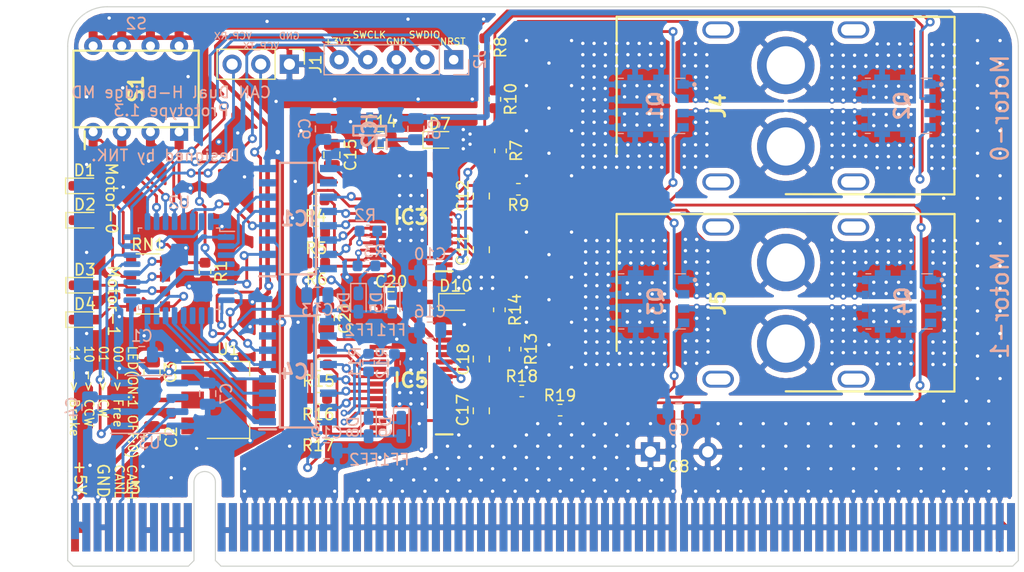
<source format=kicad_pcb>
(kicad_pcb (version 20171130) (host pcbnew "(5.1.4)-1")
  (layers (0 F.Cu signal) (31 B.Cu signal) (34 B.Paste user) (35 F.Paste user) (36 B.SilkS user) (37 F.SilkS user) (38 B.Mask user) (39 F.Mask user) (44 Edge.Cuts user))
  (net 0 "")
  (net 1 GND)
  (net 2 +5V)
  (net 3 NRST)
  (net 4 +3V3)
  (net 5 GNDPWR)
  (net 6 VREG_1)
  (net 7 SB_1)
  (net 8 SA_1)
  (net 9 VCC)
  (net 10 SB_0)
  (net 11 VREG_0)
  (net 12 SA_0)
  (net 13 "Net-(D1-Pad2)")
  (net 14 "Net-(D2-Pad2)")
  (net 15 "Net-(D4-Pad2)")
  (net 16 MD_RESET_1)
  (net 17 MD_PWMH_1)
  (net 18 MD_PWML_1)
  (net 19 MD_SR_1)
  (net 20 MD_PHASE_1)
  (net 21 GLA_1)
  (net 22 GHA_1)
  (net 23 GHB_1)
  (net 24 GLB_1)
  (net 25 IC_RESET_1)
  (net 26 IC_PWML_1)
  (net 27 IC_PWMH_1)
  (net 28 IC_SR_1)
  (net 29 IC_PHASE_1)
  (net 30 MD_PHASE_0)
  (net 31 MD_SR_0)
  (net 32 MD_PWMH_0)
  (net 33 MD_PWML_0)
  (net 34 MD_RESET_0)
  (net 35 IC_RESET_0)
  (net 36 IC_PWML_0)
  (net 37 IC_PWMH_0)
  (net 38 IC_SR_0)
  (net 39 IC_PHASE_0)
  (net 40 GLA_0)
  (net 41 GHA_0)
  (net 42 GHB_0)
  (net 43 GLB_0)
  (net 44 /SWDIO)
  (net 45 /SWCLK)
  (net 46 VCP_RX)
  (net 47 VCP_TX)
  (net 48 "Net-(Q1-Pad4)")
  (net 49 "Net-(Q1-Pad2)")
  (net 50 "Net-(Q2-Pad4)")
  (net 51 "Net-(Q2-Pad2)")
  (net 52 "Net-(Q3-Pad4)")
  (net 53 "Net-(Q3-Pad2)")
  (net 54 "Net-(Q4-Pad4)")
  (net 55 "Net-(Q4-Pad2)")
  (net 56 /BOOT)
  (net 57 /CAN_TD)
  (net 58 /CAN_RD)
  (net 59 "Net-(C15-Pad1)")
  (net 60 MD0_LED_L)
  (net 61 MD0_LED_H)
  (net 62 MD1_LED_L)
  (net 63 MD1_LED_H)
  (net 64 DIP_SW_1)
  (net 65 DIP_SW_2)
  (net 66 DIP_SW_3)
  (net 67 DIP_SW_4)
  (net 68 "Net-(D3-Pad2)")
  (net 69 CAN+)
  (net 70 CAN-)
  (net 71 MD_FF2_1)
  (net 72 MD_FF1_1)
  (net 73 MD_FF1_0)
  (net 74 MD_FF2_0)
  (net 75 MD_3V3)
  (net 76 "Net-(C14-Pad1)")
  (net 77 V5_1)
  (net 78 V5_0)
  (net 79 "Net-(IC1-Pad7)")
  (net 80 "Net-(IC1-Pad10)")
  (net 81 "Net-(IC3-Pad7)")
  (net 82 "Net-(IC4-Pad7)")
  (net 83 "Net-(U2-Pad11)")
  (net 84 "Net-(D6-Pad1)")
  (net 85 "Net-(D8-Pad1)")
  (net 86 "Net-(D9-Pad1)")
  (net 87 "Net-(C11-Pad2)")
  (net 88 "Net-(C12-Pad1)")
  (net 89 "Net-(C15-Pad2)")
  (net 90 "Net-(C17-Pad2)")
  (net 91 "Net-(C18-Pad2)")
  (net 92 "Net-(C20-Pad1)")
  (net 93 "Net-(C21-Pad2)")
  (net 94 "Net-(C21-Pad1)")
  (net 95 "Net-(D5-Pad1)")
  (net 96 "Net-(J3-PadB3)")
  (net 97 "Net-(J3-PadB4)")
  (net 98 "Net-(J3-PadB5)")
  (net 99 "Net-(J3-PadB6)")
  (net 100 "Net-(J3-PadB7)")
  (net 101 "Net-(J3-PadA5)")
  (net 102 "Net-(J3-PadA6)")
  (net 103 "Net-(J3-PadA7)")
  (net 104 "Net-(IC3-Pad14)")
  (net 105 "Net-(IC3-Pad18)")
  (net 106 "Net-(IC3-Pad27)")
  (net 107 "Net-(IC3-Pad28)")
  (net 108 "Net-(IC4-Pad10)")
  (net 109 "Net-(IC5-Pad7)")
  (net 110 "Net-(IC5-Pad14)")
  (net 111 "Net-(IC5-Pad18)")
  (net 112 "Net-(IC5-Pad27)")
  (net 113 "Net-(IC5-Pad28)")
  (module PCIe:BUS_mechaken_PCIexpress_x16 (layer F.Cu) (at 50.97 86.2)
    (fp_text reference J3 (at 5 -3.5) (layer F.SilkS))
    (fp_text value Bus_mechaken_PCIexpress_x16_164_Position)
    (fp_line (start 10.55 -4) (end 10.55 2.95) (layer Edge.Cuts) (width 0.1))
    (fp_line (start 12.45 -4) (end 12.45 2.95) (layer Edge.Cuts) (width 0.1))
    (fp_line (start -0.65 -4.95) (end -0.65 2.95) (layer Edge.Cuts) (width 0.1))
    (fp_line (start -0.15 3.45) (end 10.05 3.45) (layer Edge.Cuts) (width 0.1))
    (fp_line (start 83.65 -4.95) (end 83.65 2.95) (layer Edge.Cuts) (width 0.1))
    (fp_line (start 12.95 3.45) (end 83.15 3.45) (layer Edge.Cuts) (width 0.1))
    (fp_line (start -0.65 2.95) (end -0.15 3.45) (layer Edge.Cuts) (width 0.1))
    (fp_line (start 10.55 2.95) (end 10.05 3.45) (layer Edge.Cuts) (width 0.1))
    (fp_line (start 12.45 2.95) (end 12.95 3.45) (layer Edge.Cuts) (width 0.1))
    (fp_line (start 83.65 2.95) (end 83.15 3.45) (layer Edge.Cuts) (width 0.1))
    (fp_arc (start 11.5 -4) (end 12.45 -4) (angle -180) (layer Edge.Cuts) (width 0.1))
    (pad A9 connect rect (at 42 0) (size 0.7 4.3) (layers B.Cu B.Mask) (net 9 VCC))
    (pad A9 connect rect (at 41 0) (size 0.7 4.3) (layers B.Cu B.Mask) (net 9 VCC))
    (pad A9 connect rect (at 40 0) (size 0.7 4.3) (layers B.Cu B.Mask) (net 9 VCC))
    (pad A9 connect rect (at 39 0) (size 0.7 4.3) (layers B.Cu B.Mask) (net 9 VCC))
    (pad A9 connect rect (at 38 0) (size 0.7 4.3) (layers B.Cu B.Mask) (net 9 VCC))
    (pad A9 connect rect (at 37 0) (size 0.7 4.3) (layers B.Cu B.Mask) (net 9 VCC))
    (pad A9 connect rect (at 36 0) (size 0.7 4.3) (layers B.Cu B.Mask) (net 9 VCC))
    (pad A9 connect rect (at 35 0) (size 0.7 4.3) (layers B.Cu B.Mask) (net 9 VCC))
    (pad A9 connect rect (at 34 0) (size 0.7 4.3) (layers B.Cu B.Mask) (net 9 VCC))
    (pad B9 connect rect (at 50 0) (size 0.7 4.3) (layers F.Cu F.Mask) (net 9 VCC))
    (pad B9 connect rect (at 49 0) (size 0.7 4.3) (layers F.Cu F.Mask) (net 9 VCC))
    (pad B9 connect rect (at 48 0) (size 0.7 4.3) (layers F.Cu F.Mask) (net 9 VCC))
    (pad B9 connect rect (at 47 0) (size 0.7 4.3) (layers F.Cu F.Mask) (net 9 VCC))
    (pad B9 connect rect (at 46 0) (size 0.7 4.3) (layers F.Cu F.Mask) (net 9 VCC))
    (pad B9 connect rect (at 45 0) (size 0.7 4.3) (layers F.Cu F.Mask) (net 9 VCC))
    (pad B9 connect rect (at 44 0) (size 0.7 4.3) (layers F.Cu F.Mask) (net 9 VCC))
    (pad B9 connect rect (at 43 0) (size 0.7 4.3) (layers F.Cu F.Mask) (net 9 VCC))
    (pad B9 connect rect (at 42 0) (size 0.7 4.3) (layers F.Cu F.Mask) (net 9 VCC))
    (pad B9 connect rect (at 41 0) (size 0.7 4.3) (layers F.Cu F.Mask) (net 9 VCC))
    (pad B9 connect rect (at 40 0) (size 0.7 4.3) (layers F.Cu F.Mask) (net 9 VCC))
    (pad B9 connect rect (at 39 0) (size 0.7 4.3) (layers F.Cu F.Mask) (net 9 VCC))
    (pad B9 connect rect (at 38 0) (size 0.7 4.3) (layers F.Cu F.Mask) (net 9 VCC))
    (pad B9 connect rect (at 37 0) (size 0.7 4.3) (layers F.Cu F.Mask) (net 9 VCC))
    (pad B9 connect rect (at 36 0) (size 0.7 4.3) (layers F.Cu F.Mask) (net 9 VCC))
    (pad B9 connect rect (at 35 0) (size 0.7 4.3) (layers F.Cu F.Mask) (net 9 VCC))
    (pad B9 connect rect (at 34 0) (size 0.7 4.3) (layers F.Cu F.Mask) (net 9 VCC))
    (pad A9 connect rect (at 33 0) (size 0.7 4.3) (layers B.Cu B.Mask) (net 9 VCC))
    (pad A9 connect rect (at 32 0) (size 0.7 4.3) (layers B.Cu B.Mask) (net 9 VCC))
    (pad A9 connect rect (at 31 0) (size 0.7 4.3) (layers B.Cu B.Mask) (net 9 VCC))
    (pad A9 connect rect (at 30 0) (size 0.7 4.3) (layers B.Cu B.Mask) (net 9 VCC))
    (pad A9 connect rect (at 29 0) (size 0.7 4.3) (layers B.Cu B.Mask) (net 9 VCC))
    (pad A9 connect rect (at 28 0) (size 0.7 4.3) (layers B.Cu B.Mask) (net 9 VCC))
    (pad A9 connect rect (at 27 0) (size 0.7 4.3) (layers B.Cu B.Mask) (net 9 VCC))
    (pad A9 connect rect (at 26 0) (size 0.7 4.3) (layers B.Cu B.Mask) (net 9 VCC))
    (pad A9 connect rect (at 25 0) (size 0.7 4.3) (layers B.Cu B.Mask) (net 9 VCC))
    (pad A9 connect rect (at 24 0) (size 0.7 4.3) (layers B.Cu B.Mask) (net 9 VCC))
    (pad A8 connect rect (at 23 0) (size 0.7 4.3) (layers B.Cu B.Mask) (net 5 GNDPWR))
    (pad A8 connect rect (at 22 0) (size 0.7 4.3) (layers B.Cu B.Mask) (net 5 GNDPWR))
    (pad A8 connect rect (at 21 0) (size 0.7 4.3) (layers B.Cu B.Mask) (net 5 GNDPWR))
    (pad A8 connect rect (at 20 0) (size 0.7 4.3) (layers B.Cu B.Mask) (net 5 GNDPWR))
    (pad B9 connect rect (at 33 0) (size 0.7 4.3) (layers F.Cu F.Mask) (net 9 VCC))
    (pad B9 connect rect (at 32 0) (size 0.7 4.3) (layers F.Cu F.Mask) (net 9 VCC))
    (pad B9 connect rect (at 31 0) (size 0.7 4.3) (layers F.Cu F.Mask) (net 9 VCC))
    (pad B9 connect rect (at 30 0) (size 0.7 4.3) (layers F.Cu F.Mask) (net 9 VCC))
    (pad B9 connect rect (at 29 0) (size 0.7 4.3) (layers F.Cu F.Mask) (net 9 VCC))
    (pad B9 connect rect (at 28 0) (size 0.7 4.3) (layers F.Cu F.Mask) (net 9 VCC))
    (pad B9 connect rect (at 27 0) (size 0.7 4.3) (layers F.Cu F.Mask) (net 9 VCC))
    (pad B9 connect rect (at 26 0) (size 0.7 4.3) (layers F.Cu F.Mask) (net 9 VCC))
    (pad B9 connect rect (at 25 0) (size 0.7 4.3) (layers F.Cu F.Mask) (net 9 VCC))
    (pad B9 connect rect (at 24 0) (size 0.7 4.3) (layers F.Cu F.Mask) (net 9 VCC))
    (pad B8 connect rect (at 23 0) (size 0.7 4.3) (layers F.Cu F.Mask) (net 5 GNDPWR))
    (pad B8 connect rect (at 22 0) (size 0.7 4.3) (layers F.Cu F.Mask) (net 5 GNDPWR))
    (pad B8 connect rect (at 21 0) (size 0.7 4.3) (layers F.Cu F.Mask) (net 5 GNDPWR))
    (pad B8 connect rect (at 20 0) (size 0.7 4.3) (layers F.Cu F.Mask) (net 5 GNDPWR))
    (pad B1 connect rect (at 0 0) (size 0.7 4.3) (layers F.Cu F.Mask) (net 2 +5V))
    (pad B1 connect rect (at 1 0) (size 0.7 4.3) (layers F.Cu F.Mask) (net 2 +5V))
    (pad B2 connect rect (at 2 0) (size 0.7 4.3) (layers F.Cu F.Mask) (net 1 GND))
    (pad B2 connect rect (at 3 0) (size 0.7 4.3) (layers F.Cu F.Mask) (net 1 GND))
    (pad B3 connect rect (at 4 0) (size 0.7 4.3) (layers F.Cu F.Mask) (net 96 "Net-(J3-PadB3)"))
    (pad B4 connect rect (at 5 0) (size 0.7 4.3) (layers F.Cu F.Mask) (net 97 "Net-(J3-PadB4)"))
    (pad B5 connect rect (at 6 0) (size 0.7 4.3) (layers F.Cu F.Mask) (net 98 "Net-(J3-PadB5)"))
    (pad B5 connect rect (at 7 0) (size 0.7 4.3) (layers F.Cu F.Mask) (net 98 "Net-(J3-PadB5)"))
    (pad B6 connect rect (at 8 0) (size 0.7 4.3) (layers F.Cu F.Mask) (net 99 "Net-(J3-PadB6)"))
    (pad B6 connect rect (at 9 0) (size 0.7 4.3) (layers F.Cu F.Mask) (net 99 "Net-(J3-PadB6)"))
    (pad B6 connect rect (at 10 0) (size 0.7 4.3) (layers F.Cu F.Mask) (net 99 "Net-(J3-PadB6)"))
    (pad B8 connect rect (at 15 0) (size 0.7 4.3) (layers F.Cu F.Mask) (net 5 GNDPWR))
    (pad B8 connect rect (at 16 0) (size 0.7 4.3) (layers F.Cu F.Mask) (net 5 GNDPWR))
    (pad B8 connect rect (at 17 0) (size 0.7 4.3) (layers F.Cu F.Mask) (net 5 GNDPWR))
    (pad B8 connect rect (at 18 0) (size 0.7 4.3) (layers F.Cu F.Mask) (net 5 GNDPWR))
    (pad B8 connect rect (at 19 0) (size 0.7 4.3) (layers F.Cu F.Mask) (net 5 GNDPWR))
    (pad B7 connect rect (at 13 0) (size 0.7 4.3) (layers F.Cu F.Mask) (net 100 "Net-(J3-PadB7)"))
    (pad B7 connect rect (at 14 0) (size 0.7 4.3) (layers F.Cu F.Mask) (net 100 "Net-(J3-PadB7)"))
    (pad A1 connect rect (at 0 -0.55) (size 0.7 3.2) (layers B.Cu B.Mask) (net 2 +5V))
    (pad A1 connect rect (at 1 0) (size 0.7 4.3) (layers B.Cu B.Mask) (net 2 +5V))
    (pad A2 connect rect (at 2 0) (size 0.7 4.3) (layers B.Cu B.Mask) (net 1 GND))
    (pad A2 connect rect (at 3 0) (size 0.7 4.3) (layers B.Cu B.Mask) (net 1 GND))
    (pad A3 connect rect (at 4 0) (size 0.7 4.3) (layers B.Cu B.Mask) (net 70 CAN-))
    (pad A4 connect rect (at 5 0) (size 0.7 4.3) (layers B.Cu B.Mask) (net 69 CAN+))
    (pad A5 connect rect (at 6 0) (size 0.7 4.3) (layers B.Cu B.Mask) (net 101 "Net-(J3-PadA5)"))
    (pad A5 connect rect (at 7 0) (size 0.7 4.3) (layers B.Cu B.Mask) (net 101 "Net-(J3-PadA5)"))
    (pad A6 connect rect (at 8 0) (size 0.7 4.3) (layers B.Cu B.Mask) (net 102 "Net-(J3-PadA6)"))
    (pad A6 connect rect (at 9 0) (size 0.7 4.3) (layers B.Cu B.Mask) (net 102 "Net-(J3-PadA6)"))
    (pad A6 connect rect (at 10 0) (size 0.7 4.3) (layers B.Cu B.Mask) (net 102 "Net-(J3-PadA6)"))
    (pad A8 connect rect (at 15 0) (size 0.7 4.3) (layers B.Cu B.Mask) (net 5 GNDPWR))
    (pad A8 connect rect (at 16 0) (size 0.7 4.3) (layers B.Cu B.Mask) (net 5 GNDPWR))
    (pad A8 connect rect (at 17 0) (size 0.7 4.3) (layers B.Cu B.Mask) (net 5 GNDPWR))
    (pad A8 connect rect (at 18 0) (size 0.7 4.3) (layers B.Cu B.Mask) (net 5 GNDPWR))
    (pad A8 connect rect (at 19 0) (size 0.7 4.3) (layers B.Cu B.Mask) (net 5 GNDPWR))
    (pad A7 connect rect (at 13 0) (size 0.7 4.3) (layers B.Cu B.Mask) (net 103 "Net-(J3-PadA7)"))
    (pad A7 connect rect (at 14 0) (size 0.7 4.3) (layers B.Cu B.Mask) (net 103 "Net-(J3-PadA7)"))
    (pad A9 connect rect (at 43 0) (size 0.7 4.3) (layers B.Cu B.Mask) (net 9 VCC))
    (pad A9 connect rect (at 44 0) (size 0.7 4.3) (layers B.Cu B.Mask) (net 9 VCC))
    (pad A9 connect rect (at 45 0) (size 0.7 4.3) (layers B.Cu B.Mask) (net 9 VCC))
    (pad A9 connect rect (at 46 0) (size 0.7 4.3) (layers B.Cu B.Mask) (net 9 VCC))
    (pad A9 connect rect (at 47 0) (size 0.7 4.3) (layers B.Cu B.Mask) (net 9 VCC))
    (pad A9 connect rect (at 48 0) (size 0.7 4.3) (layers B.Cu B.Mask) (net 9 VCC))
    (pad A9 connect rect (at 49 0) (size 0.7 4.3) (layers B.Cu B.Mask) (net 9 VCC))
    (pad A9 connect rect (at 50 0) (size 0.7 4.3) (layers B.Cu B.Mask) (net 9 VCC))
    (pad B9 connect rect (at 51 0) (size 0.7 4.3) (layers F.Cu F.Mask) (net 9 VCC))
    (pad B9 connect rect (at 52 0) (size 0.7 4.3) (layers F.Cu F.Mask) (net 9 VCC))
    (pad B9 connect rect (at 53 0) (size 0.7 4.3) (layers F.Cu F.Mask) (net 9 VCC))
    (pad B10 connect rect (at 54 0) (size 0.7 4.3) (layers F.Cu F.Mask) (net 5 GNDPWR))
    (pad B10 connect rect (at 55 0) (size 0.7 4.3) (layers F.Cu F.Mask) (net 5 GNDPWR))
    (pad B10 connect rect (at 56 0) (size 0.7 4.3) (layers F.Cu F.Mask) (net 5 GNDPWR))
    (pad B10 connect rect (at 57 0) (size 0.7 4.3) (layers F.Cu F.Mask) (net 5 GNDPWR))
    (pad B10 connect rect (at 58 0) (size 0.7 4.3) (layers F.Cu F.Mask) (net 5 GNDPWR))
    (pad B10 connect rect (at 59 0) (size 0.7 4.3) (layers F.Cu F.Mask) (net 5 GNDPWR))
    (pad B10 connect rect (at 60 0) (size 0.7 4.3) (layers F.Cu F.Mask) (net 5 GNDPWR))
    (pad B10 connect rect (at 61 0) (size 0.7 4.3) (layers F.Cu F.Mask) (net 5 GNDPWR))
    (pad B10 connect rect (at 62 0) (size 0.7 4.3) (layers F.Cu F.Mask) (net 5 GNDPWR))
    (pad B10 connect rect (at 63 0) (size 0.7 4.3) (layers F.Cu F.Mask) (net 5 GNDPWR))
    (pad B10 connect rect (at 64 0) (size 0.7 4.3) (layers F.Cu F.Mask) (net 5 GNDPWR))
    (pad B10 connect rect (at 65 0) (size 0.7 4.3) (layers F.Cu F.Mask) (net 5 GNDPWR))
    (pad B10 connect rect (at 66 0) (size 0.7 4.3) (layers F.Cu F.Mask) (net 5 GNDPWR))
    (pad B10 connect rect (at 67 0) (size 0.7 4.3) (layers F.Cu F.Mask) (net 5 GNDPWR))
    (pad B10 connect rect (at 68 0) (size 0.7 4.3) (layers F.Cu F.Mask) (net 5 GNDPWR))
    (pad B10 connect rect (at 69 0) (size 0.7 4.3) (layers F.Cu F.Mask) (net 5 GNDPWR))
    (pad B10 connect rect (at 70 0) (size 0.7 4.3) (layers F.Cu F.Mask) (net 5 GNDPWR))
    (pad B10 connect rect (at 71 0) (size 0.7 4.3) (layers F.Cu F.Mask) (net 5 GNDPWR))
    (pad B10 connect rect (at 72 0) (size 0.7 4.3) (layers F.Cu F.Mask) (net 5 GNDPWR))
    (pad B10 connect rect (at 73 0) (size 0.7 4.3) (layers F.Cu F.Mask) (net 5 GNDPWR))
    (pad B10 connect rect (at 74 0) (size 0.7 4.3) (layers F.Cu F.Mask) (net 5 GNDPWR))
    (pad B10 connect rect (at 75 0) (size 0.7 4.3) (layers F.Cu F.Mask) (net 5 GNDPWR))
    (pad B10 connect rect (at 76 0) (size 0.7 4.3) (layers F.Cu F.Mask) (net 5 GNDPWR))
    (pad B10 connect rect (at 77 0) (size 0.7 4.3) (layers F.Cu F.Mask) (net 5 GNDPWR))
    (pad B10 connect rect (at 78 0) (size 0.7 4.3) (layers F.Cu F.Mask) (net 5 GNDPWR))
    (pad B10 connect rect (at 79 0) (size 0.7 4.3) (layers F.Cu F.Mask) (net 5 GNDPWR))
    (pad B10 connect rect (at 80 0) (size 0.7 4.3) (layers F.Cu F.Mask) (net 5 GNDPWR))
    (pad B10 connect rect (at 81 0) (size 0.7 4.3) (layers F.Cu F.Mask) (net 5 GNDPWR))
    (pad B10 connect rect (at 82 -0.55) (size 0.7 3.2) (layers F.Cu F.Mask) (net 5 GNDPWR))
    (pad B10 connect rect (at 83 0) (size 0.7 4.3) (layers F.Cu F.Mask) (net 5 GNDPWR))
    (pad A9 connect rect (at 51 0) (size 0.7 4.3) (layers B.Cu B.Mask) (net 9 VCC))
    (pad A9 connect rect (at 52 0) (size 0.7 4.3) (layers B.Cu B.Mask) (net 9 VCC))
    (pad A9 connect rect (at 53 0) (size 0.7 4.3) (layers B.Cu B.Mask) (net 9 VCC))
    (pad A10 connect rect (at 54 0) (size 0.7 4.3) (layers B.Cu B.Mask) (net 5 GNDPWR))
    (pad A10 connect rect (at 55 0) (size 0.7 4.3) (layers B.Cu B.Mask) (net 5 GNDPWR))
    (pad A10 connect rect (at 56 0) (size 0.7 4.3) (layers B.Cu B.Mask) (net 5 GNDPWR))
    (pad A10 connect rect (at 57 0) (size 0.7 4.3) (layers B.Cu B.Mask) (net 5 GNDPWR))
    (pad A10 connect rect (at 58 0) (size 0.7 4.3) (layers B.Cu B.Mask) (net 5 GNDPWR))
    (pad A10 connect rect (at 59 0) (size 0.7 4.3) (layers B.Cu B.Mask) (net 5 GNDPWR))
    (pad A10 connect rect (at 60 0) (size 0.7 4.3) (layers B.Cu B.Mask) (net 5 GNDPWR))
    (pad A10 connect rect (at 61 0) (size 0.7 4.3) (layers B.Cu B.Mask) (net 5 GNDPWR))
    (pad A10 connect rect (at 62 0) (size 0.7 4.3) (layers B.Cu B.Mask) (net 5 GNDPWR))
    (pad A10 connect rect (at 63 0) (size 0.7 4.3) (layers B.Cu B.Mask) (net 5 GNDPWR))
    (pad A10 connect rect (at 64 0) (size 0.7 4.3) (layers B.Cu B.Mask) (net 5 GNDPWR))
    (pad A10 connect rect (at 65 0) (size 0.7 4.3) (layers B.Cu B.Mask) (net 5 GNDPWR))
    (pad A10 connect rect (at 66 0) (size 0.7 4.3) (layers B.Cu B.Mask) (net 5 GNDPWR))
    (pad A10 connect rect (at 67 0) (size 0.7 4.3) (layers B.Cu B.Mask) (net 5 GNDPWR))
    (pad A10 connect rect (at 68 0) (size 0.7 4.3) (layers B.Cu B.Mask) (net 5 GNDPWR))
    (pad A10 connect rect (at 69 0) (size 0.7 4.3) (layers B.Cu B.Mask) (net 5 GNDPWR))
    (pad A10 connect rect (at 70 0) (size 0.7 4.3) (layers B.Cu B.Mask) (net 5 GNDPWR))
    (pad A10 connect rect (at 71 0) (size 0.7 4.3) (layers B.Cu B.Mask) (net 5 GNDPWR))
    (pad A10 connect rect (at 72 0) (size 0.7 4.3) (layers B.Cu B.Mask) (net 5 GNDPWR))
    (pad A10 connect rect (at 73 0) (size 0.7 4.3) (layers B.Cu B.Mask) (net 5 GNDPWR))
    (pad A10 connect rect (at 74 0) (size 0.7 4.3) (layers B.Cu B.Mask) (net 5 GNDPWR))
    (pad A10 connect rect (at 75 0) (size 0.7 4.3) (layers B.Cu B.Mask) (net 5 GNDPWR))
    (pad A10 connect rect (at 76 0) (size 0.7 4.3) (layers B.Cu B.Mask) (net 5 GNDPWR))
    (pad A10 connect rect (at 77 0) (size 0.7 4.3) (layers B.Cu B.Mask) (net 5 GNDPWR))
    (pad A10 connect rect (at 78 0) (size 0.7 4.3) (layers B.Cu B.Mask) (net 5 GNDPWR))
    (pad A10 connect rect (at 79 0) (size 0.7 4.3) (layers B.Cu B.Mask) (net 5 GNDPWR))
    (pad A10 connect rect (at 80 0) (size 0.7 4.3) (layers B.Cu B.Mask) (net 5 GNDPWR))
    (pad A10 connect rect (at 81 0) (size 0.7 4.3) (layers B.Cu B.Mask) (net 5 GNDPWR))
    (pad A10 connect rect (at 82 0) (size 0.7 4.3) (layers B.Cu B.Mask) (net 5 GNDPWR))
    (pad A10 connect rect (at 83 0) (size 0.7 4.3) (layers B.Cu B.Mask) (net 5 GNDPWR))
  )
  (module SamacSys_Parts:SOT96P240X105-3N (layer B.Cu) (at 77.1 51 90)
    (fp_text reference IC2 (at 0 0 90) (layer B.SilkS) (effects (font (size 1.27 1.27) (thickness 0.254)) (justify mirror)))
    (fp_text value AP7381-50SA-7 hide)
    (pad 3 smd rect (at 1.2 0) (size 0.6 0.85) (layers B.Cu B.Paste B.Mask) (net 5 GNDPWR))
    (pad 2 smd rect (at -1.2 -0.96) (size 0.6 0.85) (layers B.Cu B.Paste B.Mask) (net 75 MD_3V3))
    (pad 1 smd rect (at -1.2 0.96) (size 0.6 0.85) (layers B.Cu B.Paste B.Mask) (net 9 VCC))
  )
  (module Connector_PinHeader_2.54mm:PinHeader_1x05_P2.54mm_Vertical (layer B.Cu) (at 84.55 44.7 90)
    (fp_text reference J2 (at 0 2.33 -90) (layer B.SilkS) (effects (justify mirror)))
    (fp_text value Conn_01x05)
    (pad 5 thru_hole oval (at 0 -10.16 90) (size 1.7 1.7) (drill 0.85) (layers *.Cu *.Mask) (net 4 +3V3))
    (pad 4 thru_hole oval (at 0 -7.62 90) (size 1.7 1.7) (drill 0.85) (layers *.Cu *.Mask) (net 45 /SWCLK))
    (pad 3 thru_hole oval (at 0 -5.08 90) (size 1.7 1.7) (drill 0.85) (layers *.Cu *.Mask) (net 1 GND))
    (pad 2 thru_hole oval (at 0 -2.54 90) (size 1.7 1.7) (drill 0.85) (layers *.Cu *.Mask) (net 44 /SWDIO))
    (pad 1 thru_hole rect (at 0 0 90) (size 1.7 1.7) (drill 0.85) (layers *.Cu *.Mask) (net 3 NRST))
  )
  (module Connector_PinHeader_2.54mm:PinHeader_1x03_P2.54mm_Vertical (layer F.Cu) (at 69.98 45.1 270)
    (fp_text reference J1 (at 0 -2.33 90) (layer F.SilkS))
    (fp_text value Conn_01x03)
    (pad 3 thru_hole oval (at 0 5.08 270) (size 1.7 1.7) (drill 1) (layers *.Cu *.Mask) (net 46 VCP_RX))
    (pad 2 thru_hole oval (at 0 2.54 270) (size 1.7 1.7) (drill 1) (layers *.Cu *.Mask) (net 47 VCP_TX))
    (pad 1 thru_hole rect (at 0 0 270) (size 1.7 1.7) (drill 1) (layers *.Cu *.Mask) (net 1 GND))
  )
  (module Capacitor_SMD:C_0805_2012Metric (layer B.Cu) (at 104.5 75.9)
    (fp_text reference C9 (at 0 1.65) (layer B.SilkS) (effects (justify mirror)))
    (fp_text value 10u)
    (pad 2 smd roundrect (at 0.9375 0) (size 0.975 1.4) (layers B.Cu B.Paste B.Mask) (net 5 GNDPWR))
    (pad 1 smd roundrect (at -0.9375 0) (size 0.975 1.4) (layers B.Cu B.Paste B.Mask) (net 9 VCC))
  )
  (module Diode_SMD:D_0603_1608Metric (layer F.Cu) (at 83.312 51.816)
    (fp_text reference D7 (at 0 -1.43) (layer F.SilkS))
    (fp_text value D)
    (pad 2 smd roundrect (at 0.7875 0) (size 0.875 0.95) (layers F.Cu F.Paste F.Mask) (net 9 VCC))
    (pad 1 smd roundrect (at -0.7875 0) (size 0.875 0.95) (layers F.Cu F.Paste F.Mask) (net 76 "Net-(C14-Pad1)"))
  )
  (module Resistor_SMD:R_0603_1608Metric (layer F.Cu) (at 88.7 52.7875 270)
    (fp_text reference R7 (at 0 -1.4 270) (layer F.SilkS))
    (fp_text value 21)
    (pad 1 smd roundrect (at -0.7875 0 270) (size 0.875 0.95) (layers F.Cu F.Paste F.Mask) (net 49 "Net-(Q1-Pad2)"))
    (pad 2 smd roundrect (at 0.7875 0 270) (size 0.875 0.95) (layers F.Cu F.Paste F.Mask) (net 41 GHA_0))
  )
  (module Resistor_SMD:R_0603_1608Metric (layer F.Cu) (at 88.6 66.9 270)
    (fp_text reference R14 (at 0 -1.4 90) (layer F.SilkS))
    (fp_text value 21)
    (pad 1 smd roundrect (at -0.7875 0 270) (size 0.875 0.95) (layers F.Cu F.Paste F.Mask) (net 55 "Net-(Q4-Pad2)"))
    (pad 2 smd roundrect (at 0.7875 0 270) (size 0.875 0.95) (layers F.Cu F.Paste F.Mask) (net 21 GLA_1))
  )
  (module Package_DIP:DIP-8_W7.62mm (layer B.Cu) (at 60.2 51.1 90)
    (fp_text reference S2 (at 9.6 -3.8) (layer B.SilkS) (effects (justify mirror)))
    (fp_text value DIPSW)
    (pad 8 thru_hole oval (at 7.62 0 90) (size 1.6 1.6) (drill 0.8) (layers *.Cu *.Mask) (net 4 +3V3))
    (pad 4 thru_hole oval (at 0 -7.62 90) (size 1.6 1.6) (drill 0.8) (layers *.Cu *.Mask) (net 64 DIP_SW_1))
    (pad 7 thru_hole oval (at 7.62 -2.54 90) (size 1.6 1.6) (drill 0.8) (layers *.Cu *.Mask) (net 4 +3V3))
    (pad 3 thru_hole oval (at 0 -5.08 90) (size 1.6 1.6) (drill 0.8) (layers *.Cu *.Mask) (net 65 DIP_SW_2))
    (pad 6 thru_hole oval (at 7.62 -5.08 90) (size 1.6 1.6) (drill 0.8) (layers *.Cu *.Mask) (net 4 +3V3))
    (pad 2 thru_hole oval (at 0 -2.54 90) (size 1.6 1.6) (drill 0.8) (layers *.Cu *.Mask) (net 66 DIP_SW_3))
    (pad 5 thru_hole oval (at 7.62 -7.62 90) (size 1.6 1.6) (drill 0.8) (layers *.Cu *.Mask) (net 4 +3V3))
    (pad 1 thru_hole rect (at 0 0 90) (size 1.6 1.6) (drill 0.8) (layers *.Cu *.Mask) (net 67 DIP_SW_4))
  )
  (module SamacSys_Parts:SOP254P980X370-8N (layer F.Cu) (at 56.388 47.294 90)
    (fp_text reference S1 (at 0 0 90) (layer F.SilkS) (effects (font (size 1.27 1.27) (thickness 0.254))))
    (fp_text value IKD0403101 hide)
    (pad 8 smd rect (at 4.55 -3.81 180) (size 0.8 1.6) (layers F.Cu F.Paste F.Mask) (net 4 +3V3))
    (pad 7 smd rect (at 4.55 -1.27 180) (size 0.8 1.6) (layers F.Cu F.Paste F.Mask) (net 4 +3V3))
    (pad 6 smd rect (at 4.55 1.27 180) (size 0.8 1.6) (layers F.Cu F.Paste F.Mask) (net 4 +3V3))
    (pad 5 smd rect (at 4.55 3.81 180) (size 0.8 1.6) (layers F.Cu F.Paste F.Mask) (net 4 +3V3))
    (pad 4 smd rect (at -4.55 3.81 180) (size 0.8 1.6) (layers F.Cu F.Paste F.Mask) (net 67 DIP_SW_4))
    (pad 3 smd rect (at -4.55 1.27 180) (size 0.8 1.6) (layers F.Cu F.Paste F.Mask) (net 66 DIP_SW_3))
    (pad 2 smd rect (at -4.55 -1.27 180) (size 0.8 1.6) (layers F.Cu F.Paste F.Mask) (net 65 DIP_SW_2))
    (pad 1 smd rect (at -4.55 -3.81 180) (size 0.8 1.6) (layers F.Cu F.Paste F.Mask) (net 64 DIP_SW_1))
  )
  (module Connector_PinSocket_2.54mm:PinSocket_1x02_P2.54mm_Vertical (layer B.Cu) (at 102 79.5 270)
    (fp_text reference C8 (at 1.3 -2.5) (layer F.SilkS))
    (fp_text value 1000u)
    (pad 2 thru_hole oval (at 0 -5.08 270) (size 1.7 1.7) (drill 1) (layers *.Cu *.Mask) (net 5 GNDPWR))
    (pad 1 thru_hole rect (at 0 0 270) (size 1.7 1.7) (drill 1) (layers *.Cu *.Mask) (net 9 VCC))
  )
  (module SamacSys_Parts:NVMFD5C446NLWFT1G (layer B.Cu) (at 124.297 48.79 270)
    (fp_text reference Q2 (at 0 0 270) (layer B.SilkS) (effects (font (size 1.27 1.27) (thickness 0.254)) (justify mirror)))
    (fp_text value NVMFD5C446NT1G hide)
    (pad 6 smd rect (at -1.24 0.897 270) (size 2.08 4.28) (layers B.Cu B.Paste B.Mask) (net 12 SA_0))
    (pad 5 smd rect (at 1.24 0.897 270) (size 2.08 4.28) (layers B.Cu B.Paste B.Mask) (net 10 SB_0))
    (pad 5 smd rect (at 2.527 1.757 270) (size 0.495 1.4) (layers B.Cu B.Paste B.Mask) (net 10 SB_0))
    (pad 5 smd rect (at 2.527 -0.543 270) (size 0.495 1.4) (layers B.Cu B.Paste B.Mask) (net 10 SB_0))
    (pad 6 smd rect (at -2.527 -0.543 270) (size 0.495 1.4) (layers B.Cu B.Paste B.Mask) (net 12 SA_0))
    (pad 6 smd rect (at -2.527 1.757 270) (size 0.495 1.4) (layers B.Cu B.Paste B.Mask) (net 12 SA_0))
    (pad 6 smd rect (at -1.905 3.317 180) (size 0.56 0.75) (layers B.Cu B.Paste B.Mask) (net 12 SA_0))
    (pad 6 smd rect (at -0.575 3.317 180) (size 0.56 0.75) (layers B.Cu B.Paste B.Mask) (net 12 SA_0))
    (pad 5 smd rect (at 0.575 3.317 180) (size 0.56 0.75) (layers B.Cu B.Paste B.Mask) (net 10 SB_0))
    (pad 5 smd rect (at 1.905 3.317 180) (size 0.56 0.75) (layers B.Cu B.Paste B.Mask) (net 10 SB_0))
    (pad 4 smd rect (at 1.905 -2.492 270) (size 0.75 1) (layers B.Cu B.Paste B.Mask) (net 50 "Net-(Q2-Pad4)"))
    (pad 3 smd rect (at 0.635 -2.492 270) (size 0.75 1) (layers B.Cu B.Paste B.Mask) (net 5 GNDPWR))
    (pad 2 smd rect (at -0.635 -2.492 270) (size 0.75 1) (layers B.Cu B.Paste B.Mask) (net 51 "Net-(Q2-Pad2)"))
    (pad 1 smd rect (at -1.905 -2.492 270) (size 0.75 1) (layers B.Cu B.Paste B.Mask) (net 5 GNDPWR))
  )
  (module LED_SMD:LED_0603_1608Metric_Castellated (layer B.Cu) (at 76.1 66.25 270)
    (fp_text reference D6 (at 0 1.3 90) (layer B.SilkS) (effects (justify mirror)))
    (fp_text value LED)
    (pad 2 smd roundrect (at 0.8125 0 270) (size 1.225 0.85) (layers B.Cu B.Paste B.Mask) (net 78 V5_0))
    (pad 1 smd roundrect (at -0.8125 0 270) (size 1.225 0.85) (layers B.Cu B.Paste B.Mask) (net 84 "Net-(D6-Pad1)"))
  )
  (module LED_SMD:LED_0603_1608Metric_Castellated (layer B.Cu) (at 79.1 66.25 270)
    (fp_text reference D5 (at 0 1.38 90) (layer B.SilkS) (effects (justify mirror)))
    (fp_text value LED)
    (pad 2 smd roundrect (at 0.8125 0 270) (size 1.225 0.85) (layers B.Cu B.Paste B.Mask) (net 78 V5_0))
    (pad 1 smd roundrect (at -0.8125 0 270) (size 1.225 0.85) (layers B.Cu B.Paste B.Mask) (net 95 "Net-(D5-Pad1)"))
  )
  (module LED_SMD:LED_0603_1608Metric_Castellated (layer B.Cu) (at 79.9 77.2875 270)
    (fp_text reference D9 (at 0 1.4 90) (layer B.SilkS) (effects (justify mirror)))
    (fp_text value LED)
    (pad 2 smd roundrect (at 0.8125 0 270) (size 1.225 0.85) (layers B.Cu B.Paste B.Mask) (net 77 V5_1))
    (pad 1 smd roundrect (at -0.8125 0 270) (size 1.225 0.85) (layers B.Cu B.Paste B.Mask) (net 86 "Net-(D9-Pad1)"))
  )
  (module LED_SMD:LED_0603_1608Metric_Castellated (layer B.Cu) (at 77 77.3 270)
    (fp_text reference D8 (at 0 1.38 90) (layer B.SilkS) (effects (justify mirror)))
    (fp_text value LED)
    (pad 2 smd roundrect (at 0.8125 0 270) (size 1.225 0.85) (layers B.Cu B.Paste B.Mask) (net 77 V5_1))
    (pad 1 smd roundrect (at -0.8125 0 270) (size 1.225 0.85) (layers B.Cu B.Paste B.Mask) (net 85 "Net-(D8-Pad1)"))
  )
  (module LED_SMD:LED_0603_1608Metric_Castellated (layer F.Cu) (at 51.8455 67.766)
    (fp_text reference D4 (at 0 -1.38) (layer F.SilkS))
    (fp_text value LED)
    (pad 2 smd roundrect (at 0.8125 0) (size 1.225 0.85) (layers F.Cu F.Paste F.Mask) (net 15 "Net-(D4-Pad2)"))
    (pad 1 smd roundrect (at -0.8125 0) (size 1.225 0.85) (layers F.Cu F.Paste F.Mask) (net 1 GND))
  )
  (module LED_SMD:LED_0603_1608Metric_Castellated (layer F.Cu) (at 51.8455 64.718)
    (fp_text reference D3 (at 0 -1.38) (layer F.SilkS))
    (fp_text value LED)
    (pad 2 smd roundrect (at 0.8125 0) (size 1.225 0.85) (layers F.Cu F.Paste F.Mask) (net 68 "Net-(D3-Pad2)"))
    (pad 1 smd roundrect (at -0.8125 0) (size 1.225 0.85) (layers F.Cu F.Paste F.Mask) (net 1 GND))
  )
  (module LED_SMD:LED_0603_1608Metric_Castellated (layer F.Cu) (at 51.8455 58.944)
    (fp_text reference D2 (at 0 -1.38) (layer F.SilkS))
    (fp_text value LED)
    (pad 2 smd roundrect (at 0.8125 0) (size 1.225 0.85) (layers F.Cu F.Paste F.Mask) (net 14 "Net-(D2-Pad2)"))
    (pad 1 smd roundrect (at -0.8125 0) (size 1.225 0.85) (layers F.Cu F.Paste F.Mask) (net 1 GND))
  )
  (module LED_SMD:LED_0603_1608Metric_Castellated (layer F.Cu) (at 51.82 55.896)
    (fp_text reference D1 (at 0 -1.38) (layer F.SilkS))
    (fp_text value LED)
    (pad 2 smd roundrect (at 0.8125 0) (size 1.225 0.85) (layers F.Cu F.Paste F.Mask) (net 13 "Net-(D1-Pad2)"))
    (pad 1 smd roundrect (at -0.8125 0) (size 1.225 0.85) (layers F.Cu F.Paste F.Mask) (net 1 GND))
  )
  (module Resistor_SMD:R_Array_Convex_4x1206 (layer F.Cu) (at 57.45 64.6)
    (fp_text reference RN1 (at 0 -3.5) (layer F.SilkS))
    (fp_text value 2.2k)
    (pad 6 smd rect (at 1.5 0.66) (size 0.9 0.9) (layers F.Cu F.Paste F.Mask) (net 63 MD1_LED_H))
    (pad 5 smd rect (at 1.5 2) (size 0.9 0.9) (layers F.Cu F.Paste F.Mask) (net 62 MD1_LED_L))
    (pad 8 smd rect (at 1.5 -2) (size 0.9 0.9) (layers F.Cu F.Paste F.Mask) (net 61 MD0_LED_H))
    (pad 7 smd rect (at 1.5 -0.66) (size 0.9 0.9) (layers F.Cu F.Paste F.Mask) (net 60 MD0_LED_L))
    (pad 3 smd rect (at -1.5 0.66) (size 0.9 0.9) (layers F.Cu F.Paste F.Mask) (net 68 "Net-(D3-Pad2)"))
    (pad 2 smd rect (at -1.5 -0.66) (size 0.9 0.9) (layers F.Cu F.Paste F.Mask) (net 14 "Net-(D2-Pad2)"))
    (pad 4 smd rect (at -1.5 2) (size 0.9 0.9) (layers F.Cu F.Paste F.Mask) (net 15 "Net-(D4-Pad2)"))
    (pad 1 smd rect (at -1.5 -2) (size 0.9 0.9) (layers F.Cu F.Paste F.Mask) (net 13 "Net-(D1-Pad2)"))
  )
  (module Capacitor_SMD:C_0805_2012Metric (layer B.Cu) (at 73 50.8375 270)
    (fp_text reference C6 (at 0 1.65 90) (layer B.SilkS) (effects (justify mirror)))
    (fp_text value 2.2u)
    (pad 2 smd roundrect (at 0.9375 0 270) (size 0.975 1.4) (layers B.Cu B.Paste B.Mask) (net 75 MD_3V3))
    (pad 1 smd roundrect (at -0.9375 0 270) (size 0.975 1.4) (layers B.Cu B.Paste B.Mask) (net 5 GNDPWR))
  )
  (module Capacitor_SMD:C_0805_2012Metric (layer B.Cu) (at 81.2 50.8625 90)
    (fp_text reference C5 (at 0 1.65 90) (layer B.SilkS) (effects (justify mirror)))
    (fp_text value 1u)
    (pad 2 smd roundrect (at 0.9375 0 90) (size 0.975 1.4) (layers B.Cu B.Paste B.Mask) (net 5 GNDPWR))
    (pad 1 smd roundrect (at -0.9375 0 90) (size 0.975 1.4) (layers B.Cu B.Paste B.Mask) (net 9 VCC))
  )
  (module SamacSys_Parts:NVMFD5C446NLWFT1G (layer B.Cu) (at 102.4 48.8 270)
    (fp_text reference Q1 (at 0 0 270) (layer B.SilkS) (effects (font (size 1.27 1.27) (thickness 0.254)) (justify mirror)))
    (fp_text value NVMFD5C446NT1G hide)
    (pad 6 smd rect (at -1.24 0.897 270) (size 2.08 4.28) (layers B.Cu B.Paste B.Mask) (net 9 VCC))
    (pad 5 smd rect (at 1.24 0.897 270) (size 2.08 4.28) (layers B.Cu B.Paste B.Mask) (net 9 VCC))
    (pad 5 smd rect (at 2.527 1.757 270) (size 0.495 1.4) (layers B.Cu B.Paste B.Mask) (net 9 VCC))
    (pad 5 smd rect (at 2.527 -0.543 270) (size 0.495 1.4) (layers B.Cu B.Paste B.Mask) (net 9 VCC))
    (pad 6 smd rect (at -2.527 -0.543 270) (size 0.495 1.4) (layers B.Cu B.Paste B.Mask) (net 9 VCC))
    (pad 6 smd rect (at -2.527 1.757 270) (size 0.495 1.4) (layers B.Cu B.Paste B.Mask) (net 9 VCC))
    (pad 6 smd rect (at -1.905 3.317 180) (size 0.56 0.75) (layers B.Cu B.Paste B.Mask) (net 9 VCC))
    (pad 6 smd rect (at -0.575 3.317 180) (size 0.56 0.75) (layers B.Cu B.Paste B.Mask) (net 9 VCC))
    (pad 5 smd rect (at 0.575 3.317 180) (size 0.56 0.75) (layers B.Cu B.Paste B.Mask) (net 9 VCC))
    (pad 5 smd rect (at 1.905 3.317 180) (size 0.56 0.75) (layers B.Cu B.Paste B.Mask) (net 9 VCC))
    (pad 4 smd rect (at 1.905 -2.492 270) (size 0.75 1) (layers B.Cu B.Paste B.Mask) (net 48 "Net-(Q1-Pad4)"))
    (pad 3 smd rect (at 0.635 -2.492 270) (size 0.75 1) (layers B.Cu B.Paste B.Mask) (net 10 SB_0))
    (pad 2 smd rect (at -0.635 -2.492 270) (size 0.75 1) (layers B.Cu B.Paste B.Mask) (net 49 "Net-(Q1-Pad2)"))
    (pad 1 smd rect (at -1.905 -2.492 270) (size 0.75 1) (layers B.Cu B.Paste B.Mask) (net 12 SA_0))
  )
  (module SamacSys_Parts:NVMFD5C446NLWFT1G (layer B.Cu) (at 124.347 66.15 270)
    (fp_text reference Q4 (at 0 0 270) (layer B.SilkS) (effects (font (size 1.27 1.27) (thickness 0.254)) (justify mirror)))
    (fp_text value NVMFD5C446NT1G hide)
    (pad 1 smd rect (at -1.905 -2.492 270) (size 0.75 1) (layers B.Cu B.Paste B.Mask) (net 5 GNDPWR))
    (pad 2 smd rect (at -0.635 -2.492 270) (size 0.75 1) (layers B.Cu B.Paste B.Mask) (net 55 "Net-(Q4-Pad2)"))
    (pad 3 smd rect (at 0.635 -2.492 270) (size 0.75 1) (layers B.Cu B.Paste B.Mask) (net 5 GNDPWR))
    (pad 4 smd rect (at 1.905 -2.492 270) (size 0.75 1) (layers B.Cu B.Paste B.Mask) (net 54 "Net-(Q4-Pad4)"))
    (pad 5 smd rect (at 1.905 3.317 180) (size 0.56 0.75) (layers B.Cu B.Paste B.Mask) (net 7 SB_1))
    (pad 5 smd rect (at 0.575 3.317 180) (size 0.56 0.75) (layers B.Cu B.Paste B.Mask) (net 7 SB_1))
    (pad 6 smd rect (at -0.575 3.317 180) (size 0.56 0.75) (layers B.Cu B.Paste B.Mask) (net 8 SA_1))
    (pad 6 smd rect (at -1.905 3.317 180) (size 0.56 0.75) (layers B.Cu B.Paste B.Mask) (net 8 SA_1))
    (pad 6 smd rect (at -2.527 1.757 270) (size 0.495 1.4) (layers B.Cu B.Paste B.Mask) (net 8 SA_1))
    (pad 6 smd rect (at -2.527 -0.543 270) (size 0.495 1.4) (layers B.Cu B.Paste B.Mask) (net 8 SA_1))
    (pad 5 smd rect (at 2.527 -0.543 270) (size 0.495 1.4) (layers B.Cu B.Paste B.Mask) (net 7 SB_1))
    (pad 5 smd rect (at 2.527 1.757 270) (size 0.495 1.4) (layers B.Cu B.Paste B.Mask) (net 7 SB_1))
    (pad 5 smd rect (at 1.24 0.897 270) (size 2.08 4.28) (layers B.Cu B.Paste B.Mask) (net 7 SB_1))
    (pad 6 smd rect (at -1.24 0.897 270) (size 2.08 4.28) (layers B.Cu B.Paste B.Mask) (net 8 SA_1))
  )
  (module SamacSys_Parts:NVMFD5C446NLWFT1G (layer B.Cu) (at 102.45 66.15 270)
    (fp_text reference Q3 (at 0 0 270) (layer B.SilkS) (effects (font (size 1.27 1.27) (thickness 0.254)) (justify mirror)))
    (fp_text value NVMFD5C446NT1G hide)
    (pad 6 smd rect (at -1.24 0.897 270) (size 2.08 4.28) (layers B.Cu B.Paste B.Mask) (net 9 VCC))
    (pad 5 smd rect (at 1.24 0.897 270) (size 2.08 4.28) (layers B.Cu B.Paste B.Mask) (net 9 VCC))
    (pad 5 smd rect (at 2.527 1.757 270) (size 0.495 1.4) (layers B.Cu B.Paste B.Mask) (net 9 VCC))
    (pad 5 smd rect (at 2.527 -0.543 270) (size 0.495 1.4) (layers B.Cu B.Paste B.Mask) (net 9 VCC))
    (pad 6 smd rect (at -2.527 -0.543 270) (size 0.495 1.4) (layers B.Cu B.Paste B.Mask) (net 9 VCC))
    (pad 6 smd rect (at -2.527 1.757 270) (size 0.495 1.4) (layers B.Cu B.Paste B.Mask) (net 9 VCC))
    (pad 6 smd rect (at -1.905 3.317 180) (size 0.56 0.75) (layers B.Cu B.Paste B.Mask) (net 9 VCC))
    (pad 6 smd rect (at -0.575 3.317 180) (size 0.56 0.75) (layers B.Cu B.Paste B.Mask) (net 9 VCC))
    (pad 5 smd rect (at 0.575 3.317 180) (size 0.56 0.75) (layers B.Cu B.Paste B.Mask) (net 9 VCC))
    (pad 5 smd rect (at 1.905 3.317 180) (size 0.56 0.75) (layers B.Cu B.Paste B.Mask) (net 9 VCC))
    (pad 4 smd rect (at 1.905 -2.492 270) (size 0.75 1) (layers B.Cu B.Paste B.Mask) (net 52 "Net-(Q3-Pad4)"))
    (pad 3 smd rect (at 0.635 -2.492 270) (size 0.75 1) (layers B.Cu B.Paste B.Mask) (net 7 SB_1))
    (pad 2 smd rect (at -0.635 -2.492 270) (size 0.75 1) (layers B.Cu B.Paste B.Mask) (net 53 "Net-(Q3-Pad2)"))
    (pad 1 smd rect (at -1.905 -2.492 270) (size 0.75 1) (layers B.Cu B.Paste B.Mask) (net 8 SA_1))
  )
  (module XT60:XT60PW_Reversible (layer F.Cu) (at 114 48.8 90)
    (fp_text reference J4 (at 0 -6 270) (layer F.SilkS) (effects (font (size 1.27 1.27) (thickness 0.254))))
    (fp_text value Conn_01x02 hide)
    (pad 1 thru_hole circle (at -3.6 0 90) (size 5.1 5.1) (drill 3.4) (layers *.Cu *.Mask) (net 10 SB_0))
    (pad 2 thru_hole circle (at 3.6 0 90) (size 5.1 5.1) (drill 3.4) (layers *.Cu *.Mask) (net 12 SA_0))
    (pad 4 thru_hole oval (at -6.75 -6 90) (size 1.5 2.8) (drill oval 1 2.2) (layers *.Cu *.Mask))
    (pad 4 thru_hole oval (at 6.75 -6 90) (size 1.5 2.8) (drill oval 1 2.2) (layers *.Cu *.Mask))
    (pad 4 thru_hole oval (at -6.75 6 90) (size 1.5 2.8) (drill oval 1 2.2) (layers *.Cu *.Mask))
    (pad 4 thru_hole oval (at 6.75 6 90) (size 1.5 2.8) (drill oval 1 2.2) (layers *.Cu *.Mask))
  )
  (module XT60:XT60PW_Reversible (layer F.Cu) (at 114 66.3 90)
    (fp_text reference J5 (at 0 -6 270) (layer F.SilkS) (effects (font (size 1.27 1.27) (thickness 0.254))))
    (fp_text value Conn_01x02 hide)
    (pad 1 thru_hole circle (at -3.6 0 90) (size 5.1 5.1) (drill 3.4) (layers *.Cu *.Mask) (net 7 SB_1))
    (pad 2 thru_hole circle (at 3.6 0 90) (size 5.1 5.1) (drill 3.4) (layers *.Cu *.Mask) (net 8 SA_1))
    (pad 4 thru_hole oval (at -6.75 -6 90) (size 1.5 2.8) (drill oval 1 2.2) (layers *.Cu *.Mask))
    (pad 4 thru_hole oval (at 6.75 -6 90) (size 1.5 2.8) (drill oval 1 2.2) (layers *.Cu *.Mask))
    (pad 4 thru_hole oval (at -6.75 6 90) (size 1.5 2.8) (drill oval 1 2.2) (layers *.Cu *.Mask))
    (pad 4 thru_hole oval (at 6.75 6 90) (size 1.5 2.8) (drill oval 1 2.2) (layers *.Cu *.Mask))
  )
  (module Capacitor_SMD:C_0805_2012Metric (layer F.Cu) (at 73.75 53.15 270)
    (fp_text reference C15 (at 0 -1.65 90) (layer F.SilkS))
    (fp_text value 0.47u)
    (pad 2 smd roundrect (at 0.9375 0 270) (size 0.975 1.4) (layers F.Cu F.Paste F.Mask) (net 89 "Net-(C15-Pad2)"))
    (pad 1 smd roundrect (at -0.9375 0 270) (size 0.975 1.4) (layers F.Cu F.Paste F.Mask) (net 59 "Net-(C15-Pad1)"))
  )
  (module Capacitor_SMD:C_0805_2012Metric (layer F.Cu) (at 73.25 67.6 270)
    (fp_text reference C21 (at 0 -1.65 90) (layer F.SilkS))
    (fp_text value 0.47u)
    (pad 2 smd roundrect (at 0.9375 0 270) (size 0.975 1.4) (layers F.Cu F.Paste F.Mask) (net 93 "Net-(C21-Pad2)"))
    (pad 1 smd roundrect (at -0.9375 0 270) (size 0.975 1.4) (layers F.Cu F.Paste F.Mask) (net 94 "Net-(C21-Pad1)"))
  )
  (module Package_TO_SOT_SMD:SOT-223-3_TabPin2 (layer F.Cu) (at 64.55 74.9)
    (fp_text reference U1 (at 0 -4.5) (layer F.SilkS))
    (fp_text value LDL1117S33R_SOT223-4)
    (pad 1 smd rect (at -3.15 -2.3) (size 2 1.5) (layers F.Cu F.Paste F.Mask) (net 1 GND))
    (pad 3 smd rect (at -3.15 2.3) (size 2 1.5) (layers F.Cu F.Paste F.Mask) (net 2 +5V))
    (pad 2 smd rect (at -3.15 0) (size 2 1.5) (layers F.Cu F.Paste F.Mask) (net 4 +3V3))
    (pad 2 smd rect (at 3.15 0) (size 2 3.8) (layers F.Cu F.Paste F.Mask) (net 4 +3V3))
  )
  (module Diode_SMD:D_0603_1608Metric (layer F.Cu) (at 84.7125 66.2)
    (fp_text reference D10 (at 0 -1.43) (layer F.SilkS))
    (fp_text value D)
    (pad 2 smd roundrect (at 0.7875 0) (size 0.875 0.95) (layers F.Cu F.Paste F.Mask) (net 9 VCC))
    (pad 1 smd roundrect (at -0.7875 0) (size 0.875 0.95) (layers F.Cu F.Paste F.Mask) (net 92 "Net-(C20-Pad1)"))
  )
  (module Resistor_SMD:R_0603_1608Metric (layer B.Cu) (at 76.8125 63)
    (fp_text reference R3 (at 0.6875 -1.3) (layer B.SilkS) (effects (justify mirror)))
    (fp_text value 2.2k)
    (pad 2 smd roundrect (at 0.7875 0) (size 0.875 0.95) (layers B.Cu B.Paste B.Mask) (net 84 "Net-(D6-Pad1)"))
    (pad 1 smd roundrect (at -0.7875 0) (size 0.875 0.95) (layers B.Cu B.Paste B.Mask) (net 74 MD_FF2_0))
  )
  (module Resistor_SMD:R_0603_1608Metric (layer B.Cu) (at 76.9875 59.9)
    (fp_text reference R2 (at -0.2875 -1.4) (layer B.SilkS) (effects (justify mirror)))
    (fp_text value 2.2k)
    (pad 2 smd roundrect (at 0.7875 0) (size 0.875 0.95) (layers B.Cu B.Paste B.Mask) (net 95 "Net-(D5-Pad1)"))
    (pad 1 smd roundrect (at -0.7875 0) (size 0.875 0.95) (layers B.Cu B.Paste B.Mask) (net 73 MD_FF1_0))
  )
  (module Resistor_SMD:R_0603_1608Metric (layer B.Cu) (at 79.3 71.6 270)
    (fp_text reference R12 (at 0 1.05 90) (layer B.SilkS) (effects (justify mirror)))
    (fp_text value 2.2k)
    (pad 1 smd roundrect (at -0.7875 0 270) (size 0.875 0.95) (layers B.Cu B.Paste B.Mask) (net 72 MD_FF1_1))
    (pad 2 smd roundrect (at 0.7875 0 270) (size 0.875 0.95) (layers B.Cu B.Paste B.Mask) (net 86 "Net-(D9-Pad1)"))
  )
  (module Resistor_SMD:R_0603_1608Metric (layer B.Cu) (at 77 71.5875 270)
    (fp_text reference R11 (at 0 1.2 90) (layer B.SilkS) (effects (justify mirror)))
    (fp_text value 2.2k)
    (pad 1 smd roundrect (at -0.7875 0 270) (size 0.875 0.95) (layers B.Cu B.Paste B.Mask) (net 71 MD_FF2_1))
    (pad 2 smd roundrect (at 0.7875 0 270) (size 0.875 0.95) (layers B.Cu B.Paste B.Mask) (net 85 "Net-(D8-Pad1)"))
  )
  (module Capacitor_SMD:C_0805_2012Metric (layer B.Cu) (at 52.3 75.5625 90)
    (fp_text reference C4 (at 0 -1.6 270) (layer B.SilkS) (effects (justify mirror)))
    (fp_text value 0.1u)
    (pad 2 smd roundrect (at 0.9375 0 90) (size 0.975 1.4) (layers B.Cu B.Paste B.Mask) (net 2 +5V))
    (pad 1 smd roundrect (at -0.9375 0 90) (size 0.975 1.4) (layers B.Cu B.Paste B.Mask) (net 1 GND))
  )
  (module Package_SO:SOIC-8_3.9x4.9mm_P1.27mm (layer B.Cu) (at 57.575 75.3)
    (fp_text reference U3 (at 0 3.4) (layer B.SilkS) (effects (justify mirror)))
    (fp_text value MCP2562-E-SN)
    (pad 8 smd roundrect (at 2.475 1.905) (size 1.95 0.6) (layers B.Cu B.Paste B.Mask) (net 1 GND))
    (pad 7 smd roundrect (at 2.475 0.635) (size 1.95 0.6) (layers B.Cu B.Paste B.Mask) (net 69 CAN+))
    (pad 6 smd roundrect (at 2.475 -0.635) (size 1.95 0.6) (layers B.Cu B.Paste B.Mask) (net 70 CAN-))
    (pad 5 smd roundrect (at 2.475 -1.905) (size 1.95 0.6) (layers B.Cu B.Paste B.Mask) (net 4 +3V3))
    (pad 4 smd roundrect (at -2.475 -1.905) (size 1.95 0.6) (layers B.Cu B.Paste B.Mask) (net 58 /CAN_RD))
    (pad 3 smd roundrect (at -2.475 -0.635) (size 1.95 0.6) (layers B.Cu B.Paste B.Mask) (net 2 +5V))
    (pad 2 smd roundrect (at -2.475 0.635) (size 1.95 0.6) (layers B.Cu B.Paste B.Mask) (net 1 GND))
    (pad 1 smd roundrect (at -2.475 1.905) (size 1.95 0.6) (layers B.Cu B.Paste B.Mask) (net 57 /CAN_TD))
  )
  (module Package_QFP:LQFP-32_7x7mm_P0.8mm (layer B.Cu) (at 60.198 63.246 180)
    (fp_text reference U2 (at 0 5.88) (layer B.SilkS) (effects (justify mirror)))
    (fp_text value STM32F042K6Tx)
    (pad 32 smd roundrect (at -2.8 4.175 180) (size 0.5 1.5) (layers B.Cu B.Paste B.Mask) (net 1 GND))
    (pad 31 smd roundrect (at -2 4.175 180) (size 0.5 1.5) (layers B.Cu B.Paste B.Mask) (net 56 /BOOT))
    (pad 30 smd roundrect (at -1.2 4.175 180) (size 0.5 1.5) (layers B.Cu B.Paste B.Mask) (net 36 IC_PWML_0))
    (pad 29 smd roundrect (at -0.4 4.175 180) (size 0.5 1.5) (layers B.Cu B.Paste B.Mask) (net 67 DIP_SW_4))
    (pad 28 smd roundrect (at 0.4 4.175 180) (size 0.5 1.5) (layers B.Cu B.Paste B.Mask) (net 66 DIP_SW_3))
    (pad 27 smd roundrect (at 1.2 4.175 180) (size 0.5 1.5) (layers B.Cu B.Paste B.Mask) (net 65 DIP_SW_2))
    (pad 26 smd roundrect (at 2 4.175 180) (size 0.5 1.5) (layers B.Cu B.Paste B.Mask) (net 64 DIP_SW_1))
    (pad 25 smd roundrect (at 2.8 4.175 180) (size 0.5 1.5) (layers B.Cu B.Paste B.Mask) (net 46 VCP_RX))
    (pad 24 smd roundrect (at 4.175 2.8 180) (size 1.5 0.5) (layers B.Cu B.Paste B.Mask) (net 45 /SWCLK))
    (pad 23 smd roundrect (at 4.175 2 180) (size 1.5 0.5) (layers B.Cu B.Paste B.Mask) (net 44 /SWDIO))
    (pad 22 smd roundrect (at 4.175 1.2 180) (size 1.5 0.5) (layers B.Cu B.Paste B.Mask) (net 57 /CAN_TD))
    (pad 21 smd roundrect (at 4.175 0.4 180) (size 1.5 0.5) (layers B.Cu B.Paste B.Mask) (net 58 /CAN_RD))
    (pad 20 smd roundrect (at 4.175 -0.4 180) (size 1.5 0.5) (layers B.Cu B.Paste B.Mask) (net 61 MD0_LED_H))
    (pad 19 smd roundrect (at 4.175 -1.2 180) (size 1.5 0.5) (layers B.Cu B.Paste B.Mask) (net 60 MD0_LED_L))
    (pad 18 smd roundrect (at 4.175 -2 180) (size 1.5 0.5) (layers B.Cu B.Paste B.Mask) (net 63 MD1_LED_H))
    (pad 17 smd roundrect (at 4.175 -2.8 180) (size 1.5 0.5) (layers B.Cu B.Paste B.Mask) (net 4 +3V3))
    (pad 16 smd roundrect (at 2.8 -4.175 180) (size 0.5 1.5) (layers B.Cu B.Paste B.Mask) (net 1 GND))
    (pad 15 smd roundrect (at 2 -4.175 180) (size 0.5 1.5) (layers B.Cu B.Paste B.Mask) (net 62 MD1_LED_L))
    (pad 14 smd roundrect (at 1.2 -4.175 180) (size 0.5 1.5) (layers B.Cu B.Paste B.Mask) (net 25 IC_RESET_1))
    (pad 13 smd roundrect (at 0.4 -4.175 180) (size 0.5 1.5) (layers B.Cu B.Paste B.Mask) (net 27 IC_PWMH_1))
    (pad 12 smd roundrect (at -0.4 -4.175 180) (size 0.5 1.5) (layers B.Cu B.Paste B.Mask) (net 26 IC_PWML_1))
    (pad 11 smd roundrect (at -1.2 -4.175 180) (size 0.5 1.5) (layers B.Cu B.Paste B.Mask) (net 83 "Net-(U2-Pad11)"))
    (pad 10 smd roundrect (at -2 -4.175 180) (size 0.5 1.5) (layers B.Cu B.Paste B.Mask) (net 37 IC_PWMH_0))
    (pad 9 smd roundrect (at -2.8 -4.175 180) (size 0.5 1.5) (layers B.Cu B.Paste B.Mask) (net 28 IC_SR_1))
    (pad 8 smd roundrect (at -4.175 -2.8 180) (size 1.5 0.5) (layers B.Cu B.Paste B.Mask) (net 47 VCP_TX))
    (pad 7 smd roundrect (at -4.175 -2 180) (size 1.5 0.5) (layers B.Cu B.Paste B.Mask) (net 29 IC_PHASE_1))
    (pad 6 smd roundrect (at -4.175 -1.2 180) (size 1.5 0.5) (layers B.Cu B.Paste B.Mask) (net 35 IC_RESET_0))
    (pad 5 smd roundrect (at -4.175 -0.4 180) (size 1.5 0.5) (layers B.Cu B.Paste B.Mask) (net 4 +3V3))
    (pad 4 smd roundrect (at -4.175 0.4 180) (size 1.5 0.5) (layers B.Cu B.Paste B.Mask) (net 3 NRST))
    (pad 3 smd roundrect (at -4.175 1.2 180) (size 1.5 0.5) (layers B.Cu B.Paste B.Mask) (net 38 IC_SR_0))
    (pad 2 smd roundrect (at -4.175 2 180) (size 1.5 0.5) (layers B.Cu B.Paste B.Mask) (net 39 IC_PHASE_0))
    (pad 1 smd roundrect (at -4.175 2.8 180) (size 1.5 0.5) (layers B.Cu B.Paste B.Mask) (net 4 +3V3))
  )
  (module SamacSys_Parts:SOIC127P600X175-16N (layer B.Cu) (at 70.739 58.801)
    (fp_text reference IC1 (at 0 0) (layer B.SilkS) (effects (font (size 1.27 1.27) (thickness 0.254)) (justify mirror)))
    (fp_text value SI8650AB-B-IS1 hide)
    (pad 1 smd rect (at -2.7 4.445 270) (size 0.65 1.5) (layers B.Cu B.Paste B.Mask) (net 4 +3V3))
    (pad 2 smd rect (at -2.7 3.175 270) (size 0.65 1.5) (layers B.Cu B.Paste B.Mask) (net 35 IC_RESET_0))
    (pad 3 smd rect (at -2.7 1.905 270) (size 0.65 1.5) (layers B.Cu B.Paste B.Mask) (net 37 IC_PWMH_0))
    (pad 4 smd rect (at -2.7 0.635 270) (size 0.65 1.5) (layers B.Cu B.Paste B.Mask) (net 36 IC_PWML_0))
    (pad 5 smd rect (at -2.7 -0.635 270) (size 0.65 1.5) (layers B.Cu B.Paste B.Mask) (net 38 IC_SR_0))
    (pad 6 smd rect (at -2.7 -1.905 270) (size 0.65 1.5) (layers B.Cu B.Paste B.Mask) (net 39 IC_PHASE_0))
    (pad 7 smd rect (at -2.7 -3.175 270) (size 0.65 1.5) (layers B.Cu B.Paste B.Mask) (net 79 "Net-(IC1-Pad7)"))
    (pad 8 smd rect (at -2.7 -4.445 270) (size 0.65 1.5) (layers B.Cu B.Paste B.Mask) (net 1 GND))
    (pad 9 smd rect (at 2.7 -4.445 270) (size 0.65 1.5) (layers B.Cu B.Paste B.Mask) (net 5 GNDPWR))
    (pad 10 smd rect (at 2.7 -3.175 270) (size 0.65 1.5) (layers B.Cu B.Paste B.Mask) (net 80 "Net-(IC1-Pad10)"))
    (pad 11 smd rect (at 2.7 -1.905 270) (size 0.65 1.5) (layers B.Cu B.Paste B.Mask) (net 30 MD_PHASE_0))
    (pad 12 smd rect (at 2.7 -0.635 270) (size 0.65 1.5) (layers B.Cu B.Paste B.Mask) (net 31 MD_SR_0))
    (pad 13 smd rect (at 2.7 0.635 270) (size 0.65 1.5) (layers B.Cu B.Paste B.Mask) (net 33 MD_PWML_0))
    (pad 14 smd rect (at 2.7 1.905 270) (size 0.65 1.5) (layers B.Cu B.Paste B.Mask) (net 32 MD_PWMH_0))
    (pad 15 smd rect (at 2.7 3.175 270) (size 0.65 1.5) (layers B.Cu B.Paste B.Mask) (net 34 MD_RESET_0))
    (pad 16 smd rect (at 2.7 4.445 270) (size 0.65 1.5) (layers B.Cu B.Paste B.Mask) (net 75 MD_3V3))
  )
  (module Resistor_SMD:R_0603_1608Metric (layer F.Cu) (at 72.3615 62.75 180)
    (fp_text reference R6 (at -0.0385 -1.43) (layer F.SilkS))
    (fp_text value 2.2k)
    (pad 1 smd roundrect (at -0.7875 0 180) (size 0.875 0.95) (layers F.Cu F.Paste F.Mask) (net 107 "Net-(IC3-Pad28)"))
    (pad 2 smd roundrect (at 0.7875 0 180) (size 0.875 0.95) (layers F.Cu F.Paste F.Mask) (net 5 GNDPWR))
  )
  (module Resistor_SMD:R_0603_1608Metric (layer F.Cu) (at 72.3615 60 180)
    (fp_text reference R5 (at 0 -1.43) (layer F.SilkS))
    (fp_text value 10k)
    (pad 1 smd roundrect (at -0.7875 0 180) (size 0.875 0.95) (layers F.Cu F.Paste F.Mask) (net 107 "Net-(IC3-Pad28)"))
    (pad 2 smd roundrect (at 0.7875 0 180) (size 0.875 0.95) (layers F.Cu F.Paste F.Mask) (net 78 V5_0))
  )
  (module Resistor_SMD:R_0603_1608Metric (layer F.Cu) (at 72.3125 57.146 180)
    (fp_text reference R4 (at 0 -1.43) (layer F.SilkS))
    (fp_text value 3k)
    (pad 1 smd roundrect (at -0.7875 0 180) (size 0.875 0.95) (layers F.Cu F.Paste F.Mask) (net 106 "Net-(IC3-Pad27)"))
    (pad 2 smd roundrect (at 0.7875 0 180) (size 0.875 0.95) (layers F.Cu F.Paste F.Mask) (net 78 V5_0))
  )
  (module Resistor_SMD:R_0603_1608Metric (layer F.Cu) (at 88.2 48.2125 270)
    (fp_text reference R10 (at -0.0125 -1.4 90) (layer F.SilkS))
    (fp_text value 21)
    (pad 1 smd roundrect (at -0.7875 0 270) (size 0.875 0.95) (layers F.Cu F.Paste F.Mask) (net 50 "Net-(Q2-Pad4)"))
    (pad 2 smd roundrect (at 0.7875 0 270) (size 0.875 0.95) (layers F.Cu F.Paste F.Mask) (net 43 GLB_0))
  )
  (module Resistor_SMD:R_0603_1608Metric (layer F.Cu) (at 87.3 43.5875 90)
    (fp_text reference R8 (at -0.0125 1.4 90) (layer F.SilkS))
    (fp_text value 21)
    (pad 1 smd roundrect (at -0.7875 0 90) (size 0.875 0.95) (layers F.Cu F.Paste F.Mask) (net 40 GLA_0))
    (pad 2 smd roundrect (at 0.7875 0 90) (size 0.875 0.95) (layers F.Cu F.Paste F.Mask) (net 51 "Net-(Q2-Pad2)"))
  )
  (module Resistor_SMD:R_0603_1608Metric (layer F.Cu) (at 72.536 77.5 180)
    (fp_text reference R17 (at 0 -1.43) (layer F.SilkS))
    (fp_text value 2.2k)
    (pad 1 smd roundrect (at -0.7875 0 180) (size 0.875 0.95) (layers F.Cu F.Paste F.Mask) (net 113 "Net-(IC5-Pad28)"))
    (pad 2 smd roundrect (at 0.7875 0 180) (size 0.875 0.95) (layers F.Cu F.Paste F.Mask) (net 5 GNDPWR))
  )
  (module Resistor_SMD:R_0603_1608Metric (layer F.Cu) (at 72.536 74.75 180)
    (fp_text reference R16 (at 0 -1.43) (layer F.SilkS))
    (fp_text value 10k)
    (pad 1 smd roundrect (at -0.7875 0 180) (size 0.875 0.95) (layers F.Cu F.Paste F.Mask) (net 113 "Net-(IC5-Pad28)"))
    (pad 2 smd roundrect (at 0.7875 0 180) (size 0.875 0.95) (layers F.Cu F.Paste F.Mask) (net 77 V5_1))
  )
  (module Resistor_SMD:R_0603_1608Metric (layer F.Cu) (at 72.5615 71.785 180)
    (fp_text reference R15 (at 0 -1.43 180) (layer F.SilkS))
    (fp_text value 3k)
    (pad 1 smd roundrect (at -0.7875 0 180) (size 0.875 0.95) (layers F.Cu F.Paste F.Mask) (net 112 "Net-(IC5-Pad27)"))
    (pad 2 smd roundrect (at 0.7875 0 180) (size 0.875 0.95) (layers F.Cu F.Paste F.Mask) (net 77 V5_1))
  )
  (module Resistor_SMD:R_0603_1608Metric (layer F.Cu) (at 93.9875 75.8)
    (fp_text reference R19 (at -0.0125 -1.3) (layer F.SilkS))
    (fp_text value 21)
    (pad 2 smd roundrect (at 0.7875 0) (size 0.875 0.95) (layers F.Cu F.Paste F.Mask) (net 54 "Net-(Q4-Pad4)"))
    (pad 1 smd roundrect (at -0.7875 0) (size 0.875 0.95) (layers F.Cu F.Paste F.Mask) (net 24 GLB_1))
  )
  (module Resistor_SMD:R_0603_1608Metric (layer F.Cu) (at 90.2875 56.2)
    (fp_text reference R9 (at 0 1.4) (layer F.SilkS))
    (fp_text value 21)
    (pad 1 smd roundrect (at -0.7875 0) (size 0.875 0.95) (layers F.Cu F.Paste F.Mask) (net 42 GHB_0))
    (pad 2 smd roundrect (at 0.7875 0) (size 0.875 0.95) (layers F.Cu F.Paste F.Mask) (net 48 "Net-(Q1-Pad4)"))
  )
  (module Resistor_SMD:R_0603_1608Metric (layer F.Cu) (at 90 70.3875 270)
    (fp_text reference R13 (at 0 -1.4 90) (layer F.SilkS))
    (fp_text value 21)
    (pad 1 smd roundrect (at -0.7875 0 270) (size 0.875 0.95) (layers F.Cu F.Paste F.Mask) (net 53 "Net-(Q3-Pad2)"))
    (pad 2 smd roundrect (at 0.7875 0 270) (size 0.875 0.95) (layers F.Cu F.Paste F.Mask) (net 22 GHA_1))
  )
  (module Resistor_SMD:R_0603_1608Metric (layer F.Cu) (at 90.5875 74.1)
    (fp_text reference R18 (at 0 -1.3) (layer F.SilkS))
    (fp_text value 21)
    (pad 1 smd roundrect (at -0.7875 0) (size 0.875 0.95) (layers F.Cu F.Paste F.Mask) (net 23 GHB_1))
    (pad 2 smd roundrect (at 0.7875 0) (size 0.875 0.95) (layers F.Cu F.Paste F.Mask) (net 52 "Net-(Q3-Pad4)"))
  )
  (module Resistor_SMD:R_0603_1608Metric (layer F.Cu) (at 62.5 63.5 270)
    (fp_text reference R1 (at 0 -1.43 90) (layer F.SilkS))
    (fp_text value 10k)
    (pad 1 smd roundrect (at -0.7875 0 270) (size 0.875 0.95) (layers F.Cu F.Paste F.Mask) (net 56 /BOOT))
    (pad 2 smd roundrect (at 0.7875 0 270) (size 0.875 0.95) (layers F.Cu F.Paste F.Mask) (net 1 GND))
  )
  (module SamacSys_Parts:SOP65P640X120-29N (layer F.Cu) (at 80.772 58.674 180)
    (fp_text reference IC3 (at 0 0) (layer F.SilkS) (effects (font (size 1.27 1.27) (thickness 0.254))))
    (fp_text value A3921KLPTR-T hide)
    (pad 1 smd rect (at -2.938 -4.225 270) (size 0.45 1.475) (layers F.Cu F.Paste F.Mask) (net 9 VCC))
    (pad 2 smd rect (at -2.938 -3.575 270) (size 0.45 1.475) (layers F.Cu F.Paste F.Mask) (net 5 GNDPWR))
    (pad 3 smd rect (at -2.938 -2.925 270) (size 0.45 1.475) (layers F.Cu F.Paste F.Mask) (net 43 GLB_0))
    (pad 4 smd rect (at -2.938 -2.275 270) (size 0.45 1.475) (layers F.Cu F.Paste F.Mask) (net 10 SB_0))
    (pad 5 smd rect (at -2.938 -1.625 270) (size 0.45 1.475) (layers F.Cu F.Paste F.Mask) (net 42 GHB_0))
    (pad 6 smd rect (at -2.938 -0.975 270) (size 0.45 1.475) (layers F.Cu F.Paste F.Mask) (net 87 "Net-(C11-Pad2)"))
    (pad 7 smd rect (at -2.938 -0.325 270) (size 0.45 1.475) (layers F.Cu F.Paste F.Mask) (net 81 "Net-(IC3-Pad7)"))
    (pad 8 smd rect (at -2.938 0.325 270) (size 0.45 1.475) (layers F.Cu F.Paste F.Mask) (net 11 VREG_0))
    (pad 9 smd rect (at -2.938 0.975 270) (size 0.45 1.475) (layers F.Cu F.Paste F.Mask) (net 88 "Net-(C12-Pad1)"))
    (pad 10 smd rect (at -2.938 1.625 270) (size 0.45 1.475) (layers F.Cu F.Paste F.Mask) (net 41 GHA_0))
    (pad 11 smd rect (at -2.938 2.275 270) (size 0.45 1.475) (layers F.Cu F.Paste F.Mask) (net 12 SA_0))
    (pad 12 smd rect (at -2.938 2.925 270) (size 0.45 1.475) (layers F.Cu F.Paste F.Mask) (net 40 GLA_0))
    (pad 13 smd rect (at -2.938 3.575 270) (size 0.45 1.475) (layers F.Cu F.Paste F.Mask) (net 76 "Net-(C14-Pad1)"))
    (pad 14 smd rect (at -2.938 4.225 270) (size 0.45 1.475) (layers F.Cu F.Paste F.Mask) (net 104 "Net-(IC3-Pad14)"))
    (pad 15 smd rect (at 2.938 4.225 270) (size 0.45 1.475) (layers F.Cu F.Paste F.Mask) (net 59 "Net-(C15-Pad1)"))
    (pad 16 smd rect (at 2.938 3.575 270) (size 0.45 1.475) (layers F.Cu F.Paste F.Mask) (net 89 "Net-(C15-Pad2)"))
    (pad 17 smd rect (at 2.938 2.925 270) (size 0.45 1.475) (layers F.Cu F.Paste F.Mask) (net 5 GNDPWR))
    (pad 18 smd rect (at 2.938 2.275 270) (size 0.45 1.475) (layers F.Cu F.Paste F.Mask) (net 105 "Net-(IC3-Pad18)"))
    (pad 19 smd rect (at 2.938 1.625 270) (size 0.45 1.475) (layers F.Cu F.Paste F.Mask) (net 30 MD_PHASE_0))
    (pad 20 smd rect (at 2.938 0.975 270) (size 0.45 1.475) (layers F.Cu F.Paste F.Mask) (net 78 V5_0))
    (pad 21 smd rect (at 2.938 0.325 270) (size 0.45 1.475) (layers F.Cu F.Paste F.Mask) (net 31 MD_SR_0))
    (pad 22 smd rect (at 2.938 -0.325 270) (size 0.45 1.475) (layers F.Cu F.Paste F.Mask) (net 33 MD_PWML_0))
    (pad 23 smd rect (at 2.938 -0.975 270) (size 0.45 1.475) (layers F.Cu F.Paste F.Mask) (net 32 MD_PWMH_0))
    (pad 24 smd rect (at 2.938 -1.625 270) (size 0.45 1.475) (layers F.Cu F.Paste F.Mask) (net 34 MD_RESET_0))
    (pad 25 smd rect (at 2.938 -2.275 270) (size 0.45 1.475) (layers F.Cu F.Paste F.Mask) (net 73 MD_FF1_0))
    (pad 26 smd rect (at 2.938 -2.925 270) (size 0.45 1.475) (layers F.Cu F.Paste F.Mask) (net 74 MD_FF2_0))
    (pad 27 smd rect (at 2.938 -3.575 270) (size 0.45 1.475) (layers F.Cu F.Paste F.Mask) (net 106 "Net-(IC3-Pad27)"))
    (pad 28 smd rect (at 2.938 -4.225 270) (size 0.45 1.475) (layers F.Cu F.Paste F.Mask) (net 107 "Net-(IC3-Pad28)"))
    (pad 29 smd rect (at 0 0 180) (size 3 5) (layers F.Cu F.Paste F.Mask) (net 5 GNDPWR))
  )
  (module SamacSys_Parts:SOIC127P600X175-16N (layer B.Cu) (at 70.739 72.39)
    (fp_text reference IC4 (at 0 0) (layer B.SilkS) (effects (font (size 1.27 1.27) (thickness 0.254)) (justify mirror)))
    (fp_text value SI8650AB-B-IS1 hide)
    (pad 1 smd rect (at -2.7 4.445 270) (size 0.65 1.5) (layers B.Cu B.Paste B.Mask) (net 4 +3V3))
    (pad 2 smd rect (at -2.7 3.175 270) (size 0.65 1.5) (layers B.Cu B.Paste B.Mask) (net 25 IC_RESET_1))
    (pad 3 smd rect (at -2.7 1.905 270) (size 0.65 1.5) (layers B.Cu B.Paste B.Mask) (net 27 IC_PWMH_1))
    (pad 4 smd rect (at -2.7 0.635 270) (size 0.65 1.5) (layers B.Cu B.Paste B.Mask) (net 26 IC_PWML_1))
    (pad 5 smd rect (at -2.7 -0.635 270) (size 0.65 1.5) (layers B.Cu B.Paste B.Mask) (net 28 IC_SR_1))
    (pad 6 smd rect (at -2.7 -1.905 270) (size 0.65 1.5) (layers B.Cu B.Paste B.Mask) (net 29 IC_PHASE_1))
    (pad 7 smd rect (at -2.7 -3.175 270) (size 0.65 1.5) (layers B.Cu B.Paste B.Mask) (net 82 "Net-(IC4-Pad7)"))
    (pad 8 smd rect (at -2.7 -4.445 270) (size 0.65 1.5) (layers B.Cu B.Paste B.Mask) (net 1 GND))
    (pad 9 smd rect (at 2.7 -4.445 270) (size 0.65 1.5) (layers B.Cu B.Paste B.Mask) (net 5 GNDPWR))
    (pad 10 smd rect (at 2.7 -3.175 270) (size 0.65 1.5) (layers B.Cu B.Paste B.Mask) (net 108 "Net-(IC4-Pad10)"))
    (pad 11 smd rect (at 2.7 -1.905 270) (size 0.65 1.5) (layers B.Cu B.Paste B.Mask) (net 20 MD_PHASE_1))
    (pad 12 smd rect (at 2.7 -0.635 270) (size 0.65 1.5) (layers B.Cu B.Paste B.Mask) (net 19 MD_SR_1))
    (pad 13 smd rect (at 2.7 0.635 270) (size 0.65 1.5) (layers B.Cu B.Paste B.Mask) (net 18 MD_PWML_1))
    (pad 14 smd rect (at 2.7 1.905 270) (size 0.65 1.5) (layers B.Cu B.Paste B.Mask) (net 17 MD_PWMH_1))
    (pad 15 smd rect (at 2.7 3.175 270) (size 0.65 1.5) (layers B.Cu B.Paste B.Mask) (net 16 MD_RESET_1))
    (pad 16 smd rect (at 2.7 4.445 270) (size 0.65 1.5) (layers B.Cu B.Paste B.Mask) (net 75 MD_3V3))
  )
  (module SamacSys_Parts:SOP65P640X120-29N (layer F.Cu) (at 80.772 73.152 180)
    (fp_text reference IC5 (at 0 0) (layer F.SilkS) (effects (font (size 1.27 1.27) (thickness 0.254))))
    (fp_text value A3921KLPTR-T hide)
    (pad 1 smd rect (at -2.938 -4.225 270) (size 0.45 1.475) (layers F.Cu F.Paste F.Mask) (net 9 VCC))
    (pad 2 smd rect (at -2.938 -3.575 270) (size 0.45 1.475) (layers F.Cu F.Paste F.Mask) (net 5 GNDPWR))
    (pad 3 smd rect (at -2.938 -2.925 270) (size 0.45 1.475) (layers F.Cu F.Paste F.Mask) (net 24 GLB_1))
    (pad 4 smd rect (at -2.938 -2.275 270) (size 0.45 1.475) (layers F.Cu F.Paste F.Mask) (net 7 SB_1))
    (pad 5 smd rect (at -2.938 -1.625 270) (size 0.45 1.475) (layers F.Cu F.Paste F.Mask) (net 23 GHB_1))
    (pad 6 smd rect (at -2.938 -0.975 270) (size 0.45 1.475) (layers F.Cu F.Paste F.Mask) (net 90 "Net-(C17-Pad2)"))
    (pad 7 smd rect (at -2.938 -0.325 270) (size 0.45 1.475) (layers F.Cu F.Paste F.Mask) (net 109 "Net-(IC5-Pad7)"))
    (pad 8 smd rect (at -2.938 0.325 270) (size 0.45 1.475) (layers F.Cu F.Paste F.Mask) (net 6 VREG_1))
    (pad 9 smd rect (at -2.938 0.975 270) (size 0.45 1.475) (layers F.Cu F.Paste F.Mask) (net 91 "Net-(C18-Pad2)"))
    (pad 10 smd rect (at -2.938 1.625 270) (size 0.45 1.475) (layers F.Cu F.Paste F.Mask) (net 22 GHA_1))
    (pad 11 smd rect (at -2.938 2.275 270) (size 0.45 1.475) (layers F.Cu F.Paste F.Mask) (net 8 SA_1))
    (pad 12 smd rect (at -2.938 2.925 270) (size 0.45 1.475) (layers F.Cu F.Paste F.Mask) (net 21 GLA_1))
    (pad 13 smd rect (at -2.938 3.575 270) (size 0.45 1.475) (layers F.Cu F.Paste F.Mask) (net 92 "Net-(C20-Pad1)"))
    (pad 14 smd rect (at -2.938 4.225 270) (size 0.45 1.475) (layers F.Cu F.Paste F.Mask) (net 110 "Net-(IC5-Pad14)"))
    (pad 15 smd rect (at 2.938 4.225 270) (size 0.45 1.475) (layers F.Cu F.Paste F.Mask) (net 94 "Net-(C21-Pad1)"))
    (pad 16 smd rect (at 2.938 3.575 270) (size 0.45 1.475) (layers F.Cu F.Paste F.Mask) (net 93 "Net-(C21-Pad2)"))
    (pad 17 smd rect (at 2.938 2.925 270) (size 0.45 1.475) (layers F.Cu F.Paste F.Mask) (net 5 GNDPWR))
    (pad 18 smd rect (at 2.938 2.275 270) (size 0.45 1.475) (layers F.Cu F.Paste F.Mask) (net 111 "Net-(IC5-Pad18)"))
    (pad 19 smd rect (at 2.938 1.625 270) (size 0.45 1.475) (layers F.Cu F.Paste F.Mask) (net 20 MD_PHASE_1))
    (pad 20 smd rect (at 2.938 0.975 270) (size 0.45 1.475) (layers F.Cu F.Paste F.Mask) (net 77 V5_1))
    (pad 21 smd rect (at 2.938 0.325 270) (size 0.45 1.475) (layers F.Cu F.Paste F.Mask) (net 19 MD_SR_1))
    (pad 22 smd rect (at 2.938 -0.325 270) (size 0.45 1.475) (layers F.Cu F.Paste F.Mask) (net 18 MD_PWML_1))
    (pad 23 smd rect (at 2.938 -0.975 270) (size 0.45 1.475) (layers F.Cu F.Paste F.Mask) (net 17 MD_PWMH_1))
    (pad 24 smd rect (at 2.938 -1.625 270) (size 0.45 1.475) (layers F.Cu F.Paste F.Mask) (net 16 MD_RESET_1))
    (pad 25 smd rect (at 2.938 -2.275 270) (size 0.45 1.475) (layers F.Cu F.Paste F.Mask) (net 71 MD_FF2_1))
    (pad 26 smd rect (at 2.938 -2.925 270) (size 0.45 1.475) (layers F.Cu F.Paste F.Mask) (net 72 MD_FF1_1))
    (pad 27 smd rect (at 2.938 -3.575 270) (size 0.45 1.475) (layers F.Cu F.Paste F.Mask) (net 112 "Net-(IC5-Pad27)"))
    (pad 28 smd rect (at 2.938 -4.225 270) (size 0.45 1.475) (layers F.Cu F.Paste F.Mask) (net 113 "Net-(IC5-Pad28)"))
    (pad 29 smd rect (at 0 0 180) (size 3 5) (layers F.Cu F.Paste F.Mask) (net 5 GNDPWR))
  )
  (module Capacitor_SMD:C_0805_2012Metric (layer B.Cu) (at 72.4625 65.6)
    (fp_text reference C13 (at 0 1.3) (layer B.SilkS) (effects (justify mirror)))
    (fp_text value 0.1u)
    (pad 1 smd roundrect (at -0.9375 0) (size 0.975 1.4) (layers B.Cu B.Paste B.Mask) (net 78 V5_0))
    (pad 2 smd roundrect (at 0.9375 0) (size 0.975 1.4) (layers B.Cu B.Paste B.Mask) (net 5 GNDPWR))
  )
  (module Capacitor_SMD:C_0805_2012Metric (layer B.Cu) (at 73.2625 79.4)
    (fp_text reference C19 (at 0 -1.606 180) (layer B.SilkS) (effects (justify mirror)))
    (fp_text value 0.1u)
    (pad 1 smd roundrect (at -0.9375 0) (size 0.975 1.4) (layers B.Cu B.Paste B.Mask) (net 77 V5_1))
    (pad 2 smd roundrect (at 0.9375 0) (size 0.975 1.4) (layers B.Cu B.Paste B.Mask) (net 5 GNDPWR))
  )
  (module Capacitor_SMD:C_0805_2012Metric (layer F.Cu) (at 78.0625 51.8 180)
    (fp_text reference C14 (at 0 1.616) (layer F.SilkS))
    (fp_text value 0.1u)
    (pad 1 smd roundrect (at -0.9375 0 180) (size 0.975 1.4) (layers F.Cu F.Paste F.Mask) (net 76 "Net-(C14-Pad1)"))
    (pad 2 smd roundrect (at 0.9375 0 180) (size 0.975 1.4) (layers F.Cu F.Paste F.Mask) (net 5 GNDPWR))
  )
  (module Capacitor_SMD:C_0805_2012Metric (layer F.Cu) (at 87 56.8 90)
    (fp_text reference C12 (at 0 -1.65 90) (layer F.SilkS))
    (fp_text value 4.7u)
    (pad 1 smd roundrect (at -0.9375 0 90) (size 0.975 1.4) (layers F.Cu F.Paste F.Mask) (net 88 "Net-(C12-Pad1)"))
    (pad 2 smd roundrect (at 0.9375 0 90) (size 0.975 1.4) (layers F.Cu F.Paste F.Mask) (net 12 SA_0))
  )
  (module Capacitor_SMD:C_0805_2012Metric (layer B.Cu) (at 82.4625 63.6 180)
    (fp_text reference C10 (at 0 1.65) (layer B.SilkS) (effects (justify mirror)))
    (fp_text value 4.7u)
    (pad 1 smd roundrect (at -0.9375 0 180) (size 0.975 1.4) (layers B.Cu B.Paste B.Mask) (net 11 VREG_0))
    (pad 2 smd roundrect (at 0.9375 0 180) (size 0.975 1.4) (layers B.Cu B.Paste B.Mask) (net 5 GNDPWR))
  )
  (module Capacitor_SMD:C_0805_2012Metric (layer F.Cu) (at 87 61.5625 90)
    (fp_text reference C11 (at 0 -1.65 90) (layer F.SilkS))
    (fp_text value 4.7u)
    (pad 1 smd roundrect (at -0.9375 0 90) (size 0.975 1.4) (layers F.Cu F.Paste F.Mask) (net 10 SB_0))
    (pad 2 smd roundrect (at 0.9375 0 90) (size 0.975 1.4) (layers F.Cu F.Paste F.Mask) (net 87 "Net-(C11-Pad2)"))
  )
  (module Capacitor_SMD:C_0805_2012Metric (layer F.Cu) (at 79 66 180)
    (fp_text reference C20 (at 0 1.594) (layer F.SilkS))
    (fp_text value 0.1u)
    (pad 2 smd roundrect (at 0.9375 0 180) (size 0.975 1.4) (layers F.Cu F.Paste F.Mask) (net 5 GNDPWR))
    (pad 1 smd roundrect (at -0.9375 0 180) (size 0.975 1.4) (layers F.Cu F.Paste F.Mask) (net 92 "Net-(C20-Pad1)"))
  )
  (module Capacitor_SMD:C_0805_2012Metric (layer F.Cu) (at 87 71.2625 270)
    (fp_text reference C18 (at 0.0375 1.6 270) (layer F.SilkS))
    (fp_text value 4.7u)
    (pad 1 smd roundrect (at -0.9375 0 270) (size 0.975 1.4) (layers F.Cu F.Paste F.Mask) (net 8 SA_1))
    (pad 2 smd roundrect (at 0.9375 0 270) (size 0.975 1.4) (layers F.Cu F.Paste F.Mask) (net 91 "Net-(C18-Pad2)"))
  )
  (module Capacitor_SMD:C_0805_2012Metric (layer F.Cu) (at 87 75.8625 90)
    (fp_text reference C17 (at 0.0625 -1.65 90) (layer F.SilkS))
    (fp_text value 4.7u)
    (pad 1 smd roundrect (at -0.9375 0 90) (size 0.975 1.4) (layers F.Cu F.Paste F.Mask) (net 7 SB_1))
    (pad 2 smd roundrect (at 0.9375 0 90) (size 0.975 1.4) (layers F.Cu F.Paste F.Mask) (net 90 "Net-(C17-Pad2)"))
  )
  (module Capacitor_SMD:C_0805_2012Metric (layer B.Cu) (at 82.4625 68.7 180)
    (fp_text reference C16 (at 0 1.65) (layer B.SilkS) (effects (justify mirror)))
    (fp_text value 4.7u)
    (pad 1 smd roundrect (at -0.9375 0 180) (size 0.975 1.4) (layers B.Cu B.Paste B.Mask) (net 6 VREG_1))
    (pad 2 smd roundrect (at 0.9375 0 180) (size 0.975 1.4) (layers B.Cu B.Paste B.Mask) (net 5 GNDPWR))
  )
  (module Capacitor_SMD:C_0805_2012Metric (layer B.Cu) (at 62.738 74.3375 90)
    (fp_text reference C7 (at 0 1.65 90) (layer B.SilkS) (effects (justify mirror)))
    (fp_text value 0.1u)
    (pad 2 smd roundrect (at 0.9375 0 90) (size 0.975 1.4) (layers B.Cu B.Paste B.Mask) (net 4 +3V3))
    (pad 1 smd roundrect (at -0.9375 0 90) (size 0.975 1.4) (layers B.Cu B.Paste B.Mask) (net 1 GND))
  )
  (module Capacitor_SMD:C_0805_2012Metric (layer B.Cu) (at 56.896 70.866 180)
    (fp_text reference C1 (at 0 1.65) (layer B.SilkS) (effects (justify mirror)))
    (fp_text value 0.1u)
    (pad 1 smd roundrect (at -0.9375 0 180) (size 0.975 1.4) (layers B.Cu B.Paste B.Mask) (net 1 GND))
    (pad 2 smd roundrect (at 0.9375 0 180) (size 0.975 1.4) (layers B.Cu B.Paste B.Mask) (net 4 +3V3))
  )
  (module Capacitor_SMD:C_0805_2012Metric (layer F.Cu) (at 57.8 72.4625 270)
    (fp_text reference C3 (at 0 -1.65 270) (layer F.SilkS))
    (fp_text value 4.7u)
    (pad 2 smd roundrect (at 0.9375 0 270) (size 0.975 1.4) (layers F.Cu F.Paste F.Mask) (net 4 +3V3))
    (pad 1 smd roundrect (at -0.9375 0 270) (size 0.975 1.4) (layers F.Cu F.Paste F.Mask) (net 1 GND))
  )
  (module Capacitor_SMD:C_0805_2012Metric (layer F.Cu) (at 57.8 78.2 270)
    (fp_text reference C2 (at 0 -1.7 270) (layer F.SilkS))
    (fp_text value 1u)
    (pad 2 smd roundrect (at 0.9375 0 270) (size 0.975 1.4) (layers F.Cu F.Paste F.Mask) (net 1 GND))
    (pad 1 smd roundrect (at -0.9375 0 270) (size 0.975 1.4) (layers F.Cu F.Paste F.Mask) (net 2 +5V))
  )
  (gr_text "Designed by TNK." (at 59 53.2) (layer B.SilkS) (effects (font (size 1 1)) (justify mirror)))
  (gr_text GND (at 69.9762 42.5984) (layer B.SilkS) (effects (font (size 0.6 0.6) (thickness 0.1)) (justify mirror)))
  (gr_text Motor-1 (at 54.4 66.1 270) (layer F.SilkS) (effects (font (size 1 1))))
  (gr_text CANH (at 56 82.2 270) (layer F.SilkS) (effects (font (size 0.8 0.8) (thickness 0.12))))
  (gr_text CANL (at 54.9 82.1 270) (layer F.SilkS) (effects (font (size 0.8 0.8) (thickness 0.12))))
  (gr_text Motor-1 (at 133 66.5 90) (layer B.SilkS) (effects (font (size 1.5 1.5) (thickness 0.225)) (justify mirror)))
  (gr_text Motor-0 (at 133 49 90) (layer B.SilkS) (effects (font (size 1.5 1.5) (thickness 0.225)) (justify mirror)))
  (gr_text "LED(ON:1 OFF:0)\n00 -> Free\n01 -> CW\n10 -> CCW\n11 -> Brake" (at 53.5 70 270) (layer F.SilkS) (effects (font (size 0.8 0.8) (thickness 0.12)) (justify left)))
  (gr_text Motor-0 (at 54.2 57 270) (layer F.SilkS) (effects (font (size 1 1))))
  (gr_arc (start 53.82 43.5) (end 53.82 40) (angle -90) (layer Edge.Cuts) (width 0.1))
  (gr_arc (start 131.12 43.5) (end 134.62 43.5) (angle -90) (layer Edge.Cuts) (width 0.1))
  (gr_text VCP_RX (at 64.9762 42.5984) (layer B.SilkS) (effects (font (size 0.6 0.6) (thickness 0.1)) (justify mirror)))
  (gr_text VCP_TX (at 67.4762 43.4984) (layer B.SilkS) (effects (font (size 0.6 0.6) (thickness 0.1)) (justify mirror)))
  (gr_text NRST (at 84.4648 43.0952) (layer F.SilkS) (effects (font (size 0.6 0.6) (thickness 0.1))))
  (gr_text SWDIO (at 81.9648 42.4952) (layer F.SilkS) (effects (font (size 0.6 0.6) (thickness 0.1))))
  (gr_text SWCLK (at 77.0648 42.4952) (layer F.SilkS) (effects (font (size 0.6 0.6) (thickness 0.1))))
  (gr_text GND (at 79.4648 43.0952) (layer F.SilkS) (effects (font (size 0.6 0.6) (thickness 0.1))))
  (gr_text +3V3 (at 74.25 43.0952) (layer F.SilkS) (effects (font (size 0.6 0.6) (thickness 0.1))))
  (gr_text FF1 (at 79 68.698) (layer B.SilkS) (effects (font (size 1 1)) (justify mirror)))
  (gr_text FF2 (at 76.178 68.698) (layer B.SilkS) (effects (font (size 1 1)) (justify mirror)))
  (gr_text FF2 (at 76.6 80.2) (layer B.SilkS) (effects (font (size 1 1)) (justify mirror)))
  (gr_text FF1 (at 79.3 80.2) (layer B.SilkS) (effects (font (size 1 1)) (justify mirror)))
  (gr_text "CAN Dual H-Bridge MD\nPrototype 1.3" (at 59.5 48.4) (layer B.SilkS) (effects (font (size 1 1)) (justify mirror)))
  (gr_text GND (at 53.467 82.0674 270) (layer F.SilkS) (effects (font (size 1 1))))
  (gr_text +5V (at 51.435 81.788 270) (layer F.SilkS) (effects (font (size 1 1))))
  (gr_line (start 131.12 40) (end 53.82 40) (layer Edge.Cuts) (width 0.1))
  (gr_line (start 50.32 43.5) (end 50.32 81.25) (layer Edge.Cuts) (width 0.1))
  (gr_line (start 134.62 43.5) (end 134.62 81.25) (layer Edge.Cuts) (width 0.1))
  (via (at 57.1 69.2) (size 0.6) (drill 0.3) (layers F.Cu B.Cu) (net 1))
  (via (at 66 55.1) (size 0.6) (drill 0.3) (layers F.Cu B.Cu) (net 1))
  (via (at 68.95 52.9) (size 0.8) (drill 0.4) (layers F.Cu B.Cu) (net 1))
  (via (at 61.75 79.2) (size 0.6) (drill 0.3) (layers F.Cu B.Cu) (net 1))
  (via (at 52 69) (size 0.6) (drill 0.3) (layers F.Cu B.Cu) (net 1))
  (via (at 52 61.8) (size 0.6) (drill 0.3) (layers F.Cu B.Cu) (net 1))
  (via (at 68 41.3) (size 0.6) (drill 0.3) (layers F.Cu B.Cu) (net 1))
  (via (at 80.5 41.1) (size 0.6) (drill 0.3) (layers F.Cu B.Cu) (net 1))
  (via (at 53 83.5) (size 0.6) (drill 0.3) (layers F.Cu B.Cu) (net 1))
  (via (at 52 72.5) (size 0.6) (drill 0.3) (layers F.Cu B.Cu) (net 1))
  (via (at 52 54) (size 0.6) (drill 0.3) (layers F.Cu B.Cu) (net 1))
  (via (at 55.2 47.2) (size 0.6) (drill 0.3) (layers F.Cu B.Cu) (net 1))
  (via (at 63.72 51.99) (size 0.6) (drill 0.3) (layers F.Cu B.Cu) (net 1))
  (via (at 59.5 81.8) (size 0.6) (drill 0.3) (layers F.Cu B.Cu) (net 1))
  (via (at 57 80.8) (size 0.6) (drill 0.3) (layers F.Cu B.Cu) (net 1))
  (via (at 54.9 67.5) (size 0.6) (drill 0.3) (layers F.Cu B.Cu) (net 1))
  (via (at 60.8 61.4) (size 0.6) (drill 0.3) (layers F.Cu B.Cu) (net 1))
  (via (at 55.25 56) (size 0.6) (drill 0.3) (layers F.Cu B.Cu) (net 1))
  (via (at 66.5 68.4) (size 0.6) (drill 0.3) (layers F.Cu B.Cu) (net 1))
  (via (at 68.8 48.4) (size 0.6) (drill 0.3) (layers F.Cu B.Cu) (net 1))
  (via (at 81.4 48.2) (size 0.6) (drill 0.3) (layers F.Cu B.Cu) (net 1))
  (via (at 64 59.5) (size 0.6) (drill 0.3) (layers F.Cu B.Cu) (net 1))
  (via (at 61.2 56.1) (size 0.6) (drill 0.3) (layers F.Cu B.Cu) (net 1))
  (segment (start 52.865 75.935) (end 52.3 76.5) (width 0.4) (layer B.Cu) (net 1))
  (segment (start 55.1 75.935) (end 52.865 75.935) (width 0.4) (layer B.Cu) (net 1))
  (segment (start 52.3 82.8) (end 52.3 80.7) (width 0.4) (layer B.Cu) (net 1))
  (segment (start 53 83.5) (end 52.3 82.8) (width 0.4) (layer B.Cu) (net 1))
  (via (at 74 48.2) (size 0.6) (drill 0.3) (layers F.Cu B.Cu) (net 1))
  (via (at 65.2 71.2) (size 0.6) (drill 0.3) (layers F.Cu B.Cu) (net 1))
  (segment (start 52.3 80.7) (end 52.3 76.5) (width 0.4) (layer B.Cu) (net 1))
  (via (at 52.3 80.7) (size 0.6) (drill 0.3) (layers F.Cu B.Cu) (net 1))
  (via (at 60 70.5) (size 0.6) (drill 0.3) (layers F.Cu B.Cu) (net 1))
  (via (at 54 41) (size 0.6) (drill 0.3) (layers F.Cu B.Cu) (net 1))
  (via (at 52 48) (size 0.6) (drill 0.3) (layers F.Cu B.Cu) (net 1))
  (via (at 66.5 78.5) (size 0.6) (drill 0.3) (layers F.Cu B.Cu) (net 1))
  (via (at 61.1 64.8) (size 0.6) (drill 0.3) (layers F.Cu B.Cu) (net 1))
  (segment (start 68.039 67.945) (end 69.244998 67.945) (width 0.25) (layer B.Cu) (net 1))
  (via (at 69.299998 68) (size 0.8) (drill 0.4) (layers F.Cu B.Cu) (net 1))
  (segment (start 69.244998 67.945) (end 69.299998 68) (width 0.25) (layer B.Cu) (net 1))
  (via (at 61 46.2) (size 0.6) (drill 0.3) (layers F.Cu B.Cu) (net 1))
  (via (at 65.4 51.2) (size 0.6) (drill 0.3) (layers F.Cu B.Cu) (net 1))
  (via (at 87.2 41.1) (size 0.6) (drill 0.3) (layers F.Cu B.Cu) (net 1))
  (via (at 86.2 48.2) (size 0.6) (drill 0.3) (layers F.Cu B.Cu) (net 1))
  (via (at 57.5 53.7) (size 0.6) (drill 0.3) (layers F.Cu B.Cu) (net 1))
  (via (at 54.9 72.1) (size 0.6) (drill 0.3) (layers F.Cu B.Cu) (net 1))
  (via (at 66.7 66.2) (size 0.6) (drill 0.3) (layers F.Cu B.Cu) (net 1))
  (segment (start 52.824 74.676) (end 52.8 74.7) (width 0.4) (layer B.Cu) (net 2))
  (segment (start 54.802 74.676) (end 52.824 74.676) (width 0.4) (layer B.Cu) (net 2))
  (segment (start 50.97 85.95) (end 50.97 83.53) (width 0.4) (layer B.Cu) (net 2))
  (via (at 50.97 83.53) (size 0.6) (drill 0.3) (layers F.Cu B.Cu) (net 2))
  (segment (start 50.97 86.45) (end 50.97 83.53) (width 0.4) (layer F.Cu) (net 2))
  (segment (start 50.97 75.955) (end 52.3 74.625) (width 0.4) (layer B.Cu) (net 2))
  (segment (start 50.97 83.53) (end 50.97 75.955) (width 0.4) (layer B.Cu) (net 2))
  (segment (start 51.47 85.95) (end 51.97 86.45) (width 0.5) (layer B.Cu) (net 2))
  (segment (start 50.97 85.95) (end 51.47 85.95) (width 0.5) (layer B.Cu) (net 2))
  (segment (start 51.97 86.45) (end 50.97 86.45) (width 0.5) (layer F.Cu) (net 2))
  (segment (start 61.3375 77.2625) (end 61.4 77.2) (width 0.4) (layer F.Cu) (net 2))
  (segment (start 57.617157 77.245343) (end 57.6 77.2625) (width 0.4) (layer F.Cu) (net 2))
  (segment (start 57.6 77.2625) (end 61.3375 77.2625) (width 0.4) (layer F.Cu) (net 2))
  (segment (start 57.6 77.2625) (end 57.6 77.324264) (width 0.4) (layer F.Cu) (net 2))
  (segment (start 51.394264 83.53) (end 50.97 83.53) (width 0.4) (layer F.Cu) (net 2))
  (segment (start 57.6 77.324264) (end 51.394264 83.53) (width 0.4) (layer F.Cu) (net 2))
  (via (at 62.004845 57.27098) (size 0.8) (drill 0.4) (layers F.Cu B.Cu) (net 3))
  (segment (start 82.960789 42.549989) (end 84.5108 44.1) (width 0.25) (layer B.Cu) (net 3))
  (segment (start 84.5108 44.1) (end 84.5108 45.2) (width 0.25) (layer B.Cu) (net 3))
  (segment (start 82.949989 42.549989) (end 83 42.6) (width 0.25) (layer B.Cu) (net 3))
  (segment (start 82.949989 42.499978) (end 83 42.549989) (width 0.25) (layer B.Cu) (net 3))
  (segment (start 62.004845 54.495155) (end 62.95 53.55) (width 0.25) (layer B.Cu) (net 3))
  (segment (start 62.004845 57.27098) (end 62.004845 54.495155) (width 0.25) (layer B.Cu) (net 3))
  (segment (start 64.763611 42.499978) (end 82.949989 42.499978) (width 0.25) (layer B.Cu) (net 3))
  (segment (start 62.95 53.55) (end 62.95 48.948019) (width 0.25) (layer B.Cu) (net 3))
  (segment (start 62.949981 48.948) (end 62.949981 44.313608) (width 0.25) (layer B.Cu) (net 3))
  (segment (start 62.95 48.948019) (end 62.949981 48.948) (width 0.25) (layer B.Cu) (net 3))
  (segment (start 62.949981 44.313608) (end 64.763611 42.499978) (width 0.25) (layer B.Cu) (net 3))
  (via (at 62.5 61.4) (size 0.8) (drill 0.4) (layers F.Cu B.Cu) (net 3))
  (segment (start 62.5 60.834315) (end 62.5 61.4) (width 0.25) (layer F.Cu) (net 3))
  (segment (start 62.004845 57.27098) (end 62.5 57.766135) (width 0.25) (layer F.Cu) (net 3))
  (segment (start 62.5 61.823) (end 62.5 61.4) (width 0.25) (layer B.Cu) (net 3))
  (segment (start 62.5 57.766135) (end 62.5 60.834315) (width 0.25) (layer F.Cu) (net 3))
  (segment (start 63.523 62.846) (end 62.5 61.823) (width 0.25) (layer B.Cu) (net 3))
  (segment (start 64.373 62.846) (end 63.523 62.846) (width 0.25) (layer B.Cu) (net 3))
  (segment (start 55.9585 70.866) (end 55.9585 66.1105) (width 0.4) (layer B.Cu) (net 4))
  (segment (start 60.198 42.744) (end 52.578 42.744) (width 0.4) (layer F.Cu) (net 4))
  (segment (start 64.327 63.6) (end 64.373 63.646) (width 0.4) (layer B.Cu) (net 4))
  (segment (start 64.377 63.65) (end 64.373 63.646) (width 0.4) (layer B.Cu) (net 4))
  (segment (start 65.45 63.65) (end 64.377 63.65) (width 0.4) (layer B.Cu) (net 4))
  (segment (start 65.85 63.25) (end 65.45 63.65) (width 0.4) (layer B.Cu) (net 4))
  (segment (start 68.039 63.246) (end 68.035 63.25) (width 0.4) (layer B.Cu) (net 4))
  (segment (start 68.035 63.25) (end 65.85 63.25) (width 0.4) (layer B.Cu) (net 4))
  (segment (start 61.4 74.9) (end 58.1 74.9) (width 0.4) (layer F.Cu) (net 4))
  (segment (start 57.6 74.4) (end 57.6 73.4) (width 0.4) (layer F.Cu) (net 4))
  (segment (start 58.1 74.9) (end 57.6 74.4) (width 0.4) (layer F.Cu) (net 4))
  (via (at 59.3 72.4) (size 0.8) (drill 0.4) (layers F.Cu B.Cu) (net 4))
  (segment (start 61.6 72.4) (end 59.3 72.4) (width 0.4) (layer B.Cu) (net 4))
  (segment (start 62.738 73.4) (end 62.6 73.4) (width 0.4) (layer B.Cu) (net 4))
  (segment (start 62.6 73.4) (end 61.6 72.4) (width 0.4) (layer B.Cu) (net 4))
  (segment (start 57.6 73.4) (end 58.3 73.4) (width 0.4) (layer F.Cu) (net 4))
  (segment (start 58.3 73.4) (end 59.3 72.4) (width 0.4) (layer F.Cu) (net 4))
  (segment (start 62.788 73.4) (end 62.794 73.406) (width 0.4) (layer B.Cu) (net 4))
  (segment (start 60 73.4) (end 62.788 73.4) (width 0.4) (layer B.Cu) (net 4))
  (segment (start 57.4925 72.4) (end 55.9585 70.866) (width 0.4) (layer B.Cu) (net 4))
  (segment (start 59.3 72.4) (end 57.4925 72.4) (width 0.4) (layer B.Cu) (net 4))
  (segment (start 67.7 65.7) (end 67.7 71.8) (width 0.4) (layer F.Cu) (net 4))
  (segment (start 67.7 71.8) (end 67.5 72) (width 0.4) (layer F.Cu) (net 4))
  (segment (start 64.663999 72.200001) (end 67.299999 72.200001) (width 0.4) (layer F.Cu) (net 4))
  (segment (start 59.684316 71.449999) (end 63.913997 71.449999) (width 0.4) (layer F.Cu) (net 4))
  (segment (start 67.299999 72.200001) (end 67.7 71.8) (width 0.4) (layer F.Cu) (net 4))
  (segment (start 63.913997 71.449999) (end 64.663999 72.200001) (width 0.4) (layer F.Cu) (net 4))
  (segment (start 59.3 71.834315) (end 59.684316 71.449999) (width 0.4) (layer F.Cu) (net 4))
  (segment (start 59.3 72.4) (end 59.3 71.834315) (width 0.4) (layer F.Cu) (net 4))
  (segment (start 67.300001 72.200001) (end 67.7 72.6) (width 0.4) (layer F.Cu) (net 4))
  (segment (start 67.7 72.6) (end 67.7 74.9) (width 0.4) (layer F.Cu) (net 4))
  (segment (start 67.299999 72.200001) (end 67.300001 72.200001) (width 0.4) (layer F.Cu) (net 4))
  (segment (start 74.3508 44.317319) (end 74.3508 45.2) (width 0.4) (layer F.Cu) (net 4))
  (segment (start 72.777481 42.744) (end 74.3508 44.317319) (width 0.4) (layer F.Cu) (net 4))
  (segment (start 66.889 76.835) (end 68.039 76.835) (width 0.4) (layer B.Cu) (net 4))
  (segment (start 66.889 76.789) (end 66.889 76.835) (width 0.4) (layer B.Cu) (net 4))
  (segment (start 62.738 73.4) (end 63.5 73.4) (width 0.4) (layer B.Cu) (net 4))
  (segment (start 63.5 73.4) (end 66.889 76.789) (width 0.4) (layer B.Cu) (net 4))
  (segment (start 52.578 43.478) (end 52.58 43.48) (width 0.4) (layer F.Cu) (net 4))
  (segment (start 52.578 42.744) (end 52.578 43.478) (width 0.4) (layer F.Cu) (net 4))
  (segment (start 55.118 43.478) (end 55.12 43.48) (width 0.4) (layer F.Cu) (net 4))
  (segment (start 55.118 42.744) (end 55.118 43.478) (width 0.4) (layer F.Cu) (net 4))
  (segment (start 57.658 43.478) (end 57.66 43.48) (width 0.4) (layer F.Cu) (net 4))
  (segment (start 57.658 42.744) (end 57.658 43.478) (width 0.4) (layer F.Cu) (net 4))
  (segment (start 60.198 43.478) (end 60.2 43.48) (width 0.4) (layer F.Cu) (net 4))
  (segment (start 60.198 42.744) (end 60.198 43.478) (width 0.4) (layer F.Cu) (net 4))
  (segment (start 60.198 42.744) (end 72.777481 42.744) (width 0.4) (layer F.Cu) (net 4))
  (segment (start 58.090109 66.200002) (end 60.640111 63.65) (width 0.4) (layer B.Cu) (net 4))
  (segment (start 56.499998 66.200002) (end 58.090109 66.200002) (width 0.4) (layer B.Cu) (net 4))
  (segment (start 60.640111 63.65) (end 62.05 63.65) (width 0.4) (layer B.Cu) (net 4))
  (segment (start 55.97 67.3) (end 55.97 66.73) (width 0.4) (layer B.Cu) (net 4))
  (segment (start 55.97 66.73) (end 56.499998 66.200002) (width 0.4) (layer B.Cu) (net 4))
  (segment (start 68.050012 64.107508) (end 68.150012 64.207508) (width 0.4) (layer F.Cu) (net 4))
  (segment (start 67.788888 65.700002) (end 68.150012 65.338878) (width 0.4) (layer F.Cu) (net 4))
  (segment (start 68.039 64.662181) (end 68.150012 64.773193) (width 0.4) (layer B.Cu) (net 4))
  (segment (start 64.256 42.744) (end 63.5 43.5) (width 0.4) (layer F.Cu) (net 4))
  (segment (start 68.150012 64.207508) (end 68.150012 64.773193) (width 0.4) (layer F.Cu) (net 4))
  (segment (start 68.039 63.246) (end 68.039 64.662181) (width 0.4) (layer B.Cu) (net 4))
  (segment (start 67.7 65.700002) (end 67.788888 65.700002) (width 0.4) (layer F.Cu) (net 4))
  (segment (start 63.5 46) (end 68.050012 50.550012) (width 0.4) (layer F.Cu) (net 4))
  (segment (start 68.050012 50.550012) (end 68.050012 64.107508) (width 0.4) (layer F.Cu) (net 4))
  (segment (start 63.5 43.5) (end 63.5 46) (width 0.4) (layer F.Cu) (net 4))
  (segment (start 68.150012 65.338878) (end 68.150012 64.773193) (width 0.4) (layer F.Cu) (net 4))
  (via (at 68.150012 64.773193) (size 0.8) (drill 0.4) (layers F.Cu B.Cu) (net 4))
  (segment (start 64.373 60.446) (end 64.276999 60.349999) (width 0.4) (layer B.Cu) (net 4))
  (segment (start 62.646 60.446) (end 64.373 60.446) (width 0.25) (layer B.Cu) (net 4))
  (segment (start 62.515999 60.349999) (end 62.549999 60.349999) (width 0.25) (layer B.Cu) (net 4))
  (segment (start 62.549999 60.349999) (end 62.646 60.446) (width 0.25) (layer B.Cu) (net 4))
  (segment (start 61.846 63.646) (end 64.373 63.646) (width 0.4) (layer B.Cu) (net 4))
  (segment (start 61.699999 63.499999) (end 61.846 63.646) (width 0.4) (layer B.Cu) (net 4))
  (segment (start 61.699999 61.015999) (end 61.699999 63.499999) (width 0.4) (layer B.Cu) (net 4))
  (segment (start 62.5 60.4) (end 62.315998 60.4) (width 0.4) (layer B.Cu) (net 4))
  (segment (start 62.315998 60.4) (end 61.699999 61.015999) (width 0.4) (layer B.Cu) (net 4))
  (via (at 129.05 60.75) (size 0.6) (drill 0.3) (layers F.Cu B.Cu) (net 5))
  (via (at 128.05 67.75) (size 0.6) (drill 0.3) (layers F.Cu B.Cu) (net 5))
  (via (at 128.05 66.75) (size 0.6) (drill 0.3) (layers F.Cu B.Cu) (net 5))
  (via (at 129.05 66.75) (size 0.6) (drill 0.3) (layers F.Cu B.Cu) (net 5))
  (via (at 128.05 68.75) (size 0.6) (drill 0.3) (layers F.Cu B.Cu) (net 5))
  (via (at 129.05 70.75) (size 0.6) (drill 0.3) (layers F.Cu B.Cu) (net 5))
  (via (at 129.05 69.75) (size 0.6) (drill 0.3) (layers F.Cu B.Cu) (net 5))
  (via (at 128.05 69.75) (size 0.6) (drill 0.3) (layers F.Cu B.Cu) (net 5))
  (via (at 128.05 70.75) (size 0.6) (drill 0.3) (layers F.Cu B.Cu) (net 5))
  (via (at 127.05 69.75) (size 0.6) (drill 0.3) (layers F.Cu B.Cu) (net 5))
  (via (at 127.05 70.75) (size 0.6) (drill 0.3) (layers F.Cu B.Cu) (net 5))
  (via (at 128.05 71.75) (size 0.6) (drill 0.3) (layers F.Cu B.Cu) (net 5))
  (via (at 129.05 68.75) (size 0.6) (drill 0.3) (layers F.Cu B.Cu) (net 5))
  (via (at 127.05 71.75) (size 0.6) (drill 0.3) (layers F.Cu B.Cu) (net 5))
  (via (at 129.05 67.75) (size 0.6) (drill 0.3) (layers F.Cu B.Cu) (net 5))
  (via (at 128.05 61.75) (size 0.6) (drill 0.3) (layers F.Cu B.Cu) (net 5))
  (via (at 128.05 60.75) (size 0.6) (drill 0.3) (layers F.Cu B.Cu) (net 5))
  (via (at 129.05 64.75) (size 0.6) (drill 0.3) (layers F.Cu B.Cu) (net 5))
  (via (at 128.05 62.75) (size 0.6) (drill 0.3) (layers F.Cu B.Cu) (net 5))
  (via (at 129.05 61.75) (size 0.6) (drill 0.3) (layers F.Cu B.Cu) (net 5))
  (via (at 129.05 62.75) (size 0.6) (drill 0.3) (layers F.Cu B.Cu) (net 5))
  (via (at 127.05 61.75) (size 0.6) (drill 0.3) (layers F.Cu B.Cu) (net 5))
  (via (at 127.05 60.75) (size 0.6) (drill 0.3) (layers F.Cu B.Cu) (net 5))
  (via (at 128.05 65.75) (size 0.6) (drill 0.3) (layers F.Cu B.Cu) (net 5))
  (via (at 127.05 62.75) (size 0.6) (drill 0.3) (layers F.Cu B.Cu) (net 5))
  (via (at 128.05 63.75) (size 0.6) (drill 0.3) (layers F.Cu B.Cu) (net 5))
  (via (at 128.05 64.75) (size 0.6) (drill 0.3) (layers F.Cu B.Cu) (net 5))
  (via (at 129.05 65.75) (size 0.6) (drill 0.3) (layers F.Cu B.Cu) (net 5))
  (via (at 129.05 63.75) (size 0.6) (drill 0.3) (layers F.Cu B.Cu) (net 5))
  (via (at 127.95 50.35) (size 0.6) (drill 0.3) (layers F.Cu B.Cu) (net 5))
  (via (at 127.95 49.35) (size 0.6) (drill 0.3) (layers F.Cu B.Cu) (net 5))
  (via (at 128.95 49.35) (size 0.6) (drill 0.3) (layers F.Cu B.Cu) (net 5))
  (via (at 127.95 51.35) (size 0.6) (drill 0.3) (layers F.Cu B.Cu) (net 5))
  (via (at 128.95 53.35) (size 0.6) (drill 0.3) (layers F.Cu B.Cu) (net 5))
  (via (at 128.95 52.35) (size 0.6) (drill 0.3) (layers F.Cu B.Cu) (net 5))
  (via (at 127.95 52.35) (size 0.6) (drill 0.3) (layers F.Cu B.Cu) (net 5))
  (via (at 127.95 53.35) (size 0.6) (drill 0.3) (layers F.Cu B.Cu) (net 5))
  (via (at 126.95 52.35) (size 0.6) (drill 0.3) (layers F.Cu B.Cu) (net 5))
  (via (at 126.95 53.35) (size 0.6) (drill 0.3) (layers F.Cu B.Cu) (net 5))
  (via (at 127.95 54.35) (size 0.6) (drill 0.3) (layers F.Cu B.Cu) (net 5))
  (via (at 128.95 51.35) (size 0.6) (drill 0.3) (layers F.Cu B.Cu) (net 5))
  (via (at 126.95 54.35) (size 0.6) (drill 0.3) (layers F.Cu B.Cu) (net 5))
  (via (at 128.95 50.35) (size 0.6) (drill 0.3) (layers F.Cu B.Cu) (net 5))
  (via (at 127.95 44.35) (size 0.6) (drill 0.3) (layers F.Cu B.Cu) (net 5))
  (via (at 127.95 43.35) (size 0.6) (drill 0.3) (layers F.Cu B.Cu) (net 5))
  (via (at 128.95 47.35) (size 0.6) (drill 0.3) (layers F.Cu B.Cu) (net 5))
  (via (at 127.95 45.35) (size 0.6) (drill 0.3) (layers F.Cu B.Cu) (net 5))
  (via (at 128.95 44.35) (size 0.6) (drill 0.3) (layers F.Cu B.Cu) (net 5))
  (via (at 128.95 45.35) (size 0.6) (drill 0.3) (layers F.Cu B.Cu) (net 5))
  (via (at 126.95 44.35) (size 0.6) (drill 0.3) (layers F.Cu B.Cu) (net 5))
  (via (at 126.95 43.35) (size 0.6) (drill 0.3) (layers F.Cu B.Cu) (net 5))
  (via (at 127.95 48.35) (size 0.6) (drill 0.3) (layers F.Cu B.Cu) (net 5))
  (via (at 126.95 45.35) (size 0.6) (drill 0.3) (layers F.Cu B.Cu) (net 5))
  (via (at 127.95 46.35) (size 0.6) (drill 0.3) (layers F.Cu B.Cu) (net 5))
  (via (at 127.95 47.35) (size 0.6) (drill 0.3) (layers F.Cu B.Cu) (net 5))
  (via (at 128.95 48.35) (size 0.6) (drill 0.3) (layers F.Cu B.Cu) (net 5))
  (via (at 128.95 46.35) (size 0.6) (drill 0.3) (layers F.Cu B.Cu) (net 5))
  (via (at 79.75 75.25) (size 0.6) (drill 0.3) (layers F.Cu B.Cu) (net 5))
  (via (at 79.75 74.25) (size 0.6) (drill 0.3) (layers F.Cu B.Cu) (net 5))
  (via (at 80.75 75.25) (size 0.6) (drill 0.3) (layers F.Cu B.Cu) (net 5))
  (via (at 81.75 75.25) (size 0.6) (drill 0.3) (layers F.Cu B.Cu) (net 5))
  (via (at 81.75 74.25) (size 0.6) (drill 0.3) (layers F.Cu B.Cu) (net 5))
  (via (at 80.75 74.25) (size 0.6) (drill 0.3) (layers F.Cu B.Cu) (net 5))
  (via (at 80.75 73.25) (size 0.6) (drill 0.3) (layers F.Cu B.Cu) (net 5))
  (via (at 81.75 73.25) (size 0.6) (drill 0.3) (layers F.Cu B.Cu) (net 5))
  (via (at 81.75 72.25) (size 0.6) (drill 0.3) (layers F.Cu B.Cu) (net 5))
  (via (at 80.75 72.25) (size 0.6) (drill 0.3) (layers F.Cu B.Cu) (net 5))
  (via (at 80.75 71.25) (size 0.6) (drill 0.3) (layers F.Cu B.Cu) (net 5))
  (via (at 81.75 71.25) (size 0.6) (drill 0.3) (layers F.Cu B.Cu) (net 5))
  (via (at 80.75 57.75) (size 0.6) (drill 0.3) (layers F.Cu B.Cu) (net 5))
  (via (at 79.75 57.75) (size 0.6) (drill 0.3) (layers F.Cu B.Cu) (net 5))
  (via (at 79.75 58.75) (size 0.6) (drill 0.3) (layers F.Cu B.Cu) (net 5))
  (via (at 80.75 58.75) (size 0.6) (drill 0.3) (layers F.Cu B.Cu) (net 5))
  (via (at 80.75 59.75) (size 0.6) (drill 0.3) (layers F.Cu B.Cu) (net 5))
  (via (at 79.75 59.75) (size 0.6) (drill 0.3) (layers F.Cu B.Cu) (net 5))
  (via (at 79.75 60.75) (size 0.6) (drill 0.3) (layers F.Cu B.Cu) (net 5))
  (via (at 80.75 60.75) (size 0.6) (drill 0.3) (layers F.Cu B.Cu) (net 5))
  (via (at 81.75 60.75) (size 0.6) (drill 0.3) (layers F.Cu B.Cu) (net 5))
  (via (at 81.75 59.75) (size 0.6) (drill 0.3) (layers F.Cu B.Cu) (net 5))
  (via (at 81.75 58.75) (size 0.6) (drill 0.3) (layers F.Cu B.Cu) (net 5))
  (via (at 81.75 57.75) (size 0.6) (drill 0.3) (layers F.Cu B.Cu) (net 5))
  (via (at 81.75 56.75) (size 0.6) (drill 0.3) (layers F.Cu B.Cu) (net 5))
  (via (at 80.75 56.75) (size 0.6) (drill 0.3) (layers F.Cu B.Cu) (net 5))
  (via (at 79.75 56.75) (size 0.6) (drill 0.3) (layers F.Cu B.Cu) (net 5))
  (segment (start 80.597 70.227) (end 77.834 70.227) (width 0.25) (layer F.Cu) (net 5))
  (via (at 70.75 68) (size 0.6) (drill 0.3) (layers F.Cu B.Cu) (net 5))
  (via (at 71 51) (size 0.6) (drill 0.3) (layers F.Cu B.Cu) (net 5))
  (via (at 75.1 64) (size 0.6) (drill 0.3) (layers F.Cu B.Cu) (net 5))
  (via (at 75.4 50.2) (size 0.6) (drill 0.3) (layers F.Cu B.Cu) (net 5))
  (via (at 70 83) (size 0.6) (drill 0.3) (layers F.Cu B.Cu) (net 5))
  (via (at 66 83) (size 0.6) (drill 0.3) (layers F.Cu B.Cu) (net 5))
  (via (at 70.25 58.75) (size 0.6) (drill 0.3) (layers F.Cu B.Cu) (net 5))
  (via (at 81.7 79.25) (size 0.6) (drill 0.3) (layers F.Cu B.Cu) (net 5))
  (via (at 79.5 69.5) (size 0.6) (drill 0.3) (layers F.Cu B.Cu) (net 5))
  (via (at 74 83) (size 0.6) (drill 0.3) (layers F.Cu B.Cu) (net 5))
  (via (at 70 79) (size 0.6) (drill 0.3) (layers F.Cu B.Cu) (net 5))
  (via (at 78 80) (size 0.6) (drill 0.3) (layers F.Cu B.Cu) (net 5))
  (via (at 74 81) (size 0.6) (drill 0.3) (layers F.Cu B.Cu) (net 5))
  (via (at 66 81) (size 0.6) (drill 0.3) (layers F.Cu B.Cu) (net 5))
  (via (at 120 81) (size 0.6) (drill 0.3) (layers F.Cu B.Cu) (net 5))
  (via (at 112 81) (size 0.6) (drill 0.3) (layers F.Cu B.Cu) (net 5))
  (via (at 116 81) (size 0.6) (drill 0.3) (layers F.Cu B.Cu) (net 5))
  (via (at 130 83) (size 0.6) (drill 0.3) (layers F.Cu B.Cu) (net 5))
  (via (at 126 83) (size 0.6) (drill 0.3) (layers F.Cu B.Cu) (net 5))
  (via (at 122 83) (size 0.6) (drill 0.3) (layers F.Cu B.Cu) (net 5))
  (via (at 118 83) (size 0.6) (drill 0.3) (layers F.Cu B.Cu) (net 5))
  (via (at 114 83) (size 0.6) (drill 0.3) (layers F.Cu B.Cu) (net 5))
  (via (at 110 83) (size 0.6) (drill 0.3) (layers F.Cu B.Cu) (net 5))
  (via (at 106 83) (size 0.6) (drill 0.3) (layers F.Cu B.Cu) (net 5))
  (via (at 108 81) (size 0.6) (drill 0.3) (layers F.Cu B.Cu) (net 5))
  (via (at 124 81) (size 0.6) (drill 0.3) (layers F.Cu B.Cu) (net 5))
  (via (at 128 81) (size 0.6) (drill 0.3) (layers F.Cu B.Cu) (net 5))
  (via (at 132 81) (size 0.6) (drill 0.3) (layers F.Cu B.Cu) (net 5))
  (via (at 130 79) (size 0.6) (drill 0.3) (layers F.Cu B.Cu) (net 5))
  (via (at 126 79) (size 0.6) (drill 0.3) (layers F.Cu B.Cu) (net 5))
  (via (at 122 79) (size 0.6) (drill 0.3) (layers F.Cu B.Cu) (net 5))
  (via (at 118 79) (size 0.6) (drill 0.3) (layers F.Cu B.Cu) (net 5))
  (via (at 114 79) (size 0.6) (drill 0.3) (layers F.Cu B.Cu) (net 5))
  (via (at 110 79) (size 0.6) (drill 0.3) (layers F.Cu B.Cu) (net 5))
  (via (at 112 77) (size 0.6) (drill 0.3) (layers F.Cu B.Cu) (net 5))
  (via (at 108 77) (size 0.6) (drill 0.3) (layers F.Cu B.Cu) (net 5))
  (via (at 116 77) (size 0.6) (drill 0.3) (layers F.Cu B.Cu) (net 5))
  (via (at 128 77) (size 0.6) (drill 0.3) (layers F.Cu B.Cu) (net 5))
  (via (at 132 77) (size 0.6) (drill 0.3) (layers F.Cu B.Cu) (net 5))
  (via (at 130 75) (size 0.6) (drill 0.3) (layers F.Cu B.Cu) (net 5))
  (via (at 131 73) (size 0.6) (drill 0.3) (layers F.Cu B.Cu) (net 5))
  (via (at 131 69) (size 0.6) (drill 0.3) (layers F.Cu B.Cu) (net 5))
  (via (at 131 65) (size 0.6) (drill 0.3) (layers F.Cu B.Cu) (net 5))
  (via (at 131 61) (size 0.6) (drill 0.3) (layers F.Cu B.Cu) (net 5))
  (via (at 131 53) (size 0.6) (drill 0.3) (layers F.Cu B.Cu) (net 5))
  (via (at 70.5 55.5) (size 0.6) (drill 0.3) (layers F.Cu B.Cu) (net 5))
  (via (at 131 49) (size 0.6) (drill 0.3) (layers F.Cu B.Cu) (net 5))
  (via (at 131 45) (size 0.6) (drill 0.3) (layers F.Cu B.Cu) (net 5))
  (via (at 120 77) (size 0.6) (drill 0.3) (layers F.Cu B.Cu) (net 5))
  (via (at 124 77) (size 0.6) (drill 0.3) (layers F.Cu B.Cu) (net 5))
  (via (at 129.05 71.75) (size 0.6) (drill 0.3) (layers F.Cu B.Cu) (net 5))
  (via (at 128 57) (size 0.6) (drill 0.3) (layers F.Cu B.Cu) (net 5))
  (via (at 106 81) (size 0.6) (drill 0.3) (layers F.Cu B.Cu) (net 5))
  (via (at 108 83) (size 0.6) (drill 0.3) (layers F.Cu B.Cu) (net 5))
  (via (at 110 81) (size 0.6) (drill 0.3) (layers F.Cu B.Cu) (net 5))
  (via (at 112 83) (size 0.6) (drill 0.3) (layers F.Cu B.Cu) (net 5))
  (via (at 114 81) (size 0.6) (drill 0.3) (layers F.Cu B.Cu) (net 5))
  (via (at 116 83) (size 0.6) (drill 0.3) (layers F.Cu B.Cu) (net 5))
  (via (at 118 81) (size 0.6) (drill 0.3) (layers F.Cu B.Cu) (net 5))
  (via (at 120 83) (size 0.6) (drill 0.3) (layers F.Cu B.Cu) (net 5))
  (via (at 122 81) (size 0.6) (drill 0.3) (layers F.Cu B.Cu) (net 5))
  (via (at 124 83) (size 0.6) (drill 0.3) (layers F.Cu B.Cu) (net 5))
  (via (at 126 81) (size 0.6) (drill 0.3) (layers F.Cu B.Cu) (net 5))
  (via (at 128 83) (size 0.6) (drill 0.3) (layers F.Cu B.Cu) (net 5))
  (via (at 130 81) (size 0.6) (drill 0.3) (layers F.Cu B.Cu) (net 5))
  (via (at 132 83) (size 0.6) (drill 0.3) (layers F.Cu B.Cu) (net 5))
  (via (at 132 79) (size 0.6) (drill 0.3) (layers F.Cu B.Cu) (net 5))
  (via (at 128 79) (size 0.6) (drill 0.3) (layers F.Cu B.Cu) (net 5))
  (via (at 124 79) (size 0.6) (drill 0.3) (layers F.Cu B.Cu) (net 5))
  (via (at 120 79) (size 0.6) (drill 0.3) (layers F.Cu B.Cu) (net 5))
  (via (at 116 79) (size 0.6) (drill 0.3) (layers F.Cu B.Cu) (net 5))
  (via (at 112 79) (size 0.6) (drill 0.3) (layers F.Cu B.Cu) (net 5))
  (via (at 110 77) (size 0.6) (drill 0.3) (layers F.Cu B.Cu) (net 5))
  (via (at 114 77) (size 0.6) (drill 0.3) (layers F.Cu B.Cu) (net 5))
  (via (at 118 77) (size 0.6) (drill 0.3) (layers F.Cu B.Cu) (net 5))
  (via (at 122 77) (size 0.6) (drill 0.3) (layers F.Cu B.Cu) (net 5))
  (via (at 126 77) (size 0.6) (drill 0.3) (layers F.Cu B.Cu) (net 5))
  (via (at 130 77) (size 0.6) (drill 0.3) (layers F.Cu B.Cu) (net 5))
  (via (at 81.5 65.2) (size 0.6) (drill 0.3) (layers F.Cu B.Cu) (net 5))
  (via (at 131 63) (size 0.6) (drill 0.3) (layers F.Cu B.Cu) (net 5))
  (via (at 131 67) (size 0.6) (drill 0.3) (layers F.Cu B.Cu) (net 5))
  (via (at 131 71) (size 0.6) (drill 0.3) (layers F.Cu B.Cu) (net 5))
  (via (at 131 59) (size 0.6) (drill 0.3) (layers F.Cu B.Cu) (net 5))
  (via (at 131 55) (size 0.6) (drill 0.3) (layers F.Cu B.Cu) (net 5))
  (via (at 131 51) (size 0.6) (drill 0.3) (layers F.Cu B.Cu) (net 5))
  (via (at 131 47) (size 0.6) (drill 0.3) (layers F.Cu B.Cu) (net 5))
  (via (at 131 43) (size 0.6) (drill 0.3) (layers F.Cu B.Cu) (net 5))
  (via (at 77.6 64.5) (size 0.6) (drill 0.3) (layers F.Cu B.Cu) (net 5))
  (via (at 79.75 55) (size 0.6) (drill 0.3) (layers F.Cu B.Cu) (net 5))
  (segment (start 79.251 55.749) (end 79.75 55.25) (width 0.25) (layer F.Cu) (net 5))
  (segment (start 77.834 55.749) (end 79.251 55.749) (width 0.25) (layer F.Cu) (net 5))
  (segment (start 81.999 62.249) (end 81.75 62) (width 0.25) (layer F.Cu) (net 5))
  (segment (start 83.71 62.249) (end 81.999 62.249) (width 0.25) (layer F.Cu) (net 5))
  (via (at 80.75 55) (size 0.6) (drill 0.3) (layers F.Cu B.Cu) (net 5))
  (segment (start 81.75 76.727) (end 81.75 76.727) (width 0.25) (layer F.Cu) (net 5))
  (segment (start 83.71 76.727) (end 81.773 76.727) (width 0.25) (layer F.Cu) (net 5))
  (segment (start 81.773 76.727) (end 81.5 77) (width 0.25) (layer F.Cu) (net 5))
  (via (at 81.5 77) (size 0.6) (drill 0.3) (layers F.Cu B.Cu) (net 5))
  (via (at 128.95 43.35) (size 0.6) (drill 0.3) (layers F.Cu B.Cu) (net 5))
  (via (at 128.95 54.35) (size 0.6) (drill 0.3) (layers F.Cu B.Cu) (net 5))
  (segment (start 81.5375 49.8) (end 87.4 49.8) (width 0.5) (layer B.Cu) (net 5))
  (segment (start 81.3 50.0375) (end 81.5375 49.8) (width 0.5) (layer B.Cu) (net 5))
  (via (at 79.4 50.1) (size 0.6) (drill 0.3) (layers F.Cu B.Cu) (net 5))
  (segment (start 133.97 86.2) (end 132.97 86.2) (width 0.5) (layer B.Cu) (net 5))
  (segment (start 133.52 86.2) (end 132.97 85.65) (width 0.5) (layer F.Cu) (net 5))
  (segment (start 133.97 86.2) (end 133.52 86.2) (width 0.5) (layer F.Cu) (net 5))
  (via (at 133 43) (size 0.6) (drill 0.3) (layers F.Cu B.Cu) (net 5))
  (via (at 133 45) (size 0.6) (drill 0.3) (layers F.Cu B.Cu) (net 5))
  (via (at 133 47) (size 0.6) (drill 0.3) (layers F.Cu B.Cu) (net 5))
  (via (at 133 49) (size 0.6) (drill 0.3) (layers F.Cu B.Cu) (net 5))
  (via (at 133 51) (size 0.6) (drill 0.3) (layers F.Cu B.Cu) (net 5))
  (via (at 133 53) (size 0.6) (drill 0.3) (layers F.Cu B.Cu) (net 5))
  (via (at 131 57) (size 0.6) (drill 0.3) (layers F.Cu B.Cu) (net 5))
  (via (at 133 55) (size 0.6) (drill 0.3) (layers F.Cu B.Cu) (net 5))
  (via (at 133 57) (size 0.6) (drill 0.3) (layers F.Cu B.Cu) (net 5))
  (via (at 133 59) (size 0.6) (drill 0.3) (layers F.Cu B.Cu) (net 5))
  (via (at 133 61) (size 0.6) (drill 0.3) (layers F.Cu B.Cu) (net 5))
  (via (at 133 63) (size 0.6) (drill 0.3) (layers F.Cu B.Cu) (net 5))
  (via (at 133 65) (size 0.6) (drill 0.3) (layers F.Cu B.Cu) (net 5))
  (via (at 133 67) (size 0.6) (drill 0.3) (layers F.Cu B.Cu) (net 5))
  (via (at 133 69) (size 0.6) (drill 0.3) (layers F.Cu B.Cu) (net 5))
  (via (at 133 71) (size 0.6) (drill 0.3) (layers F.Cu B.Cu) (net 5))
  (via (at 133 73) (size 0.6) (drill 0.3) (layers F.Cu B.Cu) (net 5))
  (via (at 132 75) (size 0.6) (drill 0.3) (layers F.Cu B.Cu) (net 5))
  (via (at 128 75) (size 0.6) (drill 0.3) (layers F.Cu B.Cu) (net 5))
  (segment (start 89.59999 40.50001) (end 128.50001 40.50001) (width 0.5) (layer B.Cu) (net 5))
  (segment (start 87.5 42.6) (end 89.59999 40.50001) (width 0.5) (layer B.Cu) (net 5))
  (segment (start 87.5 49.7) (end 87.5 42.6) (width 0.5) (layer B.Cu) (net 5))
  (segment (start 128.50001 40.50001) (end 129 41) (width 0.5) (layer B.Cu) (net 5))
  (via (at 85.2 73) (size 0.8) (drill 0.4) (layers F.Cu B.Cu) (net 6))
  (segment (start 85.027 72.827) (end 85.2 73) (width 0.25) (layer F.Cu) (net 6))
  (segment (start 83.71 72.827) (end 85.027 72.827) (width 0.25) (layer F.Cu) (net 6))
  (segment (start 83.3 71.1) (end 85.2 73) (width 0.25) (layer B.Cu) (net 6))
  (segment (start 83.3 68.7) (end 83.3 71.1) (width 0.25) (layer B.Cu) (net 6))
  (via (at 106.1 67.65) (size 0.6) (drill 0.3) (layers F.Cu B.Cu) (net 7))
  (via (at 106.1 66.65) (size 0.6) (drill 0.3) (layers F.Cu B.Cu) (net 7))
  (via (at 107.1 66.65) (size 0.6) (drill 0.3) (layers F.Cu B.Cu) (net 7))
  (via (at 106.1 68.65) (size 0.6) (drill 0.3) (layers F.Cu B.Cu) (net 7))
  (via (at 107.1 70.65) (size 0.6) (drill 0.3) (layers F.Cu B.Cu) (net 7))
  (via (at 107.1 69.65) (size 0.6) (drill 0.3) (layers F.Cu B.Cu) (net 7))
  (via (at 106.1 69.65) (size 0.6) (drill 0.3) (layers F.Cu B.Cu) (net 7))
  (via (at 106.1 70.65) (size 0.6) (drill 0.3) (layers F.Cu B.Cu) (net 7))
  (via (at 105.1 69.65) (size 0.6) (drill 0.3) (layers F.Cu B.Cu) (net 7))
  (via (at 105.1 70.65) (size 0.6) (drill 0.3) (layers F.Cu B.Cu) (net 7))
  (via (at 106.1 71.65) (size 0.6) (drill 0.3) (layers F.Cu B.Cu) (net 7))
  (via (at 107.1 68.65) (size 0.6) (drill 0.3) (layers F.Cu B.Cu) (net 7))
  (via (at 105.1 71.65) (size 0.6) (drill 0.3) (layers F.Cu B.Cu) (net 7))
  (via (at 107.1 67.65) (size 0.6) (drill 0.3) (layers F.Cu B.Cu) (net 7))
  (via (at 123.1 71.7) (size 0.6) (drill 0.3) (layers F.Cu B.Cu) (net 7))
  (via (at 118.1 71.7) (size 0.6) (drill 0.3) (layers F.Cu B.Cu) (net 7))
  (via (at 122.1 71.7) (size 0.6) (drill 0.3) (layers F.Cu B.Cu) (net 7))
  (via (at 124.1 71.7) (size 0.6) (drill 0.3) (layers F.Cu B.Cu) (net 7))
  (via (at 118.1 67.7) (size 0.6) (drill 0.3) (layers F.Cu B.Cu) (net 7))
  (via (at 118.1 70.7) (size 0.6) (drill 0.3) (layers F.Cu B.Cu) (net 7))
  (via (at 118.1 69.7) (size 0.6) (drill 0.3) (layers F.Cu B.Cu) (net 7))
  (via (at 118.1 66.7) (size 0.6) (drill 0.3) (layers F.Cu B.Cu) (net 7))
  (via (at 118.1 68.7) (size 0.6) (drill 0.3) (layers F.Cu B.Cu) (net 7))
  (via (at 123.1 70.7) (size 0.6) (drill 0.3) (layers F.Cu B.Cu) (net 7))
  (via (at 122.1 70.7) (size 0.6) (drill 0.3) (layers F.Cu B.Cu) (net 7))
  (via (at 124.1 70.7) (size 0.6) (drill 0.3) (layers F.Cu B.Cu) (net 7))
  (via (at 124.1 69.7) (size 0.6) (drill 0.3) (layers F.Cu B.Cu) (net 7))
  (via (at 121.1 69.7) (size 0.6) (drill 0.3) (layers F.Cu B.Cu) (net 7))
  (via (at 121.1 70.7) (size 0.6) (drill 0.3) (layers F.Cu B.Cu) (net 7))
  (via (at 123.1 69.7) (size 0.6) (drill 0.3) (layers F.Cu B.Cu) (net 7))
  (via (at 120.1 69.7) (size 0.6) (drill 0.3) (layers F.Cu B.Cu) (net 7))
  (via (at 125.1 69.7) (size 0.6) (drill 0.3) (layers F.Cu B.Cu) (net 7))
  (via (at 119.1 69.7) (size 0.6) (drill 0.3) (layers F.Cu B.Cu) (net 7))
  (via (at 119.1 68.7) (size 0.6) (drill 0.3) (layers F.Cu B.Cu) (net 7))
  (via (at 119.1 66.7) (size 0.6) (drill 0.3) (layers F.Cu B.Cu) (net 7))
  (via (at 119.1 67.7) (size 0.6) (drill 0.3) (layers F.Cu B.Cu) (net 7))
  (via (at 122.1 69.7) (size 0.6) (drill 0.3) (layers F.Cu B.Cu) (net 7))
  (via (at 120.1 66.7) (size 0.6) (drill 0.3) (layers F.Cu B.Cu) (net 7))
  (via (at 120.1 68.7) (size 0.6) (drill 0.3) (layers F.Cu B.Cu) (net 7))
  (via (at 119.1 70.7) (size 0.6) (drill 0.3) (layers F.Cu B.Cu) (net 7))
  (via (at 120.1 67.7) (size 0.6) (drill 0.3) (layers F.Cu B.Cu) (net 7))
  (via (at 120.1 70.7) (size 0.6) (drill 0.3) (layers F.Cu B.Cu) (net 7))
  (via (at 125.1 71.7) (size 0.6) (drill 0.3) (layers F.Cu B.Cu) (net 7))
  (via (at 125.1 67.95) (size 0.6) (drill 0.3) (layers F.Cu B.Cu) (net 7))
  (via (at 125.1 66.95) (size 0.6) (drill 0.3) (layers F.Cu B.Cu) (net 7))
  (via (at 124 67.95) (size 0.6) (drill 0.3) (layers F.Cu B.Cu) (net 7))
  (via (at 121.8 67.95) (size 0.6) (drill 0.3) (layers F.Cu B.Cu) (net 7))
  (via (at 124 66.95) (size 0.6) (drill 0.3) (layers F.Cu B.Cu) (net 7))
  (via (at 122.9 67.95) (size 0.6) (drill 0.3) (layers F.Cu B.Cu) (net 7))
  (via (at 122.9 66.95) (size 0.6) (drill 0.3) (layers F.Cu B.Cu) (net 7))
  (via (at 121.8 66.95) (size 0.6) (drill 0.3) (layers F.Cu B.Cu) (net 7))
  (segment (start 107 71) (end 106.250001 71.749999) (width 0.25) (layer B.Cu) (net 7))
  (segment (start 121.03 66.725) (end 120.675 66.725) (width 0.5) (layer B.Cu) (net 7))
  (segment (start 121.03 68.055) (end 120.655 68.055) (width 0.5) (layer B.Cu) (net 7))
  (segment (start 122.59 68.677) (end 122.59 69.09) (width 0.5) (layer B.Cu) (net 7))
  (segment (start 124.89 68.677) (end 124.89 68.99) (width 0.5) (layer B.Cu) (net 7))
  (segment (start 86 76.8) (end 87 76.8) (width 0.25) (layer F.Cu) (net 7))
  (segment (start 84.627 75.427) (end 86 76.8) (width 0.25) (layer F.Cu) (net 7))
  (segment (start 83.71 75.427) (end 84.627 75.427) (width 0.25) (layer F.Cu) (net 7))
  (via (at 125.1 70.7) (size 0.6) (drill 0.3) (layers F.Cu B.Cu) (net 7))
  (segment (start 94.119305 74.649989) (end 93.869294 74.9) (width 0.25) (layer F.Cu) (net 7))
  (segment (start 104.650011 74.649989) (end 94.119305 74.649989) (width 0.25) (layer F.Cu) (net 7))
  (segment (start 106 73.3) (end 104.650011 74.649989) (width 0.25) (layer F.Cu) (net 7))
  (segment (start 107 71) (end 106 72) (width 0.25) (layer F.Cu) (net 7))
  (segment (start 106 72) (end 106 73.3) (width 0.25) (layer F.Cu) (net 7))
  (segment (start 93.869294 74.9) (end 89.83641 74.9) (width 0.25) (layer F.Cu) (net 7))
  (segment (start 89.83641 74.9) (end 87.93641 76.8) (width 0.25) (layer F.Cu) (net 7))
  (segment (start 87.93641 76.8) (end 87.7 76.8) (width 0.25) (layer F.Cu) (net 7))
  (segment (start 87.7 76.8) (end 87 76.8) (width 0.25) (layer F.Cu) (net 7))
  (via (at 106.1 61.65) (size 0.6) (drill 0.3) (layers F.Cu B.Cu) (net 8))
  (via (at 106.1 60.65) (size 0.6) (drill 0.3) (layers F.Cu B.Cu) (net 8))
  (via (at 107.1 64.65) (size 0.6) (drill 0.3) (layers F.Cu B.Cu) (net 8))
  (via (at 106.1 62.65) (size 0.6) (drill 0.3) (layers F.Cu B.Cu) (net 8))
  (via (at 107.1 61.65) (size 0.6) (drill 0.3) (layers F.Cu B.Cu) (net 8))
  (via (at 107.1 62.65) (size 0.6) (drill 0.3) (layers F.Cu B.Cu) (net 8))
  (via (at 105.1 61.65) (size 0.6) (drill 0.3) (layers F.Cu B.Cu) (net 8))
  (via (at 105.1 60.65) (size 0.6) (drill 0.3) (layers F.Cu B.Cu) (net 8))
  (via (at 106.1 65.65) (size 0.6) (drill 0.3) (layers F.Cu B.Cu) (net 8))
  (via (at 105.1 62.65) (size 0.6) (drill 0.3) (layers F.Cu B.Cu) (net 8))
  (via (at 106.1 63.65) (size 0.6) (drill 0.3) (layers F.Cu B.Cu) (net 8))
  (via (at 106.1 64.65) (size 0.6) (drill 0.3) (layers F.Cu B.Cu) (net 8))
  (via (at 107.1 65.65) (size 0.6) (drill 0.3) (layers F.Cu B.Cu) (net 8))
  (via (at 107.1 63.65) (size 0.6) (drill 0.3) (layers F.Cu B.Cu) (net 8))
  (via (at 118.1 65.7) (size 0.6) (drill 0.3) (layers F.Cu B.Cu) (net 8))
  (via (at 118.1 64.7) (size 0.6) (drill 0.3) (layers F.Cu B.Cu) (net 8))
  (via (at 118.1 61.7) (size 0.6) (drill 0.3) (layers F.Cu B.Cu) (net 8))
  (via (at 118.1 62.7) (size 0.6) (drill 0.3) (layers F.Cu B.Cu) (net 8))
  (via (at 118.1 63.7) (size 0.6) (drill 0.3) (layers F.Cu B.Cu) (net 8))
  (via (at 124.1 60.7) (size 0.6) (drill 0.3) (layers F.Cu B.Cu) (net 8))
  (via (at 122.1 60.7) (size 0.6) (drill 0.3) (layers F.Cu B.Cu) (net 8))
  (via (at 123.1 60.7) (size 0.6) (drill 0.3) (layers F.Cu B.Cu) (net 8))
  (via (at 118.1 60.7) (size 0.6) (drill 0.3) (layers F.Cu B.Cu) (net 8))
  (via (at 119.1 62.7) (size 0.6) (drill 0.3) (layers F.Cu B.Cu) (net 8))
  (via (at 123.1 61.7) (size 0.6) (drill 0.3) (layers F.Cu B.Cu) (net 8))
  (via (at 121.1 61.7) (size 0.6) (drill 0.3) (layers F.Cu B.Cu) (net 8))
  (via (at 123.1 62.7) (size 0.6) (drill 0.3) (layers F.Cu B.Cu) (net 8))
  (via (at 124.1 61.7) (size 0.6) (drill 0.3) (layers F.Cu B.Cu) (net 8))
  (via (at 121.1 62.7) (size 0.6) (drill 0.3) (layers F.Cu B.Cu) (net 8))
  (via (at 124.1 62.7) (size 0.6) (drill 0.3) (layers F.Cu B.Cu) (net 8))
  (via (at 120.1 64.7) (size 0.6) (drill 0.3) (layers F.Cu B.Cu) (net 8))
  (via (at 120.1 62.7) (size 0.6) (drill 0.3) (layers F.Cu B.Cu) (net 8))
  (via (at 119.1 65.7) (size 0.6) (drill 0.3) (layers F.Cu B.Cu) (net 8))
  (via (at 122.1 61.7) (size 0.6) (drill 0.3) (layers F.Cu B.Cu) (net 8))
  (via (at 125.1 62.7) (size 0.6) (drill 0.3) (layers F.Cu B.Cu) (net 8))
  (via (at 120.1 63.7) (size 0.6) (drill 0.3) (layers F.Cu B.Cu) (net 8))
  (via (at 125.1 61.7) (size 0.6) (drill 0.3) (layers F.Cu B.Cu) (net 8))
  (via (at 122.1 62.7) (size 0.6) (drill 0.3) (layers F.Cu B.Cu) (net 8))
  (via (at 120.1 61.7) (size 0.6) (drill 0.3) (layers F.Cu B.Cu) (net 8))
  (via (at 119.1 63.7) (size 0.6) (drill 0.3) (layers F.Cu B.Cu) (net 8))
  (via (at 120.1 65.7) (size 0.6) (drill 0.3) (layers F.Cu B.Cu) (net 8))
  (via (at 119.1 61.7) (size 0.6) (drill 0.3) (layers F.Cu B.Cu) (net 8))
  (via (at 119.1 64.7) (size 0.6) (drill 0.3) (layers F.Cu B.Cu) (net 8))
  (via (at 125.1 60.7) (size 0.6) (drill 0.3) (layers F.Cu B.Cu) (net 8))
  (via (at 122.9 64.45) (size 0.6) (drill 0.3) (layers F.Cu B.Cu) (net 8))
  (via (at 125.1 64.45) (size 0.6) (drill 0.3) (layers F.Cu B.Cu) (net 8))
  (via (at 121.8 64.45) (size 0.6) (drill 0.3) (layers F.Cu B.Cu) (net 8))
  (via (at 125.1 65.45) (size 0.6) (drill 0.3) (layers F.Cu B.Cu) (net 8))
  (via (at 124 65.45) (size 0.6) (drill 0.3) (layers F.Cu B.Cu) (net 8))
  (via (at 122.9 65.45) (size 0.6) (drill 0.3) (layers F.Cu B.Cu) (net 8))
  (via (at 124 64.45) (size 0.6) (drill 0.3) (layers F.Cu B.Cu) (net 8))
  (via (at 121.8 65.45) (size 0.6) (drill 0.3) (layers F.Cu B.Cu) (net 8))
  (segment (start 122.59 63.623) (end 122.59 63.21) (width 0.5) (layer B.Cu) (net 8))
  (segment (start 124.89 63.623) (end 124.89 63.21) (width 0.5) (layer B.Cu) (net 8))
  (segment (start 121.03 64.245) (end 120.745 64.245) (width 0.5) (layer B.Cu) (net 8))
  (segment (start 121.03 65.575) (end 120.675 65.575) (width 0.5) (layer B.Cu) (net 8))
  (segment (start 86.448 70.877) (end 83.71 70.877) (width 0.25) (layer F.Cu) (net 8))
  (segment (start 87 70.325) (end 86.448 70.877) (width 0.25) (layer F.Cu) (net 8))
  (segment (start 87.975 70.325) (end 87 70.325) (width 0.25) (layer F.Cu) (net 8))
  (segment (start 89.449989 68.850011) (end 87.975 70.325) (width 0.25) (layer F.Cu) (net 8))
  (segment (start 89.449989 59.5136) (end 89.449989 68.850011) (width 0.25) (layer F.Cu) (net 8))
  (segment (start 105.9 59.9) (end 105.9 58.784253) (width 0.25) (layer F.Cu) (net 8))
  (segment (start 107 61) (end 105.9 59.9) (width 0.25) (layer F.Cu) (net 8))
  (segment (start 105.16578 58.050033) (end 90.913556 58.050033) (width 0.25) (layer F.Cu) (net 8))
  (segment (start 105.9 58.784253) (end 105.16578 58.050033) (width 0.25) (layer F.Cu) (net 8))
  (segment (start 90.913556 58.050033) (end 89.449989 59.5136) (width 0.25) (layer F.Cu) (net 8))
  (via (at 101.25 71.75) (size 0.6) (drill 0.3) (layers F.Cu B.Cu) (net 9))
  (via (at 98.25 71.75) (size 0.6) (drill 0.3) (layers F.Cu B.Cu) (net 9))
  (via (at 97.25 71.75) (size 0.6) (drill 0.3) (layers F.Cu B.Cu) (net 9))
  (via (at 99.25 71.75) (size 0.6) (drill 0.3) (layers F.Cu B.Cu) (net 9))
  (via (at 96.25 71.75) (size 0.6) (drill 0.3) (layers F.Cu B.Cu) (net 9))
  (via (at 100.25 71.75) (size 0.6) (drill 0.3) (layers F.Cu B.Cu) (net 9))
  (via (at 102.25 71.75) (size 0.6) (drill 0.3) (layers F.Cu B.Cu) (net 9))
  (via (at 96.25 67.75) (size 0.6) (drill 0.3) (layers F.Cu B.Cu) (net 9))
  (via (at 96.25 70.75) (size 0.6) (drill 0.3) (layers F.Cu B.Cu) (net 9))
  (via (at 96.25 65.75) (size 0.6) (drill 0.3) (layers F.Cu B.Cu) (net 9))
  (via (at 96.25 64.75) (size 0.6) (drill 0.3) (layers F.Cu B.Cu) (net 9))
  (via (at 96.25 69.75) (size 0.6) (drill 0.3) (layers F.Cu B.Cu) (net 9))
  (via (at 96.25 66.75) (size 0.6) (drill 0.3) (layers F.Cu B.Cu) (net 9))
  (via (at 96.25 68.75) (size 0.6) (drill 0.3) (layers F.Cu B.Cu) (net 9))
  (via (at 98.25 60.75) (size 0.6) (drill 0.3) (layers F.Cu B.Cu) (net 9))
  (via (at 96.25 61.75) (size 0.6) (drill 0.3) (layers F.Cu B.Cu) (net 9))
  (via (at 96.25 62.75) (size 0.6) (drill 0.3) (layers F.Cu B.Cu) (net 9))
  (via (at 96.25 63.75) (size 0.6) (drill 0.3) (layers F.Cu B.Cu) (net 9))
  (via (at 97.25 60.75) (size 0.6) (drill 0.3) (layers F.Cu B.Cu) (net 9))
  (via (at 99.25 60.75) (size 0.6) (drill 0.3) (layers F.Cu B.Cu) (net 9))
  (via (at 102.25 60.75) (size 0.6) (drill 0.3) (layers F.Cu B.Cu) (net 9))
  (via (at 100.25 60.75) (size 0.6) (drill 0.3) (layers F.Cu B.Cu) (net 9))
  (via (at 101.25 60.75) (size 0.6) (drill 0.3) (layers F.Cu B.Cu) (net 9))
  (via (at 96.25 60.75) (size 0.6) (drill 0.3) (layers F.Cu B.Cu) (net 9))
  (via (at 101.25 70.75) (size 0.6) (drill 0.3) (layers F.Cu B.Cu) (net 9))
  (via (at 100.25 70.75) (size 0.6) (drill 0.3) (layers F.Cu B.Cu) (net 9))
  (via (at 102.25 70.75) (size 0.6) (drill 0.3) (layers F.Cu B.Cu) (net 9))
  (via (at 102.25 69.75) (size 0.6) (drill 0.3) (layers F.Cu B.Cu) (net 9))
  (via (at 99.25 69.75) (size 0.6) (drill 0.3) (layers F.Cu B.Cu) (net 9))
  (via (at 99.25 70.75) (size 0.6) (drill 0.3) (layers F.Cu B.Cu) (net 9))
  (via (at 97.25 62.75) (size 0.6) (drill 0.3) (layers F.Cu B.Cu) (net 9))
  (via (at 101.25 69.75) (size 0.6) (drill 0.3) (layers F.Cu B.Cu) (net 9))
  (via (at 98.25 69.75) (size 0.6) (drill 0.3) (layers F.Cu B.Cu) (net 9))
  (via (at 101.25 61.75) (size 0.6) (drill 0.3) (layers F.Cu B.Cu) (net 9))
  (via (at 99.25 61.75) (size 0.6) (drill 0.3) (layers F.Cu B.Cu) (net 9))
  (via (at 101.25 62.75) (size 0.6) (drill 0.3) (layers F.Cu B.Cu) (net 9))
  (via (at 103.25 69.75) (size 0.6) (drill 0.3) (layers F.Cu B.Cu) (net 9))
  (via (at 97.25 69.75) (size 0.6) (drill 0.3) (layers F.Cu B.Cu) (net 9))
  (via (at 102.25 61.75) (size 0.6) (drill 0.3) (layers F.Cu B.Cu) (net 9))
  (via (at 97.25 68.75) (size 0.6) (drill 0.3) (layers F.Cu B.Cu) (net 9))
  (via (at 99.25 62.75) (size 0.6) (drill 0.3) (layers F.Cu B.Cu) (net 9))
  (via (at 102.25 62.75) (size 0.6) (drill 0.3) (layers F.Cu B.Cu) (net 9))
  (via (at 98.25 64.75) (size 0.6) (drill 0.3) (layers F.Cu B.Cu) (net 9))
  (via (at 97.25 66.75) (size 0.6) (drill 0.3) (layers F.Cu B.Cu) (net 9))
  (via (at 97.25 67.75) (size 0.6) (drill 0.3) (layers F.Cu B.Cu) (net 9))
  (via (at 100.25 69.75) (size 0.6) (drill 0.3) (layers F.Cu B.Cu) (net 9))
  (via (at 103.25 70.75) (size 0.6) (drill 0.3) (layers F.Cu B.Cu) (net 9))
  (via (at 98.25 62.75) (size 0.6) (drill 0.3) (layers F.Cu B.Cu) (net 9))
  (via (at 97.25 65.75) (size 0.6) (drill 0.3) (layers F.Cu B.Cu) (net 9))
  (via (at 100.25 61.75) (size 0.6) (drill 0.3) (layers F.Cu B.Cu) (net 9))
  (via (at 103.25 62.75) (size 0.6) (drill 0.3) (layers F.Cu B.Cu) (net 9))
  (via (at 98.25 63.75) (size 0.6) (drill 0.3) (layers F.Cu B.Cu) (net 9))
  (via (at 98.25 66.75) (size 0.6) (drill 0.3) (layers F.Cu B.Cu) (net 9))
  (via (at 98.25 68.75) (size 0.6) (drill 0.3) (layers F.Cu B.Cu) (net 9))
  (via (at 103.25 61.75) (size 0.6) (drill 0.3) (layers F.Cu B.Cu) (net 9))
  (via (at 100.25 62.75) (size 0.6) (drill 0.3) (layers F.Cu B.Cu) (net 9))
  (via (at 98.25 61.75) (size 0.6) (drill 0.3) (layers F.Cu B.Cu) (net 9))
  (via (at 97.25 63.75) (size 0.6) (drill 0.3) (layers F.Cu B.Cu) (net 9))
  (via (at 98.25 65.75) (size 0.6) (drill 0.3) (layers F.Cu B.Cu) (net 9))
  (via (at 97.25 61.75) (size 0.6) (drill 0.3) (layers F.Cu B.Cu) (net 9))
  (via (at 97.25 64.75) (size 0.6) (drill 0.3) (layers F.Cu B.Cu) (net 9))
  (via (at 97.25 70.75) (size 0.6) (drill 0.3) (layers F.Cu B.Cu) (net 9))
  (via (at 98.25 67.75) (size 0.6) (drill 0.3) (layers F.Cu B.Cu) (net 9))
  (via (at 98.25 70.75) (size 0.6) (drill 0.3) (layers F.Cu B.Cu) (net 9))
  (via (at 103.25 60.75) (size 0.6) (drill 0.3) (layers F.Cu B.Cu) (net 9))
  (via (at 103.25 71.75) (size 0.6) (drill 0.3) (layers F.Cu B.Cu) (net 9))
  (via (at 101.05 64.5) (size 0.6) (drill 0.3) (layers F.Cu B.Cu) (net 9))
  (via (at 103.25 64.5) (size 0.6) (drill 0.3) (layers F.Cu B.Cu) (net 9))
  (via (at 99.95 64.5) (size 0.6) (drill 0.3) (layers F.Cu B.Cu) (net 9))
  (via (at 103.25 65.5) (size 0.6) (drill 0.3) (layers F.Cu B.Cu) (net 9))
  (via (at 102.15 65.5) (size 0.6) (drill 0.3) (layers F.Cu B.Cu) (net 9))
  (via (at 101.05 65.5) (size 0.6) (drill 0.3) (layers F.Cu B.Cu) (net 9))
  (via (at 102.15 64.5) (size 0.6) (drill 0.3) (layers F.Cu B.Cu) (net 9))
  (via (at 103.25 68) (size 0.6) (drill 0.3) (layers F.Cu B.Cu) (net 9))
  (via (at 103.25 67) (size 0.6) (drill 0.3) (layers F.Cu B.Cu) (net 9))
  (via (at 102.15 68) (size 0.6) (drill 0.3) (layers F.Cu B.Cu) (net 9))
  (via (at 99.95 68) (size 0.6) (drill 0.3) (layers F.Cu B.Cu) (net 9))
  (via (at 102.15 67) (size 0.6) (drill 0.3) (layers F.Cu B.Cu) (net 9))
  (via (at 101.05 68) (size 0.6) (drill 0.3) (layers F.Cu B.Cu) (net 9))
  (via (at 99.95 65.5) (size 0.6) (drill 0.3) (layers F.Cu B.Cu) (net 9))
  (via (at 101.05 67) (size 0.6) (drill 0.3) (layers F.Cu B.Cu) (net 9))
  (via (at 99.95 67) (size 0.6) (drill 0.3) (layers F.Cu B.Cu) (net 9))
  (via (at 101 44.25) (size 0.6) (drill 0.3) (layers F.Cu B.Cu) (net 9))
  (via (at 103 44.25) (size 0.6) (drill 0.3) (layers F.Cu B.Cu) (net 9))
  (via (at 100 44.25) (size 0.6) (drill 0.3) (layers F.Cu B.Cu) (net 9))
  (via (at 103 45.25) (size 0.6) (drill 0.3) (layers F.Cu B.Cu) (net 9))
  (via (at 102 45.25) (size 0.6) (drill 0.3) (layers F.Cu B.Cu) (net 9))
  (via (at 101 45.25) (size 0.6) (drill 0.3) (layers F.Cu B.Cu) (net 9))
  (via (at 102 44.25) (size 0.6) (drill 0.3) (layers F.Cu B.Cu) (net 9))
  (via (at 100 45.25) (size 0.6) (drill 0.3) (layers F.Cu B.Cu) (net 9))
  (via (at 97 44.25) (size 0.6) (drill 0.3) (layers F.Cu B.Cu) (net 9))
  (via (at 99 44.25) (size 0.6) (drill 0.3) (layers F.Cu B.Cu) (net 9))
  (via (at 99 45.25) (size 0.6) (drill 0.3) (layers F.Cu B.Cu) (net 9))
  (via (at 98 45.25) (size 0.6) (drill 0.3) (layers F.Cu B.Cu) (net 9))
  (via (at 97 45.25) (size 0.6) (drill 0.3) (layers F.Cu B.Cu) (net 9))
  (via (at 98 44.25) (size 0.6) (drill 0.3) (layers F.Cu B.Cu) (net 9))
  (via (at 97 48.25) (size 0.6) (drill 0.3) (layers F.Cu B.Cu) (net 9))
  (via (at 97 46.25) (size 0.6) (drill 0.3) (layers F.Cu B.Cu) (net 9))
  (via (at 97 49.25) (size 0.6) (drill 0.3) (layers F.Cu B.Cu) (net 9))
  (via (at 98 46.25) (size 0.6) (drill 0.3) (layers F.Cu B.Cu) (net 9))
  (via (at 98 47.25) (size 0.6) (drill 0.3) (layers F.Cu B.Cu) (net 9))
  (via (at 98 48.25) (size 0.6) (drill 0.3) (layers F.Cu B.Cu) (net 9))
  (via (at 97 47.25) (size 0.6) (drill 0.3) (layers F.Cu B.Cu) (net 9))
  (via (at 98 49.25) (size 0.6) (drill 0.3) (layers F.Cu B.Cu) (net 9))
  (via (at 97 52.25) (size 0.6) (drill 0.3) (layers F.Cu B.Cu) (net 9))
  (via (at 97 50.25) (size 0.6) (drill 0.3) (layers F.Cu B.Cu) (net 9))
  (via (at 97 53.25) (size 0.6) (drill 0.3) (layers F.Cu B.Cu) (net 9))
  (via (at 98 50.25) (size 0.6) (drill 0.3) (layers F.Cu B.Cu) (net 9))
  (via (at 98 51.25) (size 0.6) (drill 0.3) (layers F.Cu B.Cu) (net 9))
  (via (at 98 52.25) (size 0.6) (drill 0.3) (layers F.Cu B.Cu) (net 9))
  (via (at 97 51.25) (size 0.6) (drill 0.3) (layers F.Cu B.Cu) (net 9))
  (via (at 98 53.25) (size 0.6) (drill 0.3) (layers F.Cu B.Cu) (net 9))
  (via (at 101 52.25) (size 0.6) (drill 0.3) (layers F.Cu B.Cu) (net 9))
  (via (at 103 52.25) (size 0.6) (drill 0.3) (layers F.Cu B.Cu) (net 9))
  (via (at 100 52.25) (size 0.6) (drill 0.3) (layers F.Cu B.Cu) (net 9))
  (via (at 103 53.25) (size 0.6) (drill 0.3) (layers F.Cu B.Cu) (net 9))
  (via (at 102 53.25) (size 0.6) (drill 0.3) (layers F.Cu B.Cu) (net 9))
  (via (at 101 53.25) (size 0.6) (drill 0.3) (layers F.Cu B.Cu) (net 9))
  (via (at 102 52.25) (size 0.6) (drill 0.3) (layers F.Cu B.Cu) (net 9))
  (via (at 100 53.25) (size 0.6) (drill 0.3) (layers F.Cu B.Cu) (net 9))
  (via (at 99.7 50.5) (size 0.6) (drill 0.3) (layers F.Cu B.Cu) (net 9))
  (via (at 100.8 50.5) (size 0.6) (drill 0.3) (layers F.Cu B.Cu) (net 9))
  (via (at 101.9 50.5) (size 0.6) (drill 0.3) (layers F.Cu B.Cu) (net 9))
  (via (at 103 50.5) (size 0.6) (drill 0.3) (layers F.Cu B.Cu) (net 9))
  (via (at 103 49.5) (size 0.6) (drill 0.3) (layers F.Cu B.Cu) (net 9))
  (via (at 101.9 49.5) (size 0.6) (drill 0.3) (layers F.Cu B.Cu) (net 9))
  (via (at 100.8 49.5) (size 0.6) (drill 0.3) (layers F.Cu B.Cu) (net 9))
  (via (at 99.7 49.5) (size 0.6) (drill 0.3) (layers F.Cu B.Cu) (net 9))
  (via (at 99.7 48) (size 0.6) (drill 0.3) (layers F.Cu B.Cu) (net 9))
  (via (at 100.8 48) (size 0.6) (drill 0.3) (layers F.Cu B.Cu) (net 9))
  (via (at 101.9 48) (size 0.6) (drill 0.3) (layers F.Cu B.Cu) (net 9))
  (via (at 101.9 47) (size 0.6) (drill 0.3) (layers F.Cu B.Cu) (net 9))
  (via (at 100.8 47) (size 0.6) (drill 0.3) (layers F.Cu B.Cu) (net 9))
  (via (at 99.7 47) (size 0.6) (drill 0.3) (layers F.Cu B.Cu) (net 9))
  (via (at 85 64) (size 0.6) (drill 0.3) (layers F.Cu B.Cu) (net 9))
  (via (at 85.4 51.8) (size 0.6) (drill 0.3) (layers F.Cu B.Cu) (net 9))
  (via (at 86 51.3) (size 0.6) (drill 0.3) (layers F.Cu B.Cu) (net 9))
  (segment (start 83.71 77.377) (end 83.71 77.995) (width 0.25) (layer F.Cu) (net 9))
  (segment (start 83.71 62.899) (end 83.71 63.39) (width 0.25) (layer F.Cu) (net 9))
  (via (at 86 52.2) (size 0.6) (drill 0.3) (layers F.Cu B.Cu) (net 9))
  (via (at 76 83) (size 0.6) (drill 0.3) (layers F.Cu B.Cu) (net 9))
  (via (at 77 82) (size 0.6) (drill 0.3) (layers F.Cu B.Cu) (net 9))
  (via (at 78 83) (size 0.6) (drill 0.3) (layers F.Cu B.Cu) (net 9))
  (via (at 79 82) (size 0.6) (drill 0.3) (layers F.Cu B.Cu) (net 9))
  (via (at 80 83) (size 0.6) (drill 0.3) (layers F.Cu B.Cu) (net 9))
  (via (at 81 82) (size 0.6) (drill 0.3) (layers F.Cu B.Cu) (net 9))
  (via (at 82 83) (size 0.6) (drill 0.3) (layers F.Cu B.Cu) (net 9))
  (via (at 84 83) (size 0.6) (drill 0.3) (layers F.Cu B.Cu) (net 9))
  (via (at 86 83) (size 0.6) (drill 0.3) (layers F.Cu B.Cu) (net 9))
  (via (at 88 83) (size 0.6) (drill 0.3) (layers F.Cu B.Cu) (net 9))
  (via (at 90 83) (size 0.6) (drill 0.3) (layers F.Cu B.Cu) (net 9))
  (via (at 92 83) (size 0.6) (drill 0.3) (layers F.Cu B.Cu) (net 9))
  (via (at 94 83) (size 0.6) (drill 0.3) (layers F.Cu B.Cu) (net 9))
  (via (at 96 83) (size 0.6) (drill 0.3) (layers F.Cu B.Cu) (net 9))
  (via (at 98 83) (size 0.6) (drill 0.3) (layers F.Cu B.Cu) (net 9))
  (via (at 100 83) (size 0.6) (drill 0.3) (layers F.Cu B.Cu) (net 9))
  (via (at 102 83) (size 0.6) (drill 0.3) (layers F.Cu B.Cu) (net 9))
  (via (at 104 83) (size 0.6) (drill 0.3) (layers F.Cu B.Cu) (net 9))
  (via (at 101 82) (size 0.6) (drill 0.3) (layers F.Cu B.Cu) (net 9))
  (via (at 99 82) (size 0.6) (drill 0.3) (layers F.Cu B.Cu) (net 9))
  (via (at 97 82) (size 0.6) (drill 0.3) (layers F.Cu B.Cu) (net 9))
  (via (at 95 82) (size 0.6) (drill 0.3) (layers F.Cu B.Cu) (net 9))
  (via (at 93 82) (size 0.6) (drill 0.3) (layers F.Cu B.Cu) (net 9))
  (via (at 91 82) (size 0.6) (drill 0.3) (layers F.Cu B.Cu) (net 9))
  (via (at 89 82) (size 0.6) (drill 0.3) (layers F.Cu B.Cu) (net 9))
  (via (at 87 82) (size 0.6) (drill 0.3) (layers F.Cu B.Cu) (net 9))
  (via (at 85 82) (size 0.6) (drill 0.3) (layers F.Cu B.Cu) (net 9))
  (via (at 83 82) (size 0.6) (drill 0.3) (layers F.Cu B.Cu) (net 9))
  (via (at 80 81) (size 0.6) (drill 0.3) (layers F.Cu B.Cu) (net 9))
  (via (at 82 81) (size 0.6) (drill 0.3) (layers F.Cu B.Cu) (net 9))
  (via (at 84 81) (size 0.6) (drill 0.3) (layers F.Cu B.Cu) (net 9))
  (via (at 86 81) (size 0.6) (drill 0.3) (layers F.Cu B.Cu) (net 9))
  (via (at 88 81) (size 0.6) (drill 0.3) (layers F.Cu B.Cu) (net 9))
  (via (at 90 81) (size 0.6) (drill 0.3) (layers F.Cu B.Cu) (net 9))
  (via (at 92 81) (size 0.6) (drill 0.3) (layers F.Cu B.Cu) (net 9))
  (via (at 94 81) (size 0.6) (drill 0.3) (layers F.Cu B.Cu) (net 9))
  (via (at 96 81) (size 0.6) (drill 0.3) (layers F.Cu B.Cu) (net 9))
  (via (at 98 81) (size 0.6) (drill 0.3) (layers F.Cu B.Cu) (net 9))
  (via (at 100 81) (size 0.6) (drill 0.3) (layers F.Cu B.Cu) (net 9))
  (via (at 102 81) (size 0.6) (drill 0.3) (layers F.Cu B.Cu) (net 9))
  (via (at 99 80) (size 0.6) (drill 0.3) (layers F.Cu B.Cu) (net 9))
  (via (at 97 80) (size 0.6) (drill 0.3) (layers F.Cu B.Cu) (net 9))
  (via (at 95 80) (size 0.6) (drill 0.3) (layers F.Cu B.Cu) (net 9))
  (via (at 93 80) (size 0.6) (drill 0.3) (layers F.Cu B.Cu) (net 9))
  (via (at 91 80) (size 0.6) (drill 0.3) (layers F.Cu B.Cu) (net 9))
  (via (at 89 80) (size 0.6) (drill 0.3) (layers F.Cu B.Cu) (net 9))
  (via (at 87 80) (size 0.6) (drill 0.3) (layers F.Cu B.Cu) (net 9))
  (via (at 85 80) (size 0.6) (drill 0.3) (layers F.Cu B.Cu) (net 9))
  (via (at 83 80) (size 0.6) (drill 0.3) (layers F.Cu B.Cu) (net 9))
  (via (at 84 79) (size 0.6) (drill 0.3) (layers F.Cu B.Cu) (net 9))
  (via (at 86 79) (size 0.6) (drill 0.3) (layers F.Cu B.Cu) (net 9))
  (via (at 88 79) (size 0.6) (drill 0.3) (layers F.Cu B.Cu) (net 9))
  (via (at 85 78) (size 0.6) (drill 0.3) (layers F.Cu B.Cu) (net 9))
  (via (at 104 81) (size 0.6) (drill 0.3) (layers F.Cu B.Cu) (net 9))
  (via (at 103 82) (size 0.6) (drill 0.3) (layers F.Cu B.Cu) (net 9))
  (via (at 98 79) (size 0.6) (drill 0.3) (layers F.Cu B.Cu) (net 9))
  (via (at 100 79) (size 0.6) (drill 0.3) (layers F.Cu B.Cu) (net 9))
  (via (at 96 79) (size 0.6) (drill 0.3) (layers F.Cu B.Cu) (net 9))
  (via (at 94 79) (size 0.6) (drill 0.3) (layers F.Cu B.Cu) (net 9))
  (via (at 92 79) (size 0.6) (drill 0.3) (layers F.Cu B.Cu) (net 9))
  (via (at 91 78) (size 0.6) (drill 0.3) (layers F.Cu B.Cu) (net 9))
  (via (at 93 78) (size 0.6) (drill 0.3) (layers F.Cu B.Cu) (net 9))
  (via (at 95 78) (size 0.6) (drill 0.3) (layers F.Cu B.Cu) (net 9))
  (via (at 97 78) (size 0.6) (drill 0.3) (layers F.Cu B.Cu) (net 9))
  (via (at 99 78) (size 0.6) (drill 0.3) (layers F.Cu B.Cu) (net 9))
  (via (at 104 79) (size 0.6) (drill 0.3) (layers F.Cu B.Cu) (net 9))
  (via (at 102 77) (size 0.6) (drill 0.3) (layers F.Cu B.Cu) (net 9))
  (via (at 98 77) (size 0.6) (drill 0.3) (layers F.Cu B.Cu) (net 9))
  (via (at 100 77) (size 0.6) (drill 0.3) (layers F.Cu B.Cu) (net 9))
  (via (at 96 77) (size 0.6) (drill 0.3) (layers F.Cu B.Cu) (net 9))
  (via (at 94 77) (size 0.6) (drill 0.3) (layers F.Cu B.Cu) (net 9))
  (via (at 92 77) (size 0.6) (drill 0.3) (layers F.Cu B.Cu) (net 9))
  (via (at 90 79) (size 0.6) (drill 0.3) (layers F.Cu B.Cu) (net 9))
  (segment (start 100.693 63.623) (end 100.693 63.207) (width 0.5) (layer B.Cu) (net 9))
  (segment (start 102.993 63.623) (end 102.993 63.207) (width 0.5) (layer B.Cu) (net 9))
  (segment (start 99.133 64.245) (end 98.745 64.245) (width 0.5) (layer B.Cu) (net 9))
  (segment (start 99.133 65.575) (end 98.725 65.575) (width 0.5) (layer B.Cu) (net 9))
  (segment (start 99.133 66.725) (end 98.725 66.725) (width 0.5) (layer B.Cu) (net 9))
  (segment (start 99.133 68.055) (end 98.655 68.055) (width 0.5) (layer B.Cu) (net 9))
  (segment (start 100.693 68.677) (end 100.693 69.093) (width 0.5) (layer B.Cu) (net 9))
  (segment (start 102.993 68.677) (end 102.993 69.093) (width 0.5) (layer B.Cu) (net 9))
  (segment (start 100.643 51.327) (end 100.643 51.757) (width 0.5) (layer B.Cu) (net 9))
  (segment (start 102.943 51.327) (end 102.943 51.743) (width 0.5) (layer B.Cu) (net 9))
  (segment (start 99.083 50.705) (end 98.705 50.705) (width 0.5) (layer B.Cu) (net 9))
  (segment (start 99.083 49.375) (end 98.725 49.375) (width 0.5) (layer B.Cu) (net 9))
  (segment (start 99.083 48.225) (end 98.625 48.225) (width 0.5) (layer B.Cu) (net 9))
  (segment (start 99.083 46.895) (end 98.705 46.895) (width 0.5) (layer B.Cu) (net 9))
  (segment (start 100.643 46.273) (end 100.643 45.843) (width 0.5) (layer B.Cu) (net 9))
  (via (at 88 64) (size 0.6) (drill 0.3) (layers F.Cu B.Cu) (net 9))
  (via (at 88 65) (size 0.6) (drill 0.3) (layers F.Cu B.Cu) (net 9))
  (via (at 87 65) (size 0.6) (drill 0.3) (layers F.Cu B.Cu) (net 9))
  (via (at 87 64) (size 0.6) (drill 0.3) (layers F.Cu B.Cu) (net 9))
  (via (at 86 64) (size 0.6) (drill 0.3) (layers F.Cu B.Cu) (net 9))
  (via (at 86 65) (size 0.6) (drill 0.3) (layers F.Cu B.Cu) (net 9))
  (via (at 85 65) (size 0.6) (drill 0.3) (layers F.Cu B.Cu) (net 9))
  (via (at 85.5 68.2) (size 0.6) (drill 0.3) (layers F.Cu B.Cu) (net 9))
  (via (at 103 48) (size 0.6) (drill 0.3) (layers F.Cu B.Cu) (net 9))
  (via (at 103 47) (size 0.6) (drill 0.3) (layers F.Cu B.Cu) (net 9))
  (segment (start 103 47) (end 102.943 46.943) (width 0.5) (layer B.Cu) (net 9))
  (segment (start 102.943 46.943) (end 102.943 45.843) (width 0.5) (layer B.Cu) (net 9))
  (via (at 99 52.25) (size 0.6) (drill 0.3) (layers F.Cu B.Cu) (net 9))
  (via (at 99 53.25) (size 0.6) (drill 0.3) (layers F.Cu B.Cu) (net 9))
  (via (at 102 43.25) (size 0.6) (drill 0.3) (layers F.Cu B.Cu) (net 9))
  (via (at 101 43.25) (size 0.6) (drill 0.3) (layers F.Cu B.Cu) (net 9))
  (via (at 100 43.25) (size 0.6) (drill 0.3) (layers F.Cu B.Cu) (net 9))
  (via (at 99 43.25) (size 0.6) (drill 0.3) (layers F.Cu B.Cu) (net 9))
  (via (at 98 43.25) (size 0.6) (drill 0.3) (layers F.Cu B.Cu) (net 9))
  (via (at 97 43.25) (size 0.6) (drill 0.3) (layers F.Cu B.Cu) (net 9))
  (via (at 96 43.25) (size 0.6) (drill 0.3) (layers F.Cu B.Cu) (net 9))
  (via (at 96 44.25) (size 0.6) (drill 0.3) (layers F.Cu B.Cu) (net 9))
  (via (at 96 45.25) (size 0.6) (drill 0.3) (layers F.Cu B.Cu) (net 9))
  (via (at 96 46.25) (size 0.6) (drill 0.3) (layers F.Cu B.Cu) (net 9))
  (via (at 96 47.25) (size 0.6) (drill 0.3) (layers F.Cu B.Cu) (net 9))
  (via (at 96 48.25) (size 0.6) (drill 0.3) (layers F.Cu B.Cu) (net 9))
  (via (at 96 49.25) (size 0.6) (drill 0.3) (layers F.Cu B.Cu) (net 9))
  (via (at 96 50.25) (size 0.6) (drill 0.3) (layers F.Cu B.Cu) (net 9))
  (via (at 96 51.25) (size 0.6) (drill 0.3) (layers F.Cu B.Cu) (net 9))
  (via (at 96 52.25) (size 0.6) (drill 0.3) (layers F.Cu B.Cu) (net 9))
  (via (at 96 53.25) (size 0.6) (drill 0.3) (layers F.Cu B.Cu) (net 9))
  (via (at 103 43.25) (size 0.6) (drill 0.3) (layers F.Cu B.Cu) (net 9))
  (via (at 103 54.25) (size 0.6) (drill 0.3) (layers F.Cu B.Cu) (net 9))
  (via (at 102 54.25) (size 0.6) (drill 0.3) (layers F.Cu B.Cu) (net 9))
  (via (at 101 54.25) (size 0.6) (drill 0.3) (layers F.Cu B.Cu) (net 9))
  (via (at 100 54.25) (size 0.6) (drill 0.3) (layers F.Cu B.Cu) (net 9))
  (via (at 99 54.25) (size 0.6) (drill 0.3) (layers F.Cu B.Cu) (net 9))
  (via (at 98 54.25) (size 0.6) (drill 0.3) (layers F.Cu B.Cu) (net 9))
  (via (at 97 54.25) (size 0.6) (drill 0.3) (layers F.Cu B.Cu) (net 9))
  (via (at 96 54.25) (size 0.6) (drill 0.3) (layers F.Cu B.Cu) (net 9))
  (via (at 91 43) (size 0.6) (drill 0.3) (layers F.Cu B.Cu) (net 9))
  (via (at 93 45) (size 0.6) (drill 0.3) (layers F.Cu B.Cu) (net 9))
  (via (at 95 43) (size 0.6) (drill 0.3) (layers F.Cu B.Cu) (net 9))
  (via (at 95 47) (size 0.6) (drill 0.3) (layers F.Cu B.Cu) (net 9))
  (via (at 91 47) (size 0.6) (drill 0.3) (layers F.Cu B.Cu) (net 9))
  (via (at 93 49) (size 0.6) (drill 0.3) (layers F.Cu B.Cu) (net 9))
  (via (at 95 51) (size 0.6) (drill 0.3) (layers F.Cu B.Cu) (net 9))
  (via (at 91 51) (size 0.6) (drill 0.3) (layers F.Cu B.Cu) (net 9))
  (via (at 93 53) (size 0.6) (drill 0.3) (layers F.Cu B.Cu) (net 9))
  (via (at 91 55) (size 0.6) (drill 0.3) (layers F.Cu B.Cu) (net 9))
  (via (at 95 55) (size 0.6) (drill 0.3) (layers F.Cu B.Cu) (net 9))
  (via (at 91 60) (size 0.6) (drill 0.3) (layers F.Cu B.Cu) (net 9))
  (via (at 95 60) (size 0.6) (drill 0.3) (layers F.Cu B.Cu) (net 9))
  (via (at 93 62) (size 0.6) (drill 0.3) (layers F.Cu B.Cu) (net 9))
  (via (at 91 64) (size 0.6) (drill 0.3) (layers F.Cu B.Cu) (net 9))
  (via (at 95 64) (size 0.6) (drill 0.3) (layers F.Cu B.Cu) (net 9))
  (via (at 93 66) (size 0.6) (drill 0.3) (layers F.Cu B.Cu) (net 9))
  (via (at 95 68) (size 0.6) (drill 0.3) (layers F.Cu B.Cu) (net 9))
  (via (at 91 68) (size 0.6) (drill 0.3) (layers F.Cu B.Cu) (net 9))
  (via (at 93 70) (size 0.6) (drill 0.3) (layers F.Cu B.Cu) (net 9))
  (via (at 95 72) (size 0.6) (drill 0.3) (layers F.Cu B.Cu) (net 9))
  (via (at 91 72) (size 0.6) (drill 0.3) (layers F.Cu B.Cu) (net 9))
  (segment (start 78.3 51.8) (end 83.7 51.8) (width 0.25) (layer B.Cu) (net 9))
  (segment (start 78 52.1) (end 78.3 51.8) (width 0.25) (layer B.Cu) (net 9))
  (via (at 85.4 50.9) (size 0.6) (drill 0.3) (layers F.Cu B.Cu) (net 9))
  (via (at 85.4 52.6) (size 0.6) (drill 0.3) (layers F.Cu B.Cu) (net 9))
  (via (at 107 52.25) (size 0.6) (drill 0.3) (layers F.Cu B.Cu) (net 10))
  (via (at 107 53.25) (size 0.6) (drill 0.3) (layers F.Cu B.Cu) (net 10))
  (via (at 107 51.25) (size 0.6) (drill 0.3) (layers F.Cu B.Cu) (net 10))
  (via (at 106 52.25) (size 0.6) (drill 0.3) (layers F.Cu B.Cu) (net 10))
  (via (at 106 53.25) (size 0.6) (drill 0.3) (layers F.Cu B.Cu) (net 10))
  (via (at 105 54.25) (size 0.6) (drill 0.3) (layers F.Cu B.Cu) (net 10))
  (via (at 106 54.25) (size 0.6) (drill 0.3) (layers F.Cu B.Cu) (net 10))
  (via (at 105 52.25) (size 0.6) (drill 0.3) (layers F.Cu B.Cu) (net 10))
  (via (at 105 53.25) (size 0.6) (drill 0.3) (layers F.Cu B.Cu) (net 10))
  (via (at 107 50.25) (size 0.6) (drill 0.3) (layers F.Cu B.Cu) (net 10))
  (via (at 123.1 54.3) (size 0.6) (drill 0.3) (layers F.Cu B.Cu) (net 10))
  (via (at 118.1 54.3) (size 0.6) (drill 0.3) (layers F.Cu B.Cu) (net 10))
  (via (at 122.1 54.3) (size 0.6) (drill 0.3) (layers F.Cu B.Cu) (net 10))
  (via (at 124.1 54.3) (size 0.6) (drill 0.3) (layers F.Cu B.Cu) (net 10))
  (via (at 118.1 50.3) (size 0.6) (drill 0.3) (layers F.Cu B.Cu) (net 10))
  (via (at 118.1 53.3) (size 0.6) (drill 0.3) (layers F.Cu B.Cu) (net 10))
  (via (at 118.1 52.3) (size 0.6) (drill 0.3) (layers F.Cu B.Cu) (net 10))
  (via (at 118.1 49.3) (size 0.6) (drill 0.3) (layers F.Cu B.Cu) (net 10))
  (via (at 118.1 51.3) (size 0.6) (drill 0.3) (layers F.Cu B.Cu) (net 10))
  (via (at 123.1 53.3) (size 0.6) (drill 0.3) (layers F.Cu B.Cu) (net 10))
  (via (at 122.1 53.3) (size 0.6) (drill 0.3) (layers F.Cu B.Cu) (net 10))
  (via (at 124.1 53.3) (size 0.6) (drill 0.3) (layers F.Cu B.Cu) (net 10))
  (via (at 124.1 52.3) (size 0.6) (drill 0.3) (layers F.Cu B.Cu) (net 10))
  (via (at 121.1 52.3) (size 0.6) (drill 0.3) (layers F.Cu B.Cu) (net 10))
  (via (at 121.1 53.3) (size 0.6) (drill 0.3) (layers F.Cu B.Cu) (net 10))
  (via (at 123.1 52.3) (size 0.6) (drill 0.3) (layers F.Cu B.Cu) (net 10))
  (via (at 120.1 52.3) (size 0.6) (drill 0.3) (layers F.Cu B.Cu) (net 10))
  (via (at 125.1 52.3) (size 0.6) (drill 0.3) (layers F.Cu B.Cu) (net 10))
  (via (at 119.1 52.3) (size 0.6) (drill 0.3) (layers F.Cu B.Cu) (net 10))
  (via (at 119.1 51.3) (size 0.6) (drill 0.3) (layers F.Cu B.Cu) (net 10))
  (via (at 119.1 49.3) (size 0.6) (drill 0.3) (layers F.Cu B.Cu) (net 10))
  (via (at 119.1 50.3) (size 0.6) (drill 0.3) (layers F.Cu B.Cu) (net 10))
  (via (at 122.1 52.3) (size 0.6) (drill 0.3) (layers F.Cu B.Cu) (net 10))
  (via (at 125.1 53.3) (size 0.6) (drill 0.3) (layers F.Cu B.Cu) (net 10))
  (via (at 120.1 49.3) (size 0.6) (drill 0.3) (layers F.Cu B.Cu) (net 10))
  (via (at 120.1 51.3) (size 0.6) (drill 0.3) (layers F.Cu B.Cu) (net 10))
  (via (at 119.1 53.3) (size 0.6) (drill 0.3) (layers F.Cu B.Cu) (net 10))
  (via (at 120.1 50.3) (size 0.6) (drill 0.3) (layers F.Cu B.Cu) (net 10))
  (via (at 120.1 53.3) (size 0.6) (drill 0.3) (layers F.Cu B.Cu) (net 10))
  (via (at 125.1 54.3) (size 0.6) (drill 0.3) (layers F.Cu B.Cu) (net 10))
  (via (at 125.1 50.55) (size 0.6) (drill 0.3) (layers F.Cu B.Cu) (net 10))
  (via (at 125.1 49.55) (size 0.6) (drill 0.3) (layers F.Cu B.Cu) (net 10))
  (via (at 124 50.55) (size 0.6) (drill 0.3) (layers F.Cu B.Cu) (net 10))
  (via (at 121.8 50.55) (size 0.6) (drill 0.3) (layers F.Cu B.Cu) (net 10))
  (via (at 124 49.55) (size 0.6) (drill 0.3) (layers F.Cu B.Cu) (net 10))
  (via (at 122.9 50.55) (size 0.6) (drill 0.3) (layers F.Cu B.Cu) (net 10))
  (via (at 122.9 49.55) (size 0.6) (drill 0.3) (layers F.Cu B.Cu) (net 10))
  (via (at 121.8 49.55) (size 0.6) (drill 0.3) (layers F.Cu B.Cu) (net 10))
  (segment (start 86.66359 62.5) (end 87 62.5) (width 0.25) (layer F.Cu) (net 10))
  (segment (start 83.71 60.949) (end 85.11259 60.949) (width 0.25) (layer F.Cu) (net 10))
  (segment (start 85.11259 60.949) (end 86.66359 62.5) (width 0.25) (layer F.Cu) (net 10))
  (segment (start 120.98 49.365) (end 120.665 49.365) (width 0.5) (layer B.Cu) (net 10))
  (segment (start 120.98 50.695) (end 120.605 50.695) (width 0.5) (layer B.Cu) (net 10))
  (segment (start 122.54 51.317) (end 122.54 51.64) (width 0.5) (layer B.Cu) (net 10))
  (segment (start 124.84 51.317) (end 124.84 51.64) (width 0.5) (layer B.Cu) (net 10))
  (segment (start 87.7 62.5) (end 88.5 61.7) (width 0.25) (layer F.Cu) (net 10))
  (segment (start 90.449989 57.150011) (end 103.822991 57.150011) (width 0.25) (layer F.Cu) (net 10))
  (segment (start 106 54.973002) (end 106 52.5) (width 0.25) (layer F.Cu) (net 10))
  (segment (start 87 62.5) (end 87.7 62.5) (width 0.25) (layer F.Cu) (net 10))
  (segment (start 88.5 59.1) (end 90.449989 57.150011) (width 0.25) (layer F.Cu) (net 10))
  (segment (start 103.822991 57.150011) (end 106 54.973002) (width 0.25) (layer F.Cu) (net 10))
  (segment (start 88.5 61.7) (end 88.5 59.1) (width 0.25) (layer F.Cu) (net 10))
  (via (at 107 49.25) (size 0.6) (drill 0.3) (layers F.Cu B.Cu) (net 10))
  (via (at 106 51.25) (size 0.6) (drill 0.3) (layers F.Cu B.Cu) (net 10))
  (via (at 106 50.25) (size 0.6) (drill 0.3) (layers F.Cu B.Cu) (net 10))
  (via (at 106 49.25) (size 0.6) (drill 0.3) (layers F.Cu B.Cu) (net 10))
  (segment (start 84.521862 58.349) (end 84.801818 58.628956) (width 0.25) (layer F.Cu) (net 11))
  (via (at 84.97499 58.628956) (size 0.6) (drill 0.3) (layers F.Cu B.Cu) (net 11))
  (segment (start 83.71 58.349) (end 84.521862 58.349) (width 0.25) (layer F.Cu) (net 11))
  (segment (start 84.801818 58.628956) (end 84.97499 58.628956) (width 0.25) (layer F.Cu) (net 11))
  (segment (start 83.4 63) (end 84.97499 61.42501) (width 0.25) (layer B.Cu) (net 11))
  (segment (start 84.97499 61.42501) (end 84.97499 59.05322) (width 0.25) (layer B.Cu) (net 11))
  (segment (start 84.97499 59.05322) (end 84.97499 58.628956) (width 0.25) (layer B.Cu) (net 11))
  (via (at 106 44.25) (size 0.6) (drill 0.3) (layers F.Cu B.Cu) (net 12))
  (via (at 106 43.25) (size 0.6) (drill 0.3) (layers F.Cu B.Cu) (net 12))
  (via (at 106 45.25) (size 0.6) (drill 0.3) (layers F.Cu B.Cu) (net 12))
  (via (at 107 47.25) (size 0.6) (drill 0.3) (layers F.Cu B.Cu) (net 12))
  (via (at 107 48.25) (size 0.6) (drill 0.3) (layers F.Cu B.Cu) (net 12))
  (via (at 107 46.25) (size 0.6) (drill 0.3) (layers F.Cu B.Cu) (net 12))
  (via (at 106 46.25) (size 0.6) (drill 0.3) (layers F.Cu B.Cu) (net 12))
  (via (at 106 47.25) (size 0.6) (drill 0.3) (layers F.Cu B.Cu) (net 12))
  (via (at 105 43.25) (size 0.6) (drill 0.3) (layers F.Cu B.Cu) (net 12))
  (via (at 105 44.25) (size 0.6) (drill 0.3) (layers F.Cu B.Cu) (net 12))
  (via (at 106 48.25) (size 0.6) (drill 0.3) (layers F.Cu B.Cu) (net 12))
  (via (at 107 45.25) (size 0.6) (drill 0.3) (layers F.Cu B.Cu) (net 12))
  (via (at 105 45.25) (size 0.6) (drill 0.3) (layers F.Cu B.Cu) (net 12))
  (via (at 107 44.25) (size 0.6) (drill 0.3) (layers F.Cu B.Cu) (net 12))
  (via (at 118.1 48.3) (size 0.6) (drill 0.3) (layers F.Cu B.Cu) (net 12))
  (via (at 118.1 47.3) (size 0.6) (drill 0.3) (layers F.Cu B.Cu) (net 12))
  (via (at 118.1 44.3) (size 0.6) (drill 0.3) (layers F.Cu B.Cu) (net 12))
  (via (at 118.1 45.3) (size 0.6) (drill 0.3) (layers F.Cu B.Cu) (net 12))
  (via (at 118.1 46.3) (size 0.6) (drill 0.3) (layers F.Cu B.Cu) (net 12))
  (via (at 124.1 43.3) (size 0.6) (drill 0.3) (layers F.Cu B.Cu) (net 12))
  (via (at 122.1 43.3) (size 0.6) (drill 0.3) (layers F.Cu B.Cu) (net 12))
  (via (at 123.1 43.3) (size 0.6) (drill 0.3) (layers F.Cu B.Cu) (net 12))
  (via (at 118.1 43.3) (size 0.6) (drill 0.3) (layers F.Cu B.Cu) (net 12))
  (via (at 119.1 45.3) (size 0.6) (drill 0.3) (layers F.Cu B.Cu) (net 12))
  (via (at 123.1 44.3) (size 0.6) (drill 0.3) (layers F.Cu B.Cu) (net 12))
  (via (at 121.1 44.3) (size 0.6) (drill 0.3) (layers F.Cu B.Cu) (net 12))
  (via (at 123.1 45.3) (size 0.6) (drill 0.3) (layers F.Cu B.Cu) (net 12))
  (via (at 124.1 44.3) (size 0.6) (drill 0.3) (layers F.Cu B.Cu) (net 12))
  (via (at 121.1 45.3) (size 0.6) (drill 0.3) (layers F.Cu B.Cu) (net 12))
  (via (at 124.1 45.3) (size 0.6) (drill 0.3) (layers F.Cu B.Cu) (net 12))
  (via (at 120.1 47.3) (size 0.6) (drill 0.3) (layers F.Cu B.Cu) (net 12))
  (via (at 120.1 45.3) (size 0.6) (drill 0.3) (layers F.Cu B.Cu) (net 12))
  (via (at 119.1 48.3) (size 0.6) (drill 0.3) (layers F.Cu B.Cu) (net 12))
  (via (at 122.1 44.3) (size 0.6) (drill 0.3) (layers F.Cu B.Cu) (net 12))
  (via (at 125.1 45.3) (size 0.6) (drill 0.3) (layers F.Cu B.Cu) (net 12))
  (via (at 120.1 46.3) (size 0.6) (drill 0.3) (layers F.Cu B.Cu) (net 12))
  (via (at 125.1 44.3) (size 0.6) (drill 0.3) (layers F.Cu B.Cu) (net 12))
  (via (at 122.1 45.3) (size 0.6) (drill 0.3) (layers F.Cu B.Cu) (net 12))
  (via (at 120.1 44.3) (size 0.6) (drill 0.3) (layers F.Cu B.Cu) (net 12))
  (via (at 119.1 46.3) (size 0.6) (drill 0.3) (layers F.Cu B.Cu) (net 12))
  (via (at 120.1 48.3) (size 0.6) (drill 0.3) (layers F.Cu B.Cu) (net 12))
  (via (at 119.1 44.3) (size 0.6) (drill 0.3) (layers F.Cu B.Cu) (net 12))
  (via (at 119.1 47.3) (size 0.6) (drill 0.3) (layers F.Cu B.Cu) (net 12))
  (via (at 125.1 43.3) (size 0.6) (drill 0.3) (layers F.Cu B.Cu) (net 12))
  (via (at 122.9 47.05) (size 0.6) (drill 0.3) (layers F.Cu B.Cu) (net 12))
  (via (at 125.1 47.05) (size 0.6) (drill 0.3) (layers F.Cu B.Cu) (net 12))
  (via (at 121.8 47.05) (size 0.6) (drill 0.3) (layers F.Cu B.Cu) (net 12))
  (via (at 125.1 48.05) (size 0.6) (drill 0.3) (layers F.Cu B.Cu) (net 12))
  (via (at 124 48.05) (size 0.6) (drill 0.3) (layers F.Cu B.Cu) (net 12))
  (via (at 122.9 48.05) (size 0.6) (drill 0.3) (layers F.Cu B.Cu) (net 12))
  (via (at 124 47.05) (size 0.6) (drill 0.3) (layers F.Cu B.Cu) (net 12))
  (via (at 121.8 48.05) (size 0.6) (drill 0.3) (layers F.Cu B.Cu) (net 12))
  (segment (start 122.54 46.263) (end 122.54 45.84) (width 0.5) (layer B.Cu) (net 12))
  (segment (start 124.84 46.263) (end 124.84 45.86) (width 0.5) (layer B.Cu) (net 12))
  (segment (start 120.98 46.885) (end 120.685 46.885) (width 0.5) (layer B.Cu) (net 12))
  (segment (start 120.98 48.215) (end 120.615 48.215) (width 0.5) (layer B.Cu) (net 12))
  (segment (start 86.3 55.8625) (end 87 55.8625) (width 0.25) (layer F.Cu) (net 12))
  (segment (start 83.71 56.399) (end 85.101 56.399) (width 0.25) (layer F.Cu) (net 12))
  (segment (start 85.6375 55.8625) (end 86.3 55.8625) (width 0.25) (layer F.Cu) (net 12))
  (segment (start 85.101 56.399) (end 85.6375 55.8625) (width 0.25) (layer F.Cu) (net 12))
  (segment (start 87.485527 55.376973) (end 87 55.8625) (width 0.25) (layer F.Cu) (net 12))
  (segment (start 89.149989 50.113601) (end 87.849989 51.4136) (width 0.25) (layer F.Cu) (net 12))
  (segment (start 90.263567 41.300022) (end 89.149989 42.4136) (width 0.25) (layer F.Cu) (net 12))
  (segment (start 105.7 41.7) (end 105.300022 41.300022) (width 0.25) (layer F.Cu) (net 12))
  (segment (start 87.849989 51.4136) (end 87.849989 55.012511) (width 0.25) (layer F.Cu) (net 12))
  (segment (start 87.849989 55.012511) (end 87.485527 55.376973) (width 0.25) (layer F.Cu) (net 12))
  (segment (start 89.149989 42.4136) (end 89.149989 50.113601) (width 0.25) (layer F.Cu) (net 12))
  (segment (start 105.300022 41.300022) (end 90.263567 41.300022) (width 0.25) (layer F.Cu) (net 12))
  (segment (start 55.25 61.9) (end 55.95 62.6) (width 0.25) (layer F.Cu) (net 13))
  (segment (start 55.25 58.25) (end 55.25 61.9) (width 0.25) (layer F.Cu) (net 13))
  (segment (start 52.6325 55.896) (end 52.896 55.896) (width 0.25) (layer F.Cu) (net 13))
  (segment (start 52.896 55.896) (end 55.25 58.25) (width 0.25) (layer F.Cu) (net 13))
  (segment (start 55.14 63.94) (end 55.95 63.94) (width 0.25) (layer F.Cu) (net 14))
  (segment (start 52.658 58.944) (end 54.3 60.586) (width 0.25) (layer F.Cu) (net 14))
  (segment (start 54.3 63.1) (end 55.14 63.94) (width 0.25) (layer F.Cu) (net 14))
  (segment (start 54.3 60.586) (end 54.3 63.1) (width 0.25) (layer F.Cu) (net 14))
  (segment (start 53.034 67.766) (end 52.633 67.766) (width 0.25) (layer F.Cu) (net 15))
  (segment (start 55.95 66.6) (end 54.2 66.6) (width 0.25) (layer F.Cu) (net 15))
  (segment (start 54.2 66.6) (end 53.034 67.766) (width 0.25) (layer F.Cu) (net 15))
  (segment (start 77.834 74.777) (end 75.424087 74.777) (width 0.25) (layer F.Cu) (net 16))
  (segment (start 74.439 75.565) (end 74.824731 75.179269) (width 0.25) (layer B.Cu) (net 16))
  (segment (start 74.824731 75.179269) (end 75.021818 75.179269) (width 0.25) (layer B.Cu) (net 16))
  (segment (start 73.439 75.565) (end 74.439 75.565) (width 0.25) (layer B.Cu) (net 16))
  (segment (start 75.424087 74.777) (end 75.021818 75.179269) (width 0.25) (layer F.Cu) (net 16))
  (via (at 75.021818 75.179269) (size 0.8) (drill 0.4) (layers F.Cu B.Cu) (net 16))
  (via (at 75.000161 74.112589) (size 0.8) (drill 0.4) (layers F.Cu B.Cu) (net 17))
  (segment (start 77.834 74.127) (end 75.014572 74.127) (width 0.25) (layer F.Cu) (net 17))
  (segment (start 75.014572 74.127) (end 75.000161 74.112589) (width 0.25) (layer F.Cu) (net 17))
  (segment (start 73.439 74.295) (end 74.81775 74.295) (width 0.25) (layer B.Cu) (net 17))
  (segment (start 74.81775 74.295) (end 75.000161 74.112589) (width 0.25) (layer B.Cu) (net 17))
  (via (at 74.98734 73.11266) (size 0.8) (drill 0.4) (layers F.Cu B.Cu) (net 18))
  (segment (start 77.834 73.477) (end 75.35168 73.477) (width 0.25) (layer F.Cu) (net 18))
  (segment (start 73.439 73.025) (end 74.89968 73.025) (width 0.25) (layer B.Cu) (net 18))
  (segment (start 74.89968 73.025) (end 74.98734 73.11266) (width 0.25) (layer B.Cu) (net 18))
  (segment (start 75.35168 73.477) (end 74.98734 73.11266) (width 0.25) (layer F.Cu) (net 18))
  (segment (start 77.834 72.827) (end 75.751969 72.827) (width 0.25) (layer F.Cu) (net 19))
  (segment (start 75.751969 72.827) (end 75.024969 72.1) (width 0.25) (layer F.Cu) (net 19))
  (segment (start 73.439 71.755) (end 74.679969 71.755) (width 0.25) (layer B.Cu) (net 19))
  (via (at 75.024969 72.1) (size 0.8) (drill 0.4) (layers F.Cu B.Cu) (net 19))
  (segment (start 74.679969 71.755) (end 75.024969 72.1) (width 0.25) (layer B.Cu) (net 19))
  (segment (start 75.602369 70.661338) (end 75.20237 70.261339) (width 0.25) (layer F.Cu) (net 20))
  (segment (start 76.468031 71.527) (end 75.602369 70.661338) (width 0.25) (layer F.Cu) (net 20))
  (segment (start 77.834 71.527) (end 76.468031 71.527) (width 0.25) (layer F.Cu) (net 20))
  (via (at 75.20237 70.261339) (size 0.8) (drill 0.4) (layers F.Cu B.Cu) (net 20))
  (segment (start 73.439 70.485) (end 74.978709 70.485) (width 0.25) (layer B.Cu) (net 20))
  (segment (start 74.978709 70.485) (end 75.20237 70.261339) (width 0.25) (layer B.Cu) (net 20))
  (segment (start 87.8 69.4) (end 88.6 68.6) (width 0.25) (layer F.Cu) (net 21))
  (segment (start 88.6 68.6) (end 88.6 67.6875) (width 0.25) (layer F.Cu) (net 21))
  (segment (start 86.35 69.4) (end 87.8 69.4) (width 0.25) (layer F.Cu) (net 21))
  (segment (start 83.71 70.227) (end 85.523 70.227) (width 0.25) (layer F.Cu) (net 21))
  (segment (start 85.523 70.227) (end 86.35 69.4) (width 0.25) (layer F.Cu) (net 21))
  (segment (start 84.897489 71.327011) (end 84.6975 71.527) (width 0.25) (layer F.Cu) (net 22))
  (segment (start 90 71.175) (end 86.786411 71.175) (width 0.25) (layer F.Cu) (net 22))
  (segment (start 84.6975 71.527) (end 83.71 71.527) (width 0.25) (layer F.Cu) (net 22))
  (segment (start 86.786411 71.175) (end 86.6344 71.327011) (width 0.25) (layer F.Cu) (net 22))
  (segment (start 86.6344 71.327011) (end 84.897489 71.327011) (width 0.25) (layer F.Cu) (net 22))
  (segment (start 84.64059 74.777) (end 83.71 74.777) (width 0.25) (layer F.Cu) (net 23))
  (segment (start 85.66359 75.8) (end 84.64059 74.777) (width 0.25) (layer F.Cu) (net 23))
  (segment (start 87.95 75.8) (end 85.66359 75.8) (width 0.25) (layer F.Cu) (net 23))
  (segment (start 89.8 74.2) (end 89.55 74.2) (width 0.25) (layer F.Cu) (net 23))
  (segment (start 89.55 74.2) (end 87.95 75.8) (width 0.25) (layer F.Cu) (net 23))
  (segment (start 84.577 76.077) (end 83.71 76.077) (width 0.25) (layer F.Cu) (net 24))
  (segment (start 88.011411 77.8) (end 86.3 77.8) (width 0.25) (layer F.Cu) (net 24))
  (segment (start 93.2 75.8) (end 90.011411 75.8) (width 0.25) (layer F.Cu) (net 24))
  (segment (start 86.3 77.8) (end 84.577 76.077) (width 0.25) (layer F.Cu) (net 24))
  (segment (start 90.011411 75.8) (end 88.011411 77.8) (width 0.25) (layer F.Cu) (net 24))
  (segment (start 58.998 68.020822) (end 66.542178 75.565) (width 0.25) (layer B.Cu) (net 25))
  (segment (start 66.542178 75.565) (end 67.039 75.565) (width 0.25) (layer B.Cu) (net 25))
  (segment (start 67.039 75.565) (end 68.039 75.565) (width 0.25) (layer B.Cu) (net 25))
  (segment (start 58.998 67.421) (end 58.998 68.020822) (width 0.25) (layer B.Cu) (net 25))
  (segment (start 65.275 73.025) (end 68.039 73.025) (width 0.25) (layer B.Cu) (net 26))
  (segment (start 60.598 68.348) (end 65.275 73.025) (width 0.25) (layer B.Cu) (net 26))
  (segment (start 60.598 67.421) (end 60.598 68.348) (width 0.25) (layer B.Cu) (net 26))
  (segment (start 59.798 67.421) (end 59.798 68.184411) (width 0.25) (layer B.Cu) (net 27))
  (segment (start 59.798 68.184411) (end 65.908589 74.295) (width 0.25) (layer B.Cu) (net 27))
  (segment (start 67.039 74.295) (end 68.039 74.295) (width 0.25) (layer B.Cu) (net 27))
  (segment (start 65.908589 74.295) (end 67.039 74.295) (width 0.25) (layer B.Cu) (net 27))
  (via (at 63.188959 69.003167) (size 0.8) (drill 0.4) (layers F.Cu B.Cu) (net 28))
  (segment (start 62.998 67.421) (end 62.998 68.812208) (width 0.25) (layer B.Cu) (net 28))
  (segment (start 62.998 68.812208) (end 63.188959 69.003167) (width 0.25) (layer B.Cu) (net 28))
  (segment (start 68.039 71.755) (end 66.855 71.755) (width 0.25) (layer B.Cu) (net 28))
  (segment (start 66.855 71.755) (end 65 69.9) (width 0.25) (layer B.Cu) (net 28))
  (segment (start 63.188959 69.003167) (end 64.103167 69.003167) (width 0.25) (layer F.Cu) (net 28))
  (via (at 65 69.9) (size 0.8) (drill 0.4) (layers F.Cu B.Cu) (net 28))
  (segment (start 64.103167 69.003167) (end 65 69.9) (width 0.25) (layer F.Cu) (net 28))
  (segment (start 68.039 70.485) (end 66.890879 70.485) (width 0.25) (layer B.Cu) (net 29))
  (segment (start 66.890879 70.485) (end 66.279674 69.873795) (width 0.25) (layer B.Cu) (net 29))
  (via (at 66.279674 69.873795) (size 0.8) (drill 0.4) (layers F.Cu B.Cu) (net 29))
  (via (at 64.72501 67.1) (size 0.8) (drill 0.4) (layers F.Cu B.Cu) (net 29))
  (segment (start 64.72501 68.319131) (end 64.72501 67.665685) (width 0.25) (layer F.Cu) (net 29))
  (segment (start 64.72501 67.665685) (end 64.72501 67.1) (width 0.25) (layer F.Cu) (net 29))
  (segment (start 66.279674 69.873795) (end 64.72501 68.319131) (width 0.25) (layer F.Cu) (net 29))
  (segment (start 64.9 67.1) (end 64.72501 67.1) (width 0.25) (layer B.Cu) (net 29))
  (segment (start 65.7 66.3) (end 64.9 67.1) (width 0.25) (layer B.Cu) (net 29))
  (segment (start 65.7 65.6) (end 65.7 66.3) (width 0.25) (layer B.Cu) (net 29))
  (segment (start 64.373 65.246) (end 65.346 65.246) (width 0.25) (layer B.Cu) (net 29))
  (segment (start 65.346 65.246) (end 65.7 65.6) (width 0.25) (layer B.Cu) (net 29))
  (segment (start 75.674319 57.049) (end 75.46045 56.835131) (width 0.25) (layer F.Cu) (net 30))
  (segment (start 73.439 56.896) (end 75.399581 56.896) (width 0.25) (layer B.Cu) (net 30))
  (segment (start 75.399581 56.896) (end 75.46045 56.835131) (width 0.25) (layer B.Cu) (net 30))
  (segment (start 77.834 57.049) (end 75.674319 57.049) (width 0.25) (layer F.Cu) (net 30))
  (via (at 75.46045 56.835131) (size 0.8) (drill 0.4) (layers F.Cu B.Cu) (net 30))
  (segment (start 74.79438 58.166) (end 74.976925 58.348545) (width 0.25) (layer B.Cu) (net 31))
  (segment (start 73.439 58.166) (end 74.79438 58.166) (width 0.25) (layer B.Cu) (net 31))
  (segment (start 74.97738 58.349) (end 74.976925 58.348545) (width 0.25) (layer F.Cu) (net 31))
  (via (at 74.976925 58.348545) (size 0.8) (drill 0.4) (layers F.Cu B.Cu) (net 31))
  (segment (start 77.834 58.349) (end 74.97738 58.349) (width 0.25) (layer F.Cu) (net 31))
  (segment (start 74.439 60.706) (end 74.736252 60.408748) (width 0.25) (layer B.Cu) (net 32))
  (via (at 74.736252 60.320296) (size 0.8) (drill 0.4) (layers F.Cu B.Cu) (net 32))
  (segment (start 74.736252 60.408748) (end 74.736252 60.320296) (width 0.25) (layer B.Cu) (net 32))
  (segment (start 75.026141 60.320296) (end 74.736252 60.320296) (width 0.25) (layer F.Cu) (net 32))
  (segment (start 75.697437 59.649) (end 75.026141 60.320296) (width 0.25) (layer F.Cu) (net 32))
  (segment (start 77.834 59.649) (end 75.697437 59.649) (width 0.25) (layer F.Cu) (net 32))
  (segment (start 73.439 60.706) (end 74.439 60.706) (width 0.25) (layer B.Cu) (net 32))
  (segment (start 75.321861 58.999) (end 74.972315 59.348546) (width 0.25) (layer F.Cu) (net 33))
  (segment (start 73.439 59.436) (end 74.884861 59.436) (width 0.25) (layer B.Cu) (net 33))
  (segment (start 74.884861 59.436) (end 74.972315 59.348546) (width 0.25) (layer B.Cu) (net 33))
  (segment (start 77.834 58.999) (end 75.321861 58.999) (width 0.25) (layer F.Cu) (net 33))
  (via (at 74.972315 59.348546) (size 0.8) (drill 0.4) (layers F.Cu B.Cu) (net 33))
  (via (at 75 61.45) (size 0.8) (drill 0.4) (layers F.Cu B.Cu) (net 34))
  (segment (start 74.474 61.976) (end 75 61.45) (width 0.25) (layer B.Cu) (net 34))
  (segment (start 73.439 61.976) (end 74.474 61.976) (width 0.25) (layer B.Cu) (net 34))
  (segment (start 75.399999 60.700001) (end 75.399999 61.050001) (width 0.25) (layer F.Cu) (net 34))
  (segment (start 75.399999 61.050001) (end 75 61.45) (width 0.25) (layer F.Cu) (net 34))
  (segment (start 76.822497 60.274997) (end 75.825003 60.274997) (width 0.25) (layer F.Cu) (net 34))
  (segment (start 76.8465 60.299) (end 76.822497 60.274997) (width 0.25) (layer F.Cu) (net 34))
  (segment (start 77.834 60.299) (end 76.8465 60.299) (width 0.25) (layer F.Cu) (net 34))
  (segment (start 75.825003 60.274997) (end 75.399999 60.700001) (width 0.25) (layer F.Cu) (net 34))
  (segment (start 66.076318 61.976) (end 65.97033 62.081988) (width 0.25) (layer B.Cu) (net 35))
  (segment (start 68.039 61.976) (end 66.076318 61.976) (width 0.25) (layer B.Cu) (net 35))
  (via (at 65.97033 62.081988) (size 0.8) (drill 0.4) (layers F.Cu B.Cu) (net 35))
  (via (at 66.2 64.6) (size 0.8) (drill 0.4) (layers F.Cu B.Cu) (net 35))
  (segment (start 66.046 64.446) (end 66.2 64.6) (width 0.25) (layer B.Cu) (net 35))
  (segment (start 64.373 64.446) (end 66.046 64.446) (width 0.25) (layer B.Cu) (net 35))
  (segment (start 66.2 62.311658) (end 66.2 64.6) (width 0.25) (layer F.Cu) (net 35))
  (segment (start 65.97033 62.081988) (end 66.2 62.311658) (width 0.25) (layer F.Cu) (net 35))
  (segment (start 61.398 59.071) (end 61.398 58.221) (width 0.25) (layer B.Cu) (net 36))
  (segment (start 63.350001 57.900003) (end 63.75 57.500004) (width 0.25) (layer B.Cu) (net 36))
  (via (at 63.75 57.500004) (size 0.8) (drill 0.4) (layers F.Cu B.Cu) (net 36))
  (segment (start 61.62301 57.99599) (end 63.254014 57.99599) (width 0.25) (layer B.Cu) (net 36))
  (segment (start 61.398 58.221) (end 61.62301 57.99599) (width 0.25) (layer B.Cu) (net 36))
  (segment (start 63.254014 57.99599) (end 63.350001 57.900003) (width 0.25) (layer B.Cu) (net 36))
  (segment (start 68.039 59.436) (end 66.802926 59.436) (width 0.25) (layer B.Cu) (net 36))
  (segment (start 63.75 57.500004) (end 64.749983 57.500004) (width 0.25) (layer F.Cu) (net 36))
  (segment (start 64.749983 57.500004) (end 66.699979 59.45) (width 0.25) (layer F.Cu) (net 36))
  (via (at 66.699979 59.45) (size 0.8) (drill 0.4) (layers F.Cu B.Cu) (net 36))
  (segment (start 68.464 60.706) (end 68.039 60.706) (width 0.25) (layer B.Cu) (net 37))
  (segment (start 69.114001 61.356001) (end 68.464 60.706) (width 0.25) (layer B.Cu) (net 37))
  (segment (start 62.198 69.298) (end 62.9 70) (width 0.25) (layer B.Cu) (net 37))
  (segment (start 69.114001 66.459003) (end 69.114001 61.356001) (width 0.25) (layer B.Cu) (net 37))
  (segment (start 62.198 67.421) (end 62.198 69.298) (width 0.25) (layer B.Cu) (net 37))
  (segment (start 62.9 70) (end 63.5 70) (width 0.25) (layer B.Cu) (net 37))
  (segment (start 63.5 70) (end 66.65 66.85) (width 0.25) (layer B.Cu) (net 37))
  (segment (start 66.65 66.85) (end 68.723004 66.85) (width 0.25) (layer B.Cu) (net 37))
  (segment (start 68.723004 66.85) (end 69.114001 66.459003) (width 0.25) (layer B.Cu) (net 37))
  (segment (start 65.9 59.176977) (end 66.910977 58.166) (width 0.25) (layer B.Cu) (net 38))
  (segment (start 66.910977 58.166) (end 67.039 58.166) (width 0.25) (layer B.Cu) (net 38))
  (segment (start 65.9 61.126998) (end 65.9 59.176977) (width 0.25) (layer B.Cu) (net 38))
  (segment (start 64.373 62.046) (end 64.980998 62.046) (width 0.25) (layer B.Cu) (net 38))
  (segment (start 67.039 58.166) (end 68.039 58.166) (width 0.25) (layer B.Cu) (net 38))
  (segment (start 64.980998 62.046) (end 65.9 61.126998) (width 0.25) (layer B.Cu) (net 38))
  (segment (start 65.144587 61.246) (end 65.44801 60.942577) (width 0.25) (layer B.Cu) (net 39))
  (segment (start 65.44801 60.942577) (end 65.44801 58.48699) (width 0.25) (layer B.Cu) (net 39))
  (segment (start 64.373 61.246) (end 65.144587 61.246) (width 0.25) (layer B.Cu) (net 39))
  (segment (start 67.039 56.896) (end 68.039 56.896) (width 0.25) (layer B.Cu) (net 39))
  (segment (start 65.44801 58.48699) (end 67.039 56.896) (width 0.25) (layer B.Cu) (net 39))
  (segment (start 87.3 50.690767) (end 87.3 44.375) (width 0.25) (layer F.Cu) (net 40))
  (segment (start 86.949967 51.0408) (end 87.3 50.690767) (width 0.25) (layer F.Cu) (net 40))
  (segment (start 84.851 55.749) (end 85 55.6) (width 0.25) (layer F.Cu) (net 40))
  (segment (start 85 55.6) (end 85 54.4) (width 0.25) (layer F.Cu) (net 40))
  (segment (start 85 54.4) (end 86.949967 52.450033) (width 0.25) (layer F.Cu) (net 40))
  (segment (start 83.71 55.749) (end 84.851 55.749) (width 0.25) (layer F.Cu) (net 40))
  (segment (start 86.949967 52.450033) (end 86.949967 51.0408) (width 0.25) (layer F.Cu) (net 40))
  (segment (start 87.75 56.8) (end 86.290403 56.8) (width 0.25) (layer F.Cu) (net 41))
  (segment (start 88.7 55.85) (end 87.75 56.8) (width 0.25) (layer F.Cu) (net 41))
  (segment (start 86.041403 57.049) (end 84.569384 57.049) (width 0.25) (layer F.Cu) (net 41))
  (segment (start 86.290403 56.8) (end 86.041403 57.049) (width 0.25) (layer F.Cu) (net 41))
  (segment (start 88.7 53.575) (end 88.7 55.85) (width 0.25) (layer F.Cu) (net 41))
  (segment (start 84.569384 57.049) (end 83.71 57.049) (width 0.25) (layer F.Cu) (net 41))
  (segment (start 85.099 60.299) (end 83.71 60.299) (width 0.25) (layer F.Cu) (net 42))
  (segment (start 89.5 56.2) (end 89.5 56.4) (width 0.25) (layer F.Cu) (net 42))
  (segment (start 89.5 56.4) (end 88.049989 57.850011) (width 0.25) (layer F.Cu) (net 42))
  (segment (start 88.049989 61.250011) (end 87.7 61.6) (width 0.25) (layer F.Cu) (net 42))
  (segment (start 88.049989 57.850011) (end 88.049989 61.250011) (width 0.25) (layer F.Cu) (net 42))
  (segment (start 86.4 61.6) (end 85.099 60.299) (width 0.25) (layer F.Cu) (net 42))
  (segment (start 87.7 61.6) (end 86.4 61.6) (width 0.25) (layer F.Cu) (net 42))
  (segment (start 85.1 62.0015) (end 85.1 62.5) (width 0.25) (layer F.Cu) (net 43))
  (via (at 85.1 62.5) (size 0.8) (drill 0.4) (layers F.Cu B.Cu) (net 43))
  (segment (start 84.6975 61.599) (end 85.1 62.0015) (width 0.25) (layer F.Cu) (net 43))
  (segment (start 83.71 61.599) (end 84.6975 61.599) (width 0.25) (layer F.Cu) (net 43))
  (segment (start 87.399978 51.2272) (end 87.399978 53.100022) (width 0.25) (layer F.Cu) (net 43))
  (segment (start 88.2 49) (end 88.2 50.427178) (width 0.25) (layer F.Cu) (net 43))
  (segment (start 88.2 50.427178) (end 87.399978 51.2272) (width 0.25) (layer F.Cu) (net 43))
  (via (at 85.8 54.7) (size 0.8) (drill 0.4) (layers F.Cu B.Cu) (net 43))
  (segment (start 87.399978 53.100022) (end 86.199999 54.300001) (width 0.25) (layer F.Cu) (net 43))
  (segment (start 86.199999 54.300001) (end 85.8 54.7) (width 0.25) (layer F.Cu) (net 43))
  (segment (start 85.8 55.265685) (end 85.8 54.7) (width 0.25) (layer B.Cu) (net 43))
  (segment (start 85.6 55.465685) (end 85.8 55.265685) (width 0.25) (layer B.Cu) (net 43))
  (segment (start 85.1 62.5) (end 85.6 62) (width 0.25) (layer B.Cu) (net 43))
  (segment (start 85.6 62) (end 85.6 55.465685) (width 0.25) (layer B.Cu) (net 43))
  (via (at 61.319387 52.813371) (size 0.8) (drill 0.4) (layers F.Cu B.Cu) (net 44))
  (segment (start 61.319387 52.813371) (end 64.199996 49.932762) (width 0.25) (layer F.Cu) (net 44))
  (segment (start 64.199996 49.932762) (end 64.199996 48.8) (width 0.25) (layer F.Cu) (net 44))
  (via (at 64.199996 48.8) (size 0.8) (drill 0.4) (layers F.Cu B.Cu) (net 44))
  (segment (start 63.799997 48.400001) (end 64.199996 48.8) (width 0.25) (layer B.Cu) (net 44))
  (segment (start 80.549989 42.949989) (end 64.950011 42.949989) (width 0.25) (layer B.Cu) (net 44))
  (segment (start 64.950011 42.949989) (end 63.6 44.3) (width 0.25) (layer B.Cu) (net 44))
  (segment (start 81.9708 44.3708) (end 80.549989 42.949989) (width 0.25) (layer B.Cu) (net 44))
  (segment (start 63.6 44.3) (end 63.6 48.200004) (width 0.25) (layer B.Cu) (net 44))
  (segment (start 63.6 48.200004) (end 63.799997 48.400001) (width 0.25) (layer B.Cu) (net 44))
  (segment (start 55.173 61.246) (end 54.9 60.973) (width 0.25) (layer B.Cu) (net 44))
  (segment (start 54.9 58.227178) (end 60.313807 52.813371) (width 0.25) (layer B.Cu) (net 44))
  (segment (start 56.023 61.246) (end 55.173 61.246) (width 0.25) (layer B.Cu) (net 44))
  (segment (start 54.9 60.973) (end 54.9 58.227178) (width 0.25) (layer B.Cu) (net 44))
  (segment (start 60.313807 52.813371) (end 60.753702 52.813371) (width 0.25) (layer B.Cu) (net 44))
  (segment (start 60.753702 52.813371) (end 61.319387 52.813371) (width 0.25) (layer B.Cu) (net 44))
  (via (at 66.7 51.7) (size 0.8) (drill 0.4) (layers F.Cu B.Cu) (net 45))
  (segment (start 67.1 43.4) (end 75.1 43.4) (width 0.25) (layer B.Cu) (net 45))
  (segment (start 66.2 44.3) (end 67.1 43.4) (width 0.25) (layer B.Cu) (net 45))
  (segment (start 66.2 46.6) (end 66.2 44.3) (width 0.25) (layer B.Cu) (net 45))
  (segment (start 66.7 47.1) (end 66.2 46.6) (width 0.25) (layer B.Cu) (net 45))
  (segment (start 66.7 51.7) (end 66.7 47.1) (width 0.25) (layer B.Cu) (net 45))
  (segment (start 75.1 43.4092) (end 76.8908 45.2) (width 0.25) (layer B.Cu) (net 45))
  (segment (start 75.1 43.4) (end 75.1 43.4092) (width 0.25) (layer B.Cu) (net 45))
  (segment (start 66.7 51.7) (end 64.632213 53.767787) (width 0.25) (layer F.Cu) (net 45))
  (segment (start 64.632213 53.767787) (end 61.617907 53.767787) (width 0.25) (layer F.Cu) (net 45))
  (via (at 61.617907 53.767787) (size 0.8) (drill 0.4) (layers F.Cu B.Cu) (net 45))
  (segment (start 61.052222 53.767787) (end 61.617907 53.767787) (width 0.25) (layer B.Cu) (net 45))
  (segment (start 59.995802 53.767787) (end 61.052222 53.767787) (width 0.25) (layer B.Cu) (net 45))
  (segment (start 56 60.423) (end 56 57.763589) (width 0.25) (layer B.Cu) (net 45))
  (segment (start 56 57.763589) (end 59.995802 53.767787) (width 0.25) (layer B.Cu) (net 45))
  (via (at 61.259998 54.76) (size 0.8) (drill 0.4) (layers F.Cu B.Cu) (net 46))
  (segment (start 61.259998 54.76) (end 62.759958 54.76) (width 0.25) (layer F.Cu) (net 46))
  (via (at 62.762639 54.762681) (size 0.8) (drill 0.4) (layers F.Cu B.Cu) (net 46))
  (segment (start 62.759958 54.76) (end 62.762639 54.762681) (width 0.25) (layer F.Cu) (net 46))
  (segment (start 63.162638 54.362682) (end 62.762639 54.762681) (width 0.25) (layer B.Cu) (net 46))
  (segment (start 65.025002 45.225002) (end 65.025002 49.833798) (width 0.25) (layer B.Cu) (net 46))
  (segment (start 65.025002 49.833798) (end 64.345001 50.513799) (width 0.25) (layer B.Cu) (net 46))
  (segment (start 64.345001 53.180319) (end 63.162638 54.362682) (width 0.25) (layer B.Cu) (net 46))
  (segment (start 64.9 45.1) (end 65.025002 45.225002) (width 0.25) (layer B.Cu) (net 46))
  (segment (start 64.345001 50.513799) (end 64.345001 53.180319) (width 0.25) (layer B.Cu) (net 46))
  (segment (start 60.694313 54.76) (end 61.259998 54.76) (width 0.25) (layer B.Cu) (net 46))
  (segment (start 59.64 54.76) (end 60.694313 54.76) (width 0.25) (layer B.Cu) (net 46))
  (segment (start 57.398 59.071) (end 57.398 57.002) (width 0.25) (layer B.Cu) (net 46))
  (segment (start 57.398 57.002) (end 59.64 54.76) (width 0.25) (layer B.Cu) (net 46))
  (via (at 63.97092 68.253761) (size 0.8) (drill 0.4) (layers F.Cu B.Cu) (net 47))
  (segment (start 67.4294 52.3706) (end 66.9 52.9) (width 0.25) (layer B.Cu) (net 47))
  (via (at 66.9 52.9) (size 0.8) (drill 0.4) (layers F.Cu B.Cu) (net 47))
  (segment (start 67.4294 45.2) (end 67.4294 52.3706) (width 0.25) (layer B.Cu) (net 47))
  (segment (start 67.425002 64.948002) (end 67.425002 64.251998) (width 0.25) (layer F.Cu) (net 47))
  (segment (start 67.048002 65.325002) (end 67.425002 64.948002) (width 0.25) (layer F.Cu) (net 47))
  (segment (start 63.570921 65.629085) (end 63.875004 65.325002) (width 0.25) (layer F.Cu) (net 47))
  (segment (start 63.97092 68.253761) (end 63.570921 67.853762) (width 0.25) (layer F.Cu) (net 47))
  (segment (start 67.424989 53.424989) (end 67.299999 53.299999) (width 0.25) (layer F.Cu) (net 47))
  (segment (start 67.299999 53.299999) (end 66.9 52.9) (width 0.25) (layer F.Cu) (net 47))
  (segment (start 67.425002 64.251998) (end 67.424989 64.251985) (width 0.25) (layer F.Cu) (net 47))
  (segment (start 63.875004 65.325002) (end 67.048002 65.325002) (width 0.25) (layer F.Cu) (net 47))
  (segment (start 63.570921 67.853762) (end 63.570921 65.629085) (width 0.25) (layer F.Cu) (net 47))
  (segment (start 67.424989 64.251985) (end 67.424989 53.424989) (width 0.25) (layer F.Cu) (net 47))
  (segment (start 64 67.2) (end 63.97092 67.22908) (width 0.25) (layer B.Cu) (net 47))
  (segment (start 64.373 66.046) (end 64.080997 66.046) (width 0.25) (layer B.Cu) (net 47))
  (segment (start 64.080997 66.046) (end 64 66.126997) (width 0.25) (layer B.Cu) (net 47))
  (segment (start 63.97092 67.22908) (end 63.97092 68.253761) (width 0.25) (layer B.Cu) (net 47))
  (segment (start 64 66.126997) (end 64 67.2) (width 0.25) (layer B.Cu) (net 47))
  (segment (start 91.075 56.2) (end 103.399998 56.2) (width 0.25) (layer F.Cu) (net 48))
  (segment (start 103.399998 56.2) (end 104 55.599998) (width 0.25) (layer F.Cu) (net 48))
  (via (at 104 55.599998) (size 0.8) (drill 0.4) (layers F.Cu B.Cu) (net 48))
  (segment (start 104 54.8) (end 104 55.599998) (width 0.25) (layer B.Cu) (net 48))
  (segment (start 104.892 50.705) (end 104 51.597) (width 0.25) (layer B.Cu) (net 48))
  (segment (start 104 51.597) (end 104 54.8) (width 0.25) (layer B.Cu) (net 48))
  (segment (start 104.000001 43.800001) (end 104.000001 43.800001) (width 0.25) (layer B.Cu) (net 49))
  (via (at 104 42.199998) (size 0.8) (drill 0.4) (layers F.Cu B.Cu) (net 49))
  (segment (start 104 47.6) (end 104 42.199998) (width 0.25) (layer B.Cu) (net 49))
  (segment (start 104.892 48.165) (end 104.565 48.165) (width 0.25) (layer B.Cu) (net 49))
  (segment (start 104.565 48.165) (end 104 47.6) (width 0.25) (layer B.Cu) (net 49))
  (segment (start 89.6 51.575) (end 89.6 42.6) (width 0.25) (layer F.Cu) (net 49))
  (segment (start 89.6 42.6) (end 90 42.2) (width 0.25) (layer F.Cu) (net 49))
  (segment (start 89.175 52) (end 89.6 51.575) (width 0.25) (layer F.Cu) (net 49))
  (segment (start 88.7 52) (end 89.175 52) (width 0.25) (layer F.Cu) (net 49))
  (segment (start 90 42.2) (end 104 42.2) (width 0.25) (layer F.Cu) (net 49))
  (via (at 125.9 55.3) (size 0.8) (drill 0.4) (layers F.Cu B.Cu) (net 50))
  (segment (start 125.9 54.9) (end 125.9 55.3) (width 0.25) (layer B.Cu) (net 50))
  (segment (start 126.789 50.695) (end 125.9 51.584) (width 0.25) (layer B.Cu) (net 50))
  (segment (start 125.9 51.584) (end 125.9 54.9) (width 0.25) (layer B.Cu) (net 50))
  (segment (start 126.1 54.534315) (end 125.9 54.734315) (width 0.25) (layer F.Cu) (net 50))
  (segment (start 125.9 54.734315) (end 125.9 55.3) (width 0.25) (layer F.Cu) (net 50))
  (segment (start 88.2 42.4) (end 89.774979 40.825021) (width 0.25) (layer F.Cu) (net 50))
  (segment (start 88.2 47.425) (end 88.2 42.4) (width 0.25) (layer F.Cu) (net 50))
  (segment (start 89.774979 40.825021) (end 125.225021 40.825021) (width 0.25) (layer F.Cu) (net 50))
  (segment (start 125.225021 40.825021) (end 126.1 41.7) (width 0.25) (layer F.Cu) (net 50))
  (segment (start 126.1 41.7) (end 126.1 54.534315) (width 0.25) (layer F.Cu) (net 50))
  (segment (start 126.400001 41.750009) (end 126.8 41.35001) (width 0.25) (layer B.Cu) (net 51))
  (via (at 126.8 41.35001) (size 0.8) (drill 0.4) (layers F.Cu B.Cu) (net 51))
  (segment (start 126.039 48.155) (end 125.963999 48.079999) (width 0.25) (layer B.Cu) (net 51))
  (segment (start 125.963999 42.186011) (end 126.400001 41.750009) (width 0.25) (layer B.Cu) (net 51))
  (segment (start 126.789 48.155) (end 126.039 48.155) (width 0.25) (layer B.Cu) (net 51))
  (segment (start 125.963999 48.079999) (end 125.963999 42.186011) (width 0.25) (layer B.Cu) (net 51))
  (segment (start 125.825 40.37501) (end 126.400001 40.950011) (width 0.25) (layer F.Cu) (net 51))
  (segment (start 126.400001 40.950011) (end 126.8 41.35001) (width 0.25) (layer F.Cu) (net 51))
  (segment (start 87.3 42.8) (end 87.3 42.3625) (width 0.25) (layer F.Cu) (net 51))
  (segment (start 89.28749 40.37501) (end 125.825 40.37501) (width 0.25) (layer F.Cu) (net 51))
  (segment (start 87.3 42.3625) (end 89.28749 40.37501) (width 0.25) (layer F.Cu) (net 51))
  (segment (start 104.100006 68.896994) (end 104.100006 72.75) (width 0.25) (layer B.Cu) (net 52))
  (segment (start 104.942 68.055) (end 104.100006 68.896994) (width 0.25) (layer B.Cu) (net 52))
  (segment (start 104.100006 72.75) (end 104.100006 72.75) (width 0.25) (layer B.Cu) (net 52))
  (via (at 104.100006 72.75) (size 0.8) (drill 0.4) (layers F.Cu B.Cu) (net 52))
  (segment (start 91.375 74.2) (end 91.375022 74.199978) (width 0.25) (layer F.Cu) (net 52))
  (segment (start 91.375022 74.199978) (end 103.600022 74.199978) (width 0.25) (layer F.Cu) (net 52))
  (segment (start 103.600022 74.199978) (end 104.100006 73.699994) (width 0.25) (layer F.Cu) (net 52))
  (segment (start 104.100006 73.699994) (end 104.100006 72.75) (width 0.25) (layer F.Cu) (net 52))
  (via (at 104.1 59.2) (size 0.8) (drill 0.4) (layers F.Cu B.Cu) (net 53))
  (segment (start 103.5 58.6) (end 104.1 59.2) (width 0.25) (layer F.Cu) (net 53))
  (segment (start 91 58.6) (end 103.5 58.6) (width 0.25) (layer F.Cu) (net 53))
  (segment (start 89.9 69.3) (end 89.9 59.7) (width 0.25) (layer F.Cu) (net 53))
  (segment (start 89.9 59.7) (end 91 58.6) (width 0.25) (layer F.Cu) (net 53))
  (segment (start 104.1 59.765685) (end 104.1 59.2) (width 0.25) (layer B.Cu) (net 53))
  (segment (start 104.1 65) (end 104.1 59.765685) (width 0.25) (layer B.Cu) (net 53))
  (segment (start 104.942 65.515) (end 104.615 65.515) (width 0.25) (layer B.Cu) (net 53))
  (segment (start 104.615 65.515) (end 104.1 65) (width 0.25) (layer B.Cu) (net 53))
  (segment (start 125.900002 73.599998) (end 125.900002 73.599998) (width 0.25) (layer B.Cu) (net 54))
  (via (at 125.9 73.599998) (size 0.8) (drill 0.4) (layers F.Cu B.Cu) (net 54))
  (segment (start 125.9 73.6) (end 125.9 73.599998) (width 0.25) (layer B.Cu) (net 54))
  (segment (start 125.915001 73.584997) (end 125.9 73.599998) (width 0.25) (layer B.Cu) (net 54))
  (segment (start 126.839 68.055) (end 125.915001 68.978999) (width 0.25) (layer B.Cu) (net 54))
  (segment (start 125.915001 68.978999) (end 125.915001 73.584997) (width 0.25) (layer B.Cu) (net 54))
  (segment (start 94.775 75.8) (end 95.425 75.15) (width 0.25) (layer F.Cu) (net 54))
  (segment (start 125.9 74.7) (end 125.9 73.6) (width 0.25) (layer F.Cu) (net 54))
  (segment (start 95.425 75.15) (end 125.45 75.15) (width 0.25) (layer F.Cu) (net 54))
  (segment (start 125.45 75.15) (end 125.9 74.7) (width 0.25) (layer F.Cu) (net 54))
  (segment (start 88.999978 65.712522) (end 88.999978 59.3272) (width 0.25) (layer F.Cu) (net 55))
  (segment (start 103.872844 57.599978) (end 125.399978 57.599978) (width 0.25) (layer F.Cu) (net 55))
  (segment (start 90.727156 57.600022) (end 103.8728 57.600022) (width 0.25) (layer F.Cu) (net 55))
  (segment (start 126 58.2) (end 126 59.5) (width 0.25) (layer F.Cu) (net 55))
  (segment (start 103.8728 57.600022) (end 103.872844 57.599978) (width 0.25) (layer F.Cu) (net 55))
  (segment (start 125.399978 57.599978) (end 126 58.2) (width 0.25) (layer F.Cu) (net 55))
  (segment (start 88.6 66.1125) (end 88.999978 65.712522) (width 0.25) (layer F.Cu) (net 55))
  (segment (start 88.999978 59.3272) (end 90.727156 57.600022) (width 0.25) (layer F.Cu) (net 55))
  (segment (start 126.839 65.515) (end 126.615 65.515) (width 0.25) (layer B.Cu) (net 55))
  (via (at 126 59.6) (size 0.8) (drill 0.4) (layers F.Cu B.Cu) (net 55))
  (segment (start 126.615 65.515) (end 126 64.9) (width 0.25) (layer B.Cu) (net 55))
  (segment (start 126 64.9) (end 126 59.6) (width 0.25) (layer B.Cu) (net 55))
  (via (at 58.6 61.099998) (size 0.8) (drill 0.4) (layers F.Cu B.Cu) (net 56))
  (segment (start 62.5 62.7125) (end 60.782249 62.7125) (width 0.25) (layer F.Cu) (net 56))
  (segment (start 60.782249 62.7125) (end 59.169747 61.099998) (width 0.25) (layer F.Cu) (net 56))
  (segment (start 59.165685 61.099998) (end 58.6 61.099998) (width 0.25) (layer F.Cu) (net 56))
  (segment (start 59.169747 61.099998) (end 59.165685 61.099998) (width 0.25) (layer F.Cu) (net 56))
  (segment (start 58.999999 60.699999) (end 58.6 61.099998) (width 0.25) (layer B.Cu) (net 56))
  (segment (start 59.299998 60.4) (end 58.999999 60.699999) (width 0.25) (layer B.Cu) (net 56))
  (segment (start 61.5 60.4) (end 59.299998 60.4) (width 0.25) (layer B.Cu) (net 56))
  (segment (start 62.198 59.071) (end 62.198 59.702) (width 0.25) (layer B.Cu) (net 56))
  (segment (start 62.198 59.702) (end 61.5 60.4) (width 0.25) (layer B.Cu) (net 56))
  (segment (start 54.579001 62.046) (end 53.2 63.425001) (width 0.25) (layer B.Cu) (net 57))
  (segment (start 56.023 62.046) (end 54.579001 62.046) (width 0.25) (layer B.Cu) (net 57))
  (segment (start 53.2 63.425001) (end 53.2 73.1) (width 0.25) (layer B.Cu) (net 57))
  (segment (start 53.2 73.1) (end 53.2 73.1) (width 0.25) (layer B.Cu) (net 57))
  (via (at 53.2 73.1) (size 0.8) (drill 0.4) (layers F.Cu B.Cu) (net 57))
  (via (at 53.3 77.9) (size 0.8) (drill 0.4) (layers F.Cu B.Cu) (net 57))
  (segment (start 53.699999 77.500001) (end 53.3 77.9) (width 0.25) (layer B.Cu) (net 57))
  (segment (start 53.2 77.8) (end 53.3 77.9) (width 0.25) (layer F.Cu) (net 57))
  (segment (start 53.2 73.1) (end 53.2 77.8) (width 0.25) (layer F.Cu) (net 57))
  (segment (start 54.802 77.216) (end 53.984 77.216) (width 0.25) (layer B.Cu) (net 57))
  (segment (start 53.984 77.216) (end 53.699999 77.500001) (width 0.25) (layer B.Cu) (net 57))
  (segment (start 55.173 62.846) (end 56.023 62.846) (width 0.25) (layer B.Cu) (net 58))
  (segment (start 53.8 64.219) (end 55.173 62.846) (width 0.25) (layer B.Cu) (net 58))
  (segment (start 54.802 73.406) (end 53.8 72.404) (width 0.25) (layer B.Cu) (net 58))
  (segment (start 53.8 72.404) (end 53.8 64.219) (width 0.25) (layer B.Cu) (net 58))
  (segment (start 76.449 54.449) (end 76.699 54.449) (width 0.25) (layer F.Cu) (net 59))
  (segment (start 76.699 54.449) (end 77.834 54.449) (width 0.25) (layer F.Cu) (net 59))
  (segment (start 75.599 54.449) (end 76.699 54.449) (width 0.25) (layer F.Cu) (net 59))
  (segment (start 73.75 52.6) (end 74.42499 53.27499) (width 0.25) (layer F.Cu) (net 59))
  (segment (start 73.75 52.2125) (end 73.75 52.6) (width 0.25) (layer F.Cu) (net 59))
  (segment (start 74.42499 53.27499) (end 74.44184 53.27499) (width 0.25) (layer F.Cu) (net 59))
  (segment (start 74.44184 53.27499) (end 74.77501 53.60816) (width 0.25) (layer F.Cu) (net 59))
  (segment (start 74.77501 53.60816) (end 74.77501 53.62501) (width 0.25) (layer F.Cu) (net 59))
  (segment (start 74.77501 53.62501) (end 75.599 54.449) (width 0.25) (layer F.Cu) (net 59))
  (segment (start 56.023 64.356) (end 56.644585 64.356) (width 0.25) (layer B.Cu) (net 60))
  (segment (start 57.81 63.94) (end 57.8 63.95) (width 0.25) (layer F.Cu) (net 60))
  (segment (start 56.023 64.446) (end 57.304 64.446) (width 0.25) (layer B.Cu) (net 60))
  (segment (start 58.95 63.94) (end 57.81 63.94) (width 0.25) (layer F.Cu) (net 60))
  (segment (start 57.304 64.446) (end 57.8 63.95) (width 0.25) (layer B.Cu) (net 60))
  (via (at 57.8 63.95) (size 0.8) (drill 0.4) (layers F.Cu B.Cu) (net 60))
  (segment (start 58.95 62.6) (end 57.799992 62.6) (width 0.25) (layer F.Cu) (net 61))
  (via (at 57.799992 62.6) (size 0.8) (drill 0.4) (layers F.Cu B.Cu) (net 61))
  (segment (start 56.753992 63.646) (end 57.799992 62.6) (width 0.25) (layer B.Cu) (net 61))
  (segment (start 56.644585 63.646) (end 56.753992 63.646) (width 0.25) (layer B.Cu) (net 61))
  (via (at 60.6 65.699998) (size 0.8) (drill 0.4) (layers F.Cu B.Cu) (net 62))
  (segment (start 60.034315 65.699998) (end 60.6 65.699998) (width 0.25) (layer B.Cu) (net 62))
  (segment (start 59.699998 66.6) (end 60.200001 66.099997) (width 0.25) (layer F.Cu) (net 62))
  (segment (start 60.200001 66.099997) (end 60.6 65.699998) (width 0.25) (layer F.Cu) (net 62))
  (segment (start 58.95 66.6) (end 59.699998 66.6) (width 0.25) (layer F.Cu) (net 62))
  (segment (start 59.33259 65.699998) (end 60.034315 65.699998) (width 0.25) (layer B.Cu) (net 62))
  (segment (start 58.198 66.834588) (end 59.33259 65.699998) (width 0.25) (layer B.Cu) (net 62))
  (segment (start 58.198 67.421) (end 58.198 66.834588) (width 0.25) (layer B.Cu) (net 62))
  (via (at 57.8 65.200004) (size 0.8) (drill 0.4) (layers F.Cu B.Cu) (net 63))
  (segment (start 57.754004 65.246) (end 57.8 65.200004) (width 0.25) (layer B.Cu) (net 63))
  (segment (start 57.859996 65.26) (end 57.8 65.200004) (width 0.25) (layer F.Cu) (net 63))
  (segment (start 56.023 65.246) (end 57.754004 65.246) (width 0.25) (layer B.Cu) (net 63))
  (segment (start 58.95 65.26) (end 57.859996 65.26) (width 0.25) (layer F.Cu) (net 63))
  (segment (start 52.578 51.102) (end 52.58 51.1) (width 0.4) (layer F.Cu) (net 64))
  (segment (start 52.578 51.844) (end 52.578 51.102) (width 0.4) (layer F.Cu) (net 64))
  (segment (start 58.2 56.8) (end 58.2 57.800004) (width 0.25) (layer F.Cu) (net 64))
  (segment (start 58.198 59.071) (end 58.198 57.802004) (width 0.25) (layer B.Cu) (net 64))
  (segment (start 58.198 57.802004) (end 58.2 57.800004) (width 0.25) (layer B.Cu) (net 64))
  (segment (start 52.578 51.844) (end 53.244 51.844) (width 0.25) (layer F.Cu) (net 64))
  (segment (start 53.244 51.844) (end 58.2 56.8) (width 0.25) (layer F.Cu) (net 64))
  (via (at 58.2 57.800004) (size 0.8) (drill 0.4) (layers F.Cu B.Cu) (net 64))
  (segment (start 55.12 51.842) (end 55.118 51.844) (width 0.4) (layer F.Cu) (net 65))
  (segment (start 55.12 51.1) (end 55.12 51.842) (width 0.4) (layer F.Cu) (net 65))
  (segment (start 58.998 59.071) (end 58.998 56.914271) (width 0.25) (layer B.Cu) (net 65))
  (via (at 58.998 56.914271) (size 0.8) (drill 0.4) (layers F.Cu B.Cu) (net 65))
  (segment (start 55.118 51.844) (end 55.118 52.944) (width 0.25) (layer F.Cu) (net 65))
  (segment (start 55.118 52.944) (end 58.998 56.824) (width 0.25) (layer F.Cu) (net 65))
  (segment (start 58.998 56.824) (end 58.998 56.914271) (width 0.25) (layer F.Cu) (net 65))
  (segment (start 59.72301 57.693536) (end 59.72301 57.752406) (width 0.25) (layer B.Cu) (net 66))
  (segment (start 59.798 59.071) (end 59.798 57.827396) (width 0.25) (layer B.Cu) (net 66))
  (via (at 59.72301 57.752406) (size 0.8) (drill 0.4) (layers F.Cu B.Cu) (net 66))
  (segment (start 59.798 57.827396) (end 59.72301 57.752406) (width 0.25) (layer B.Cu) (net 66))
  (segment (start 59.798 57.618546) (end 59.72301 57.693536) (width 0.25) (layer B.Cu) (net 66))
  (segment (start 57.658 51.102) (end 57.66 51.1) (width 0.4) (layer F.Cu) (net 66))
  (segment (start 57.658 51.844) (end 57.658 51.102) (width 0.4) (layer F.Cu) (net 66))
  (segment (start 57.658 51.844) (end 59.72301 53.90901) (width 0.25) (layer F.Cu) (net 66))
  (segment (start 59.72301 53.90901) (end 59.72301 57.752406) (width 0.25) (layer F.Cu) (net 66))
  (segment (start 60.598 59.071) (end 60.598 57.432454) (width 0.25) (layer B.Cu) (net 67))
  (via (at 60.65091 57.379544) (size 0.8) (drill 0.4) (layers F.Cu B.Cu) (net 67))
  (segment (start 60.598 57.432454) (end 60.65091 57.379544) (width 0.25) (layer B.Cu) (net 67))
  (segment (start 60.198 51.102) (end 60.2 51.1) (width 0.4) (layer F.Cu) (net 67))
  (segment (start 60.198 51.844) (end 60.198 51.102) (width 0.4) (layer F.Cu) (net 67))
  (segment (start 60.198 56.926634) (end 60.250911 56.979545) (width 0.25) (layer F.Cu) (net 67))
  (segment (start 60.198 51.844) (end 60.198 56.926634) (width 0.25) (layer F.Cu) (net 67))
  (segment (start 60.250911 56.979545) (end 60.65091 57.379544) (width 0.25) (layer F.Cu) (net 67))
  (segment (start 55.408 64.718) (end 55.95 65.26) (width 0.25) (layer F.Cu) (net 68))
  (segment (start 52.633 64.718) (end 55.408 64.718) (width 0.25) (layer F.Cu) (net 68))
  (segment (start 55.97 83.9) (end 55.97 86.45) (width 0.25) (layer B.Cu) (net 69))
  (segment (start 55.97 79.638232) (end 55.97 83.9) (width 0.25) (layer B.Cu) (net 69))
  (segment (start 59.302522 76.30571) (end 55.97 79.638232) (width 0.25) (layer B.Cu) (net 69))
  (segment (start 60.05 75.935) (end 59.67929 76.30571) (width 0.25) (layer B.Cu) (net 69))
  (segment (start 59.67929 76.30571) (end 59.302522 76.30571) (width 0.25) (layer B.Cu) (net 69))
  (segment (start 55.225002 79.11323) (end 55.225002 83.644998) (width 0.25) (layer B.Cu) (net 70))
  (segment (start 59.67929 75.03571) (end 59.302522 75.03571) (width 0.25) (layer B.Cu) (net 70))
  (segment (start 55.225002 83.644998) (end 54.97 83.9) (width 0.25) (layer B.Cu) (net 70))
  (segment (start 59.302522 75.03571) (end 55.225002 79.11323) (width 0.25) (layer B.Cu) (net 70))
  (segment (start 54.97 83.9) (end 54.97 86.45) (width 0.25) (layer B.Cu) (net 70))
  (segment (start 60.05 74.665) (end 59.67929 75.03571) (width 0.25) (layer B.Cu) (net 70))
  (segment (start 75.749979 71.744616) (end 75.749979 75.556794) (width 0.25) (layer B.Cu) (net 71))
  (segment (start 75.838961 75.427) (end 75.208462 76.057499) (width 0.25) (layer F.Cu) (net 71))
  (segment (start 75.208462 76.057499) (end 74.82501 76.057499) (width 0.25) (layer F.Cu) (net 71))
  (segment (start 76.644595 70.85) (end 75.749979 71.744616) (width 0.25) (layer B.Cu) (net 71))
  (segment (start 75.749979 75.556794) (end 75.249274 76.057499) (width 0.25) (layer B.Cu) (net 71))
  (segment (start 76.95 70.85) (end 76.644595 70.85) (width 0.25) (layer B.Cu) (net 71))
  (segment (start 75.249274 76.057499) (end 74.82501 76.057499) (width 0.25) (layer B.Cu) (net 71))
  (via (at 74.82501 76.057499) (size 0.6) (drill 0.3) (layers F.Cu B.Cu) (net 71))
  (segment (start 77.834 75.427) (end 75.838961 75.427) (width 0.25) (layer F.Cu) (net 71))
  (segment (start 76.19999 75.906796) (end 75.249274 76.857512) (width 0.25) (layer B.Cu) (net 72))
  (segment (start 75.05983 76.857512) (end 74.82501 76.857512) (width 0.25) (layer F.Cu) (net 72))
  (segment (start 78.93751 71.61249) (end 76.518516 71.61249) (width 0.25) (layer B.Cu) (net 72))
  (segment (start 76.19999 71.931016) (end 76.19999 75.906796) (width 0.25) (layer B.Cu) (net 72))
  (segment (start 75.840342 76.077) (end 75.05983 76.857512) (width 0.25) (layer F.Cu) (net 72))
  (segment (start 77.834 76.077) (end 75.840342 76.077) (width 0.25) (layer F.Cu) (net 72))
  (segment (start 79.3 70.8125) (end 79.3 71.25) (width 0.25) (layer B.Cu) (net 72))
  (segment (start 79.3 71.25) (end 78.93751 71.61249) (width 0.25) (layer B.Cu) (net 72))
  (segment (start 76.518516 71.61249) (end 76.19999 71.931016) (width 0.25) (layer B.Cu) (net 72))
  (segment (start 75.249274 76.857512) (end 74.82501 76.857512) (width 0.25) (layer B.Cu) (net 72))
  (via (at 74.82501 76.857512) (size 0.6) (drill 0.3) (layers F.Cu B.Cu) (net 72))
  (segment (start 77.834 60.949) (end 76.200998 60.949) (width 0.25) (layer F.Cu) (net 73))
  (via (at 76.2 60.949998) (size 0.6) (drill 0.3) (layers F.Cu B.Cu) (net 73))
  (segment (start 76.2 59.9) (end 76.2 60.949998) (width 0.25) (layer B.Cu) (net 73))
  (segment (start 76.099996 62.274264) (end 76.099996 61.85) (width 0.25) (layer B.Cu) (net 74))
  (segment (start 75.7 63) (end 76.099996 62.600004) (width 0.25) (layer B.Cu) (net 74))
  (segment (start 76.099996 62.600004) (end 76.099996 62.274264) (width 0.25) (layer B.Cu) (net 74))
  (via (at 76.099996 61.85) (size 0.6) (drill 0.3) (layers F.Cu B.Cu) (net 74))
  (segment (start 77.834 61.599) (end 76.350996 61.599) (width 0.25) (layer F.Cu) (net 74))
  (segment (start 76.350996 61.599) (end 76.099996 61.85) (width 0.25) (layer F.Cu) (net 74))
  (segment (start 73.246 63.246) (end 73.439 63.246) (width 0.4) (layer B.Cu) (net 75))
  (segment (start 73.439 63.246) (end 73.369998 63.246) (width 0.4) (layer B.Cu) (net 75))
  (segment (start 73.3 63.3) (end 72.967998 63.3) (width 0.4) (layer B.Cu) (net 75))
  (segment (start 73.235 76.835) (end 73.4 77) (width 0.25) (layer B.Cu) (net 75))
  (segment (start 72.554 63.246) (end 72.5 63.3) (width 0.25) (layer B.Cu) (net 75))
  (segment (start 73.439 63.246) (end 72.554 63.246) (width 0.25) (layer B.Cu) (net 75))
  (segment (start 72.5 63.3) (end 72.5 64.877) (width 0.25) (layer B.Cu) (net 75))
  (segment (start 72.439 63.246) (end 73.439 63.246) (width 0.25) (layer B.Cu) (net 75))
  (segment (start 72.2 52.58125) (end 72.2 63.007) (width 0.25) (layer B.Cu) (net 75))
  (segment (start 72.2 63.007) (end 72.439 63.246) (width 0.25) (layer B.Cu) (net 75))
  (segment (start 73 51.775) (end 73 51.78125) (width 0.25) (layer B.Cu) (net 75))
  (segment (start 73 51.78125) (end 72.2 52.58125) (width 0.25) (layer B.Cu) (net 75))
  (segment (start 72.735 76.835) (end 73.439 76.835) (width 0.25) (layer B.Cu) (net 75))
  (segment (start 72.2 76.3) (end 72.735 76.835) (width 0.25) (layer B.Cu) (net 75))
  (segment (start 72.5 64.9) (end 72.5 66.4) (width 0.25) (layer B.Cu) (net 75))
  (segment (start 72.2 66.7) (end 72.2 76.3) (width 0.25) (layer B.Cu) (net 75))
  (segment (start 72.5 66.4) (end 72.2 66.7) (width 0.25) (layer B.Cu) (net 75))
  (segment (start 73.125 51.9) (end 73 51.775) (width 0.25) (layer B.Cu) (net 75))
  (segment (start 76 51.9) (end 73.125 51.9) (width 0.25) (layer B.Cu) (net 75))
  (segment (start 76.2 52.2) (end 76.2 52.1) (width 0.25) (layer B.Cu) (net 75))
  (segment (start 76.2 52.1) (end 76 51.9) (width 0.25) (layer B.Cu) (net 75))
  (segment (start 78.775 51.816) (end 82.5 51.816) (width 0.4) (layer F.Cu) (net 76))
  (segment (start 82.5245 51.816) (end 82.5085 51.8) (width 0.4) (layer F.Cu) (net 76))
  (segment (start 82.1265 54.8765) (end 82.5 54.8765) (width 0.4) (layer F.Cu) (net 76))
  (segment (start 79 51.8) (end 79.05 51.8) (width 0.4) (layer F.Cu) (net 76))
  (segment (start 79.05 51.8) (end 82.1265 54.8765) (width 0.4) (layer F.Cu) (net 76))
  (segment (start 82.7225 55.099) (end 83.71 55.099) (width 0.25) (layer F.Cu) (net 76))
  (segment (start 82.5 54.8765) (end 82.7225 55.099) (width 0.25) (layer F.Cu) (net 76))
  (segment (start 71.774 71.785) (end 71.774 74.7245) (width 0.25) (layer F.Cu) (net 77))
  (segment (start 76.8465 72.177) (end 77.834 72.177) (width 0.25) (layer F.Cu) (net 77))
  (segment (start 76.350002 72.177) (end 76.8465 72.177) (width 0.25) (layer F.Cu) (net 77))
  (segment (start 75.157992 70.98499) (end 76.350002 72.177) (width 0.25) (layer F.Cu) (net 77))
  (segment (start 71.774 71.785) (end 72.57401 70.98499) (width 0.25) (layer F.Cu) (net 77))
  (segment (start 72.57401 70.98499) (end 75.157992 70.98499) (width 0.25) (layer F.Cu) (net 77))
  (segment (start 71.786 74.75) (end 72.51101 75.47501) (width 0.25) (layer F.Cu) (net 77))
  (via (at 71.6 80.9) (size 0.8) (drill 0.4) (layers F.Cu B.Cu) (net 77))
  (segment (start 71.6 80.334315) (end 71.6 80.9) (width 0.25) (layer B.Cu) (net 77))
  (segment (start 71.6 80.1) (end 71.6 80.334315) (width 0.25) (layer B.Cu) (net 77))
  (segment (start 72.3 79.4) (end 71.6 80.1) (width 0.25) (layer B.Cu) (net 77))
  (segment (start 72.51101 79.98899) (end 71.999999 80.500001) (width 0.25) (layer F.Cu) (net 77))
  (segment (start 72.51101 75.47501) (end 72.51101 79.98899) (width 0.25) (layer F.Cu) (net 77))
  (segment (start 71.999999 80.500001) (end 71.6 80.9) (width 0.25) (layer F.Cu) (net 77))
  (segment (start 76.9 78.1) (end 79.9 78.1) (width 0.25) (layer B.Cu) (net 77))
  (segment (start 72.16099 79.53901) (end 73.6 78.1) (width 0.25) (layer B.Cu) (net 77))
  (segment (start 73.6 78.1) (end 76.9 78.1) (width 0.25) (layer B.Cu) (net 77))
  (segment (start 73.37301 56.30001) (end 73.395892 56.30001) (width 0.25) (layer F.Cu) (net 78))
  (via (at 71.5 64.3) (size 0.8) (drill 0.4) (layers F.Cu B.Cu) (net 78))
  (segment (start 71.6 65.5) (end 71.5 65.4) (width 0.25) (layer B.Cu) (net 78))
  (segment (start 71.5 65.4) (end 71.5 64.865685) (width 0.25) (layer B.Cu) (net 78))
  (segment (start 71.5 64.865685) (end 71.5 64.3) (width 0.25) (layer B.Cu) (net 78))
  (segment (start 72.38649 63.41351) (end 71.899999 63.900001) (width 0.25) (layer F.Cu) (net 78))
  (segment (start 71.899999 63.900001) (end 71.5 64.3) (width 0.25) (layer F.Cu) (net 78))
  (segment (start 76.525 67.0625) (end 79.1 67.0625) (width 0.25) (layer B.Cu) (net 78))
  (segment (start 76.3 67.0625) (end 76.725 67.0625) (width 0.25) (layer B.Cu) (net 78))
  (via (at 73.699998 64.25) (size 0.8) (drill 0.4) (layers F.Cu B.Cu) (net 78))
  (segment (start 73.37301 56.30001) (end 73.90001 56.30001) (width 0.25) (layer F.Cu) (net 78))
  (segment (start 73.90001 56.30001) (end 75.299 57.699) (width 0.25) (layer F.Cu) (net 78))
  (segment (start 75.299 57.699) (end 77.834 57.699) (width 0.25) (layer F.Cu) (net 78))
  (segment (start 73.95 64.25) (end 73.699998 64.25) (width 0.25) (layer B.Cu) (net 78))
  (segment (start 74.8 65.1) (end 73.95 64.25) (width 0.25) (layer B.Cu) (net 78))
  (segment (start 76.3 67.0375) (end 75.5375 67.0375) (width 0.25) (layer B.Cu) (net 78))
  (segment (start 74.8 66.3) (end 74.8 65.1) (width 0.25) (layer B.Cu) (net 78))
  (segment (start 75.5375 67.0375) (end 74.8 66.3) (width 0.25) (layer B.Cu) (net 78))
  (segment (start 72.38649 63.502177) (end 73.134313 64.25) (width 0.25) (layer F.Cu) (net 78))
  (segment (start 73.134313 64.25) (end 73.699998 64.25) (width 0.25) (layer F.Cu) (net 78))
  (segment (start 72.38649 63.41351) (end 72.38649 63.502177) (width 0.25) (layer F.Cu) (net 78))
  (segment (start 71.8115 60) (end 72.38649 60.57499) (width 0.25) (layer F.Cu) (net 78))
  (segment (start 71.6 60) (end 71.8115 60) (width 0.25) (layer F.Cu) (net 78))
  (segment (start 72.38649 60.57499) (end 72.38649 63.41351) (width 0.25) (layer F.Cu) (net 78))
  (segment (start 71.6 56.92) (end 71.6 60) (width 0.25) (layer F.Cu) (net 78))
  (segment (start 73.37301 56.30001) (end 72.21999 56.30001) (width 0.25) (layer F.Cu) (net 78))
  (segment (start 72.21999 56.30001) (end 71.6 56.92) (width 0.25) (layer F.Cu) (net 78))
  (segment (start 76.25 64.05) (end 76.25 65.55) (width 0.25) (layer B.Cu) (net 84))
  (segment (start 77.6 63.131068) (end 77.168932 63.131068) (width 0.25) (layer B.Cu) (net 84))
  (segment (start 77.168932 63.131068) (end 76.25 64.05) (width 0.25) (layer B.Cu) (net 84))
  (segment (start 77 72.375) (end 77 76.9) (width 0.25) (layer B.Cu) (net 85))
  (segment (start 79 76.9) (end 79.8 76.9) (width 0.25) (layer B.Cu) (net 86))
  (segment (start 78.4 76.3) (end 79 76.9) (width 0.25) (layer B.Cu) (net 86))
  (segment (start 79.3 72.4) (end 78.4 73.3) (width 0.25) (layer B.Cu) (net 86))
  (segment (start 78.4 73.3) (end 78.4 76.3) (width 0.25) (layer B.Cu) (net 86))
  (segment (start 86.024 59.649) (end 83.71 59.649) (width 0.25) (layer F.Cu) (net 87))
  (segment (start 87 60.625) (end 86.024 59.649) (width 0.25) (layer F.Cu) (net 87))
  (segment (start 84.508273 57.699) (end 83.71 57.699) (width 0.25) (layer F.Cu) (net 88))
  (segment (start 87 57.7375) (end 86.9615 57.699) (width 0.25) (layer F.Cu) (net 88))
  (segment (start 86.9615 57.699) (end 84.508273 57.699) (width 0.25) (layer F.Cu) (net 88))
  (segment (start 74.749 55.099) (end 77.834 55.099) (width 0.25) (layer F.Cu) (net 89))
  (segment (start 73.75 54.0875) (end 73.75 54.1) (width 0.25) (layer F.Cu) (net 89))
  (segment (start 73.75 54.1) (end 74.749 55.099) (width 0.25) (layer F.Cu) (net 89))
  (segment (start 77.833 55.1) (end 77.834 55.099) (width 0.25) (layer F.Cu) (net 89))
  (segment (start 74.749 55.099) (end 74.75 55.1) (width 0.25) (layer F.Cu) (net 89))
  (segment (start 74.75 55.1) (end 77.833 55.1) (width 0.25) (layer F.Cu) (net 89))
  (segment (start 83.71 74.127) (end 84.627 74.127) (width 0.25) (layer F.Cu) (net 90))
  (segment (start 84.627 74.127) (end 85.425 74.925) (width 0.25) (layer F.Cu) (net 90))
  (segment (start 85.425 74.925) (end 87 74.925) (width 0.25) (layer F.Cu) (net 90))
  (segment (start 83.71 72.177) (end 86.977 72.177) (width 0.25) (layer F.Cu) (net 91))
  (segment (start 82.877 69.577) (end 82.572499 69.272499) (width 0.25) (layer F.Cu) (net 92))
  (segment (start 83.71 69.577) (end 82.877 69.577) (width 0.25) (layer F.Cu) (net 92))
  (segment (start 80.1375 66.2) (end 79.9375 66) (width 0.4) (layer F.Cu) (net 92))
  (segment (start 80.1375 66.8375) (end 82.572499 69.272499) (width 0.4) (layer F.Cu) (net 92))
  (segment (start 80.1375 66.2) (end 80.1375 66.8375) (width 0.4) (layer F.Cu) (net 92))
  (segment (start 83.925 66.2) (end 80.1375 66.2) (width 0.4) (layer F.Cu) (net 92))
  (segment (start 73.25 68.5375) (end 73.3125 68.6) (width 0.25) (layer F.Cu) (net 93))
  (segment (start 74.247478 69.534978) (end 73.735527 69.023027) (width 0.25) (layer F.Cu) (net 93))
  (segment (start 77.834 69.577) (end 77.791978 69.534978) (width 0.25) (layer F.Cu) (net 93))
  (segment (start 73.735527 69.023027) (end 73.25 68.5375) (width 0.25) (layer F.Cu) (net 93))
  (segment (start 77.791978 69.534978) (end 74.247478 69.534978) (width 0.25) (layer F.Cu) (net 93))
  (segment (start 77.3215 68.927) (end 77.834 68.927) (width 0.25) (layer F.Cu) (net 94))
  (segment (start 75.177 68.927) (end 77.3215 68.927) (width 0.25) (layer F.Cu) (net 94))
  (segment (start 73.25 66.6625) (end 73.25 67) (width 0.25) (layer F.Cu) (net 94))
  (segment (start 73.25 67) (end 75.177 68.927) (width 0.25) (layer F.Cu) (net 94))
  (segment (start 79.25 65.425) (end 79.2875 65.4625) (width 0.25) (layer B.Cu) (net 95))
  (segment (start 77.8 60) (end 77.8 61.8) (width 0.25) (layer B.Cu) (net 95))
  (segment (start 77.8 61.8) (end 79.25 63.25) (width 0.25) (layer B.Cu) (net 95))
  (segment (start 79.25 63.25) (end 79.25 65.425) (width 0.25) (layer B.Cu) (net 95))
  (segment (start 79.2875 65.4625) (end 79.3 65.4625) (width 0.25) (layer B.Cu) (net 95))
  (segment (start 57.97 86.45) (end 56.97 86.45) (width 0.5) (layer F.Cu) (net 98))
  (segment (start 58.97 86.45) (end 60.97 86.45) (width 0.5) (layer F.Cu) (net 99))
  (segment (start 64.97 86.45) (end 63.97 86.45) (width 0.5) (layer F.Cu) (net 100))
  (segment (start 56.97 86.45) (end 57.97 86.45) (width 0.5) (layer B.Cu) (net 101))
  (segment (start 58.97 86.45) (end 60.97 86.45) (width 0.5) (layer B.Cu) (net 102))
  (segment (start 64.97 86.45) (end 63.97 86.45) (width 0.5) (layer B.Cu) (net 103))
  (segment (start 72.949 57.146) (end 73.1 57.146) (width 0.25) (layer F.Cu) (net 106))
  (segment (start 76.620499 62.475001) (end 76.8465 62.249) (width 0.25) (layer F.Cu) (net 106))
  (segment (start 73.1 57.146) (end 73.5375 57.146) (width 0.25) (layer F.Cu) (net 106))
  (segment (start 73.5375 57.146) (end 73.972139 57.580639) (width 0.25) (layer F.Cu) (net 106))
  (segment (start 73.972139 57.580639) (end 73.972139 61.672139) (width 0.25) (layer F.Cu) (net 106))
  (segment (start 73.972139 61.672139) (end 74.775001 62.475001) (width 0.25) (layer F.Cu) (net 106))
  (segment (start 74.775001 62.475001) (end 76.620499 62.475001) (width 0.25) (layer F.Cu) (net 106))
  (segment (start 76.8465 62.249) (end 77.834 62.249) (width 0.25) (layer F.Cu) (net 106))
  (segment (start 73.149 59.686) (end 73.149 62.75) (width 0.25) (layer F.Cu) (net 107))
  (segment (start 73.149 62.75) (end 73.4245 63.0255) (width 0.25) (layer F.Cu) (net 107))
  (segment (start 73.4245 63.0255) (end 76.944 63.0255) (width 0.25) (layer F.Cu) (net 107))
  (segment (start 76.944 63.0255) (end 77.195 63.0255) (width 0.25) (layer F.Cu) (net 107))
  (segment (start 76.8465 76.727) (end 77.834 76.727) (width 0.25) (layer F.Cu) (net 112))
  (segment (start 73.3865 71.785) (end 74.2 72.5985) (width 0.25) (layer F.Cu) (net 112))
  (segment (start 74.2 72.5985) (end 74.2 77.293512) (width 0.25) (layer F.Cu) (net 112))
  (segment (start 74.2 77.293512) (end 74.38901 77.482522) (width 0.25) (layer F.Cu) (net 112))
  (segment (start 76.090978 77.482522) (end 76.8465 76.727) (width 0.25) (layer F.Cu) (net 112))
  (segment (start 74.38901 77.482522) (end 76.090978 77.482522) (width 0.25) (layer F.Cu) (net 112))
  (segment (start 73.3235 74.75) (end 73.3235 77.5) (width 0.25) (layer F.Cu) (net 113))
  (segment (start 73.3235 77.5) (end 73.361 77.5) (width 0.25) (layer F.Cu) (net 113))
  (segment (start 77.834 77.852) (end 77.834 77.377) (width 0.25) (layer F.Cu) (net 113))
  (segment (start 77.753467 77.932533) (end 77.834 77.852) (width 0.25) (layer F.Cu) (net 113))
  (segment (start 73.756033 77.932533) (end 77.753467 77.932533) (width 0.25) (layer F.Cu) (net 113))
  (segment (start 73.3235 77.5) (end 73.756033 77.932533) (width 0.25) (layer F.Cu) (net 113))
  (zone (net 5) (net_name GNDPWR) (layer F.Cu) (priority 1) (connect_pads (clearance 0.508)) (min_thickness 0.254) (fill yes (arc_segments 32) (thermal_gap 0.508) (thermal_bridge_width 0.508))
    (polygon (pts (xy 69.3 39.4) (xy 69.3 77.8) (xy 65.6 79.9) (xy 65.6 88.4) (xy 135 88.4) (xy 135 39.4)))
  )
  (zone (net 9) (net_name VCC) (layer F.Cu) (priority 2) (connect_pads (clearance 0.508)) (min_thickness 0.254) (fill yes (arc_segments 32) (thermal_gap 0.508) (thermal_bridge_width 0.508))
    (polygon (pts (xy 82.7 41.45) (xy 82.7 79.6) (xy 74.8 81.5) (xy 74.8 88) (xy 104.2 88.4) (xy 104.2 41.45)))
  )
  (zone (net 7) (net_name SB_1) (layer F.Cu) (priority 3) (connect_pads (clearance 0.508)) (min_thickness 0.254) (fill yes (arc_segments 32) (thermal_gap 0.508) (thermal_bridge_width 0.508))
    (polygon (pts (xy 104.2 66.5) (xy 104.2 74.5) (xy 125.5 74.5) (xy 125.5 66.5)))
  )
  (zone (net 8) (net_name SA_1) (layer F.Cu) (priority 3) (connect_pads (clearance 0.508)) (min_thickness 0.254) (fill yes (arc_segments 32) (thermal_gap 0.508) (thermal_bridge_width 0.508))
    (polygon (pts (xy 104.2 65.8) (xy 104.2 58.25) (xy 125.5 58.225) (xy 125.5 65.775)))
  )
  (zone (net 5) (net_name GNDPWR) (layer B.Cu) (priority 1) (connect_pads (clearance 0.508)) (min_thickness 0.254) (fill yes (arc_segments 32) (thermal_gap 0.508) (thermal_bridge_width 0.508))
    (polygon (pts (xy 135 88.4) (xy 135 39.4) (xy 69.3 39.4) (xy 69.3 77.8) (xy 65.6 79.9) (xy 65.6 88.4)))
  )
  (zone (net 7) (net_name SB_1) (layer B.Cu) (priority 3) (connect_pads (clearance 0.508)) (min_thickness 0.254) (fill yes (arc_segments 32) (thermal_gap 0.508) (thermal_bridge_width 0.508))
    (polygon (pts (xy 125.5 66.5) (xy 125.5 74.5) (xy 104.2 74.5) (xy 104.2 66.5)))
  )
  (zone (net 9) (net_name VCC) (layer B.Cu) (priority 2) (connect_pads (clearance 0.508)) (min_thickness 0.254) (fill yes (arc_segments 32) (thermal_gap 0.508) (thermal_bridge_width 0.508))
    (polygon (pts (xy 104.2 40.8) (xy 82.7 40.8) (xy 82.7 52.8) (xy 82.7 79.6) (xy 74.8 81.5) (xy 74.8 88) (xy 104.2 88.4)))
  )
  (zone (net 1) (net_name GND) (layer F.Cu) (priority 4) (connect_pads (clearance 0.508)) (min_thickness 0.254) (fill yes (arc_segments 32) (thermal_gap 0.508) (thermal_bridge_width 0.508))
    (polygon (pts (xy 65.1125 88.4) (xy 50 88.4) (xy 50 40) (xy 88.5 40) (xy 88.5 49) (xy 69.5 49) (xy 69.5 77.6) (xy 65.1 80)))
  )
  (zone (net 1) (net_name GND) (layer B.Cu) (priority 3) (connect_pads (clearance 0.508)) (min_thickness 0.254) (fill yes (arc_segments 32) (thermal_gap 0.508) (thermal_bridge_width 0.508))
    (polygon (pts (xy 50 88.4) (xy 65.1 88.4) (xy 65.1 79.4) (xy 69.5 77) (xy 69.5 48.4) (xy 87 48.4) (xy 87.1 41.4) (xy 88.5 41.4) (xy 88.5 39.4) (xy 50 39.4)))
  )
  (zone (net 8) (net_name SA_1) (layer B.Cu) (priority 3) (connect_pads (clearance 0.508)) (min_thickness 0.254) (fill yes (arc_segments 32) (thermal_gap 0.508) (thermal_bridge_width 0.508))
    (polygon (pts (xy 104.2 65.8) (xy 125.5 65.8) (xy 125.5 58.25) (xy 104.2 58.25)))
  )
  (zone (net 12) (net_name SA_0) (layer B.Cu) (priority 3) (connect_pads (clearance 0.508)) (min_thickness 0.254) (fill yes (arc_segments 32) (thermal_gap 0.508) (thermal_bridge_width 0.508))
    (polygon (pts (xy 104.2 48.5) (xy 125.5 48.5) (xy 125.5 40.8) (xy 104.2 40.8)))
  )
  (zone (net 12) (net_name SA_0) (layer F.Cu) (priority 3) (connect_pads (clearance 0.508)) (min_thickness 0.254) (fill yes (arc_segments 32) (thermal_gap 0.508) (thermal_bridge_width 0.508))
    (polygon (pts (xy 104.2 48.5) (xy 125.5 48.5) (xy 125.5 41.4) (xy 104.2 41.4)))
  )
  (zone (net 10) (net_name SB_0) (layer B.Cu) (priority 3) (connect_pads (clearance 0.508)) (min_thickness 0.254) (fill yes (arc_segments 32) (thermal_gap 0.508) (thermal_bridge_width 0.508))
    (polygon (pts (xy 104.2 57) (xy 104.2 49.1) (xy 125.5 49.05) (xy 125.5 57)))
  )
  (zone (net 10) (net_name SB_0) (layer F.Cu) (priority 3) (connect_pads (clearance 0.508)) (min_thickness 0.254) (fill yes (arc_segments 32) (thermal_gap 0.508) (thermal_bridge_width 0.508))
    (polygon (pts (xy 104.2 49.1) (xy 104.2 57) (xy 125.5 57) (xy 125.5 49.1)))
  )
)
</source>
